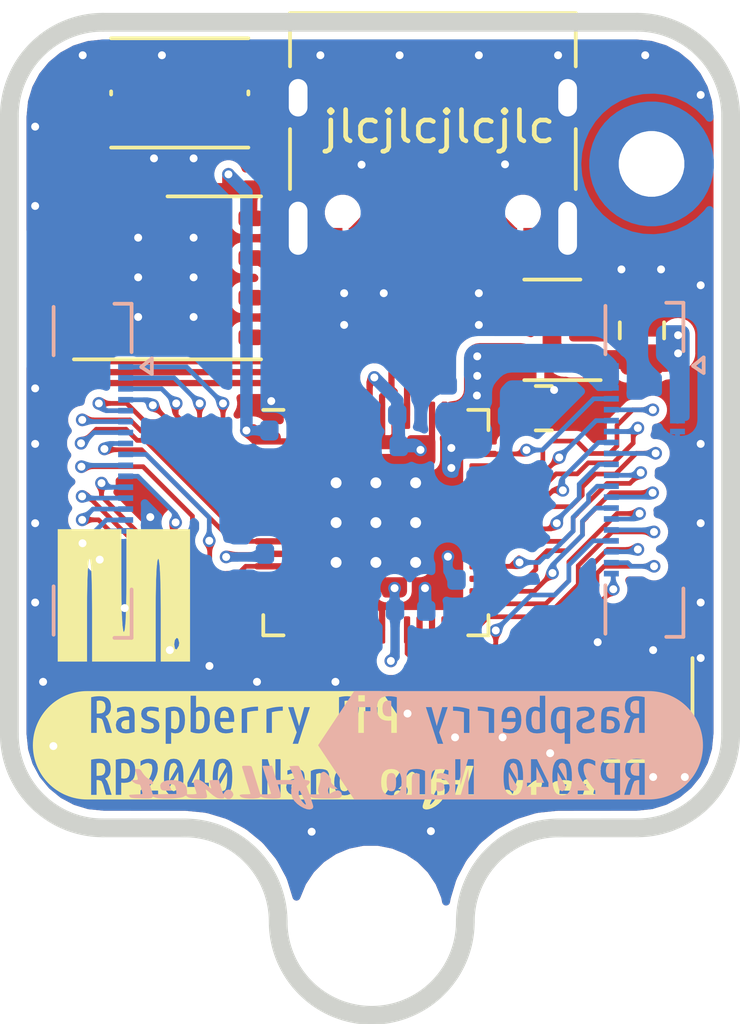
<source format=kicad_pcb>
(kicad_pcb (version 20171130) (host pcbnew "(5.1.9)-1")
  (title_block (title "RP2040 Nano") (date 2021-06-12) (rev 1.00) (company SFLL.NET))
  (layers (0 F.Cu signal) (31 B.Cu signal) (34 B.Paste user hide) (35 F.Paste user hide) (36 B.SilkS user) (37 F.SilkS user) (38 B.Mask user hide) (39 F.Mask user hide) (44 Edge.Cuts user))
  (net 0 "")
  (net 1 GND)
  (net 2 VBUS)
  (net 3 /XIN)
  (net 4 /XOUT)
  (net 5 +3V3)
  (net 6 +1V1)
  (net 7 /~USB_BOOT)
  (net 8 /GPIO15)
  (net 9 /GPIO14)
  (net 10 /GPIO13)
  (net 11 /GPIO12)
  (net 12 /GPIO11)
  (net 13 /GPIO10)
  (net 14 /GPIO9)
  (net 15 /GPIO8)
  (net 16 /GPIO7)
  (net 17 /GPIO6)
  (net 18 /GPIO5)
  (net 19 /GPIO4)
  (net 20 /GPIO3)
  (net 21 /GPIO2)
  (net 22 /GPIO1)
  (net 23 /GPIO0)
  (net 24 /GPIO29_ADC3)
  (net 25 /GPIO28_ADC2)
  (net 26 /GPIO27_ADC1)
  (net 27 /GPIO26_ADC0)
  (net 28 /GPIO25)
  (net 29 /GPIO24)
  (net 30 /GPIO23)
  (net 31 /GPIO22)
  (net 32 /GPIO21)
  (net 33 /GPIO20)
  (net 34 /GPIO19)
  (net 35 /GPIO18)
  (net 36 /GPIO17)
  (net 37 /GPIO16)
  (net 38 /RUN)
  (net 39 /SWD)
  (net 40 /SWCLK)
  (net 41 /QSPI_SS)
  (net 42 "Net-(R3-Pad2)")
  (net 43 "Net-(R4-Pad2)")
  (net 44 /QSPI_SD3)
  (net 45 /QSPI_SCLK)
  (net 46 /QSPI_SD0)
  (net 47 /QSPI_SD2)
  (net 48 /QSPI_SD1)
  (net 49 /USB_D+)
  (net 50 /USB_D-)
  (net 51 "Net-(C3-Pad1)")
  (net 52 "Net-(J1-PadB8)")
  (net 53 "Net-(J1-PadA5)")
  (net 54 "Net-(J1-PadA8)")
  (net 55 "Net-(J1-PadB5)")
  (net 56 "Net-(U1-Pad4)")
  (module 1_SAM_KICAD_PACKAGE:MicroPython (layer F.Cu) (at 90.3478 88.3539)
    (fp_text reference G*** hide)
    (fp_text value LOGO hide)
  )
  (module Mounting_Wuerth:Mounting_Wuerth_WA-SMSI-M1.6_H1.5mm_9774015633 (layer B.Cu) (at 107.2642 74.5363)
    (fp_text reference M2 hide)
    (fp_text value Mounting_Wuerth_WA-SMSI-M1.6_H1.5mm_9774015633)
    (pad "" np_thru_hole circle (at 0 0) (size 2.1 2.1) (drill 2.1) (layers *.Cu *.Mask))
    (pad 1 smd circle (at 0 1.525) (size 0.55 0.55) (layers B.Cu))
    (pad 1 smd circle (at -1.525 0) (size 0.55 0.55) (layers B.Cu))
    (pad 1 smd circle (at 0 -1.525) (size 0.55 0.55) (layers B.Cu))
    (pad 1 smd custom (at 1.525 0) (size 0.55 0.55) (layers B.Cu B.Mask) (options (clearance outline) (anchor circle)) (primitives (gr_circle (center -1.525 0) (end 0 0) (width 0.95))))
  )
  (module label (layer B.Cu) (at 102.743 93.1545 180)
    (fp_text reference svg2mod hide)
    (fp_text value G*** hide)
  )
  (module 1_SAM_KICAD_PACKAGE:WebSilk (layer B.Cu) (at 93.9038 94.4753 180)
    (fp_text reference G*** hide)
    (fp_text value LOGO hide)
  )
  (module 1_SAM_KICAD_PACKAGE:WebSilk (layer F.Cu) (at 102.4382 94.4753)
    (fp_text reference G*** hide)
    (fp_text value LOGO hide)
  )
  (module Button_Switch_SMD:SW_Push_1P1T_NO_Vertical_Wuerth_434133025816 (layer F.Cu) (at 92.1385 72.263)
    (fp_text reference SW1 hide)
    (fp_text value SW_SPST)
    (pad 2 smd rect (at 2.05 1.075) (size 1.05 0.65) (layers F.Cu F.Paste F.Mask) (net 7 /~USB_BOOT))
    (pad 1 smd rect (at 2.075 -1.075) (size 1.05 0.65) (layers F.Cu F.Paste F.Mask) (net 1 GND))
    (pad 2 smd rect (at -2.075 1.075) (size 1.05 0.65) (layers F.Cu F.Paste F.Mask) (net 7 /~USB_BOOT))
    (pad 1 smd rect (at -2.075 -1.075) (size 1.05 0.65) (layers F.Cu F.Paste F.Mask) (net 1 GND))
  )
  (module Capacitor_SMD:C_0402_1005Metric (layer F.Cu) (at 99.551 80.1387 270)
    (fp_text reference R3 hide)
    (fp_text value 27)
    (pad 2 smd roundrect (at 0.485 0 270) (size 0.59 0.64) (layers F.Cu F.Paste F.Mask) (net 42 "Net-(R3-Pad2)"))
    (pad 1 smd roundrect (at -0.485 0 270) (size 0.59 0.64) (layers F.Cu F.Paste F.Mask) (net 49 /USB_D+))
  )
  (module MountingHole:MountingHole_2.7mm_M2.5 (layer F.Cu) (at 98.26252 98.72262 90)
    (fp_text reference H1 hide)
    (fp_text value MountingHole)
    (pad "" np_thru_hole circle (at 0 0 90) (size 2.7 2.7) (drill 2.7) (layers *.Cu *.Mask) (clearance 1))
  )
  (module label (layer F.Cu) (at 93.599 93.1545)
    (fp_text reference svg2mod hide)
    (fp_text value G*** hide)
  )
  (module Connector_Hirose:Hirose_BM24_BM24-40DS-2-0.35V_2x20_P0.35mm_PowerPin2_Vertical (layer B.Cu) (at 89.3445 84.3645 180)
    (fp_text reference J3 hide)
    (fp_text value Conn_02x20_Odd_Even)
    (pad 40 smd rect (at 1.06 -3.325 90) (size 0.18 0.48) (layers B.Cu B.Paste B.Mask) (net 1 GND))
    (pad 39 smd rect (at -1.06 -3.325 90) (size 0.18 0.48) (layers B.Cu B.Paste B.Mask) (net 1 GND))
    (pad 38 smd rect (at 1.06 -2.975 90) (size 0.18 0.48) (layers B.Cu B.Paste B.Mask) (net 1 GND))
    (pad 37 smd rect (at -1.06 -2.975 90) (size 0.18 0.48) (layers B.Cu B.Paste B.Mask) (net 1 GND))
    (pad 36 smd rect (at 1.06 -2.625 90) (size 0.18 0.48) (layers B.Cu B.Paste B.Mask) (net 1 GND))
    (pad 35 smd rect (at -1.06 -2.625 90) (size 0.18 0.48) (layers B.Cu B.Paste B.Mask) (net 1 GND))
    (pad 34 smd rect (at 1.06 -2.275 90) (size 0.18 0.48) (layers B.Cu B.Paste B.Mask) (net 1 GND))
    (pad 33 smd rect (at -1.06 -2.275 90) (size 0.18 0.48) (layers B.Cu B.Paste B.Mask) (net 1 GND))
    (pad 32 smd rect (at 1.06 -1.925 90) (size 0.18 0.48) (layers B.Cu B.Paste B.Mask) (net 1 GND))
    (pad 31 smd rect (at -1.06 -1.925 90) (size 0.18 0.48) (layers B.Cu B.Paste B.Mask) (net 8 /GPIO15))
    (pad 30 smd rect (at 1.06 -1.575 90) (size 0.18 0.48) (layers B.Cu B.Paste B.Mask) (net 1 GND))
    (pad 29 smd rect (at -1.06 -1.575 90) (size 0.18 0.48) (layers B.Cu B.Paste B.Mask) (net 9 /GPIO14))
    (pad 28 smd rect (at 1.06 -1.225 90) (size 0.18 0.48) (layers B.Cu B.Paste B.Mask) (net 1 GND))
    (pad 27 smd rect (at -1.06 -1.225 90) (size 0.18 0.48) (layers B.Cu B.Paste B.Mask) (net 10 /GPIO13))
    (pad 26 smd rect (at 1.06 -0.875 90) (size 0.18 0.48) (layers B.Cu B.Paste B.Mask) (net 1 GND))
    (pad 25 smd rect (at -1.06 -0.875 90) (size 0.18 0.48) (layers B.Cu B.Paste B.Mask) (net 11 /GPIO12))
    (pad 24 smd rect (at 1.06 -0.525 90) (size 0.18 0.48) (layers B.Cu B.Paste B.Mask) (net 1 GND))
    (pad 23 smd rect (at -1.06 -0.525 90) (size 0.18 0.48) (layers B.Cu B.Paste B.Mask) (net 12 /GPIO11))
    (pad 22 smd rect (at 1.06 -0.175 90) (size 0.18 0.48) (layers B.Cu B.Paste B.Mask) (net 1 GND))
    (pad 21 smd rect (at -1.06 -0.175 90) (size 0.18 0.48) (layers B.Cu B.Paste B.Mask) (net 13 /GPIO10))
    (pad 20 smd rect (at 1.06 0.175 90) (size 0.18 0.48) (layers B.Cu B.Paste B.Mask) (net 1 GND))
    (pad 19 smd rect (at -1.06 0.175 90) (size 0.18 0.48) (layers B.Cu B.Paste B.Mask) (net 14 /GPIO9))
    (pad 18 smd rect (at 1.06 0.525 90) (size 0.18 0.48) (layers B.Cu B.Paste B.Mask) (net 1 GND))
    (pad 17 smd rect (at -1.06 0.525 90) (size 0.18 0.48) (layers B.Cu B.Paste B.Mask) (net 15 /GPIO8))
    (pad 16 smd rect (at 1.06 0.875 90) (size 0.18 0.48) (layers B.Cu B.Paste B.Mask) (net 1 GND))
    (pad 15 smd rect (at -1.06 0.875 90) (size 0.18 0.48) (layers B.Cu B.Paste B.Mask) (net 16 /GPIO7))
    (pad 14 smd rect (at 1.06 1.225 90) (size 0.18 0.48) (layers B.Cu B.Paste B.Mask) (net 1 GND))
    (pad 13 smd rect (at -1.06 1.225 90) (size 0.18 0.48) (layers B.Cu B.Paste B.Mask) (net 17 /GPIO6))
    (pad 12 smd rect (at 1.06 1.575 90) (size 0.18 0.48) (layers B.Cu B.Paste B.Mask) (net 1 GND))
    (pad 11 smd rect (at -1.06 1.575 90) (size 0.18 0.48) (layers B.Cu B.Paste B.Mask) (net 18 /GPIO5))
    (pad 10 smd rect (at 1.06 1.925 90) (size 0.18 0.48) (layers B.Cu B.Paste B.Mask) (net 1 GND))
    (pad 9 smd rect (at -1.06 1.925 90) (size 0.18 0.48) (layers B.Cu B.Paste B.Mask) (net 19 /GPIO4))
    (pad 8 smd rect (at 1.06 2.275 90) (size 0.18 0.48) (layers B.Cu B.Paste B.Mask) (net 1 GND))
    (pad 7 smd rect (at -1.06 2.275 90) (size 0.18 0.48) (layers B.Cu B.Paste B.Mask) (net 20 /GPIO3))
    (pad 6 smd rect (at 1.06 2.625 90) (size 0.18 0.48) (layers B.Cu B.Paste B.Mask) (net 1 GND))
    (pad 5 smd rect (at -1.06 2.625 90) (size 0.18 0.48) (layers B.Cu B.Paste B.Mask) (net 21 /GPIO2))
    (pad 4 smd rect (at 1.06 2.975 90) (size 0.18 0.48) (layers B.Cu B.Paste B.Mask) (net 1 GND))
    (pad 3 smd rect (at -1.06 2.975 90) (size 0.18 0.48) (layers B.Cu B.Paste B.Mask) (net 22 /GPIO1))
    (pad 2 smd rect (at 1.06 3.325 90) (size 0.18 0.48) (layers B.Cu B.Paste B.Mask) (net 1 GND))
    (pad 41 smd rect (at 0 5.155 90) (size 0.49 0.76) (layers B.Cu B.Paste B.Mask) (net 1 GND))
    (pad 42 smd rect (at 0 -5.155 90) (size 0.49 0.76) (layers B.Cu B.Paste B.Mask) (net 1 GND))
    (pad 1 smd rect (at -1.06 3.325 90) (size 0.18 0.48) (layers B.Cu B.Paste B.Mask) (net 23 /GPIO0))
  )
  (module Crystal:Crystal_SMD_2520-4Pin_2.5x2.0mm (layer F.Cu) (at 107.176 92.012 90)
    (fp_text reference Y1 hide)
    (fp_text value 12MHz_GND24)
    (pad 4 smd rect (at -0.875 -0.7 90) (size 1.15 1) (layers F.Cu F.Paste F.Mask) (net 1 GND))
    (pad 3 smd rect (at 0.875 -0.7 90) (size 1.15 1) (layers F.Cu F.Paste F.Mask) (net 51 "Net-(C3-Pad1)"))
    (pad 2 smd rect (at 0.875 0.7 90) (size 1.15 1) (layers F.Cu F.Paste F.Mask) (net 1 GND))
    (pad 1 smd rect (at -0.875 0.7 90) (size 1.15 1) (layers F.Cu F.Paste F.Mask) (net 3 /XIN))
  )
  (module Connector_Hirose:Hirose_BM24_BM24-40DS-2-0.35V_2x20_P0.35mm_PowerPin2_Vertical (layer B.Cu) (at 107.035 84.3325 180)
    (fp_text reference J4 hide)
    (fp_text value Conn_02x20_Odd_Even)
    (pad 40 smd rect (at 1.06 -3.325 90) (size 0.18 0.48) (layers B.Cu B.Paste B.Mask) (net 40 /SWCLK))
    (pad 39 smd rect (at -1.06 -3.325 90) (size 0.18 0.48) (layers B.Cu B.Paste B.Mask) (net 1 GND))
    (pad 38 smd rect (at 1.06 -2.975 90) (size 0.18 0.48) (layers B.Cu B.Paste B.Mask) (net 39 /SWD))
    (pad 37 smd rect (at -1.06 -2.975 90) (size 0.18 0.48) (layers B.Cu B.Paste B.Mask) (net 1 GND))
    (pad 36 smd rect (at 1.06 -2.625 90) (size 0.18 0.48) (layers B.Cu B.Paste B.Mask) (net 38 /RUN))
    (pad 35 smd rect (at -1.06 -2.625 90) (size 0.18 0.48) (layers B.Cu B.Paste B.Mask) (net 1 GND))
    (pad 34 smd rect (at 1.06 -2.275 90) (size 0.18 0.48) (layers B.Cu B.Paste B.Mask) (net 37 /GPIO16))
    (pad 33 smd rect (at -1.06 -2.275 90) (size 0.18 0.48) (layers B.Cu B.Paste B.Mask) (net 1 GND))
    (pad 32 smd rect (at 1.06 -1.925 90) (size 0.18 0.48) (layers B.Cu B.Paste B.Mask) (net 36 /GPIO17))
    (pad 31 smd rect (at -1.06 -1.925 90) (size 0.18 0.48) (layers B.Cu B.Paste B.Mask) (net 1 GND))
    (pad 30 smd rect (at 1.06 -1.575 90) (size 0.18 0.48) (layers B.Cu B.Paste B.Mask) (net 35 /GPIO18))
    (pad 29 smd rect (at -1.06 -1.575 90) (size 0.18 0.48) (layers B.Cu B.Paste B.Mask) (net 1 GND))
    (pad 28 smd rect (at 1.06 -1.225 90) (size 0.18 0.48) (layers B.Cu B.Paste B.Mask) (net 34 /GPIO19))
    (pad 27 smd rect (at -1.06 -1.225 90) (size 0.18 0.48) (layers B.Cu B.Paste B.Mask) (net 1 GND))
    (pad 26 smd rect (at 1.06 -0.875 90) (size 0.18 0.48) (layers B.Cu B.Paste B.Mask) (net 33 /GPIO20))
    (pad 25 smd rect (at -1.06 -0.875 90) (size 0.18 0.48) (layers B.Cu B.Paste B.Mask) (net 1 GND))
    (pad 24 smd rect (at 1.06 -0.525 90) (size 0.18 0.48) (layers B.Cu B.Paste B.Mask) (net 32 /GPIO21))
    (pad 23 smd rect (at -1.06 -0.525 90) (size 0.18 0.48) (layers B.Cu B.Paste B.Mask) (net 1 GND))
    (pad 22 smd rect (at 1.06 -0.175 90) (size 0.18 0.48) (layers B.Cu B.Paste B.Mask) (net 31 /GPIO22))
    (pad 21 smd rect (at -1.06 -0.175 90) (size 0.18 0.48) (layers B.Cu B.Paste B.Mask) (net 1 GND))
    (pad 20 smd rect (at 1.06 0.175 90) (size 0.18 0.48) (layers B.Cu B.Paste B.Mask) (net 30 /GPIO23))
    (pad 19 smd rect (at -1.06 0.175 90) (size 0.18 0.48) (layers B.Cu B.Paste B.Mask) (net 1 GND))
    (pad 18 smd rect (at 1.06 0.525 90) (size 0.18 0.48) (layers B.Cu B.Paste B.Mask) (net 29 /GPIO24))
    (pad 17 smd rect (at -1.06 0.525 90) (size 0.18 0.48) (layers B.Cu B.Paste B.Mask) (net 1 GND))
    (pad 16 smd rect (at 1.06 0.875 90) (size 0.18 0.48) (layers B.Cu B.Paste B.Mask) (net 28 /GPIO25))
    (pad 15 smd rect (at -1.06 0.875 90) (size 0.18 0.48) (layers B.Cu B.Paste B.Mask) (net 1 GND))
    (pad 14 smd rect (at 1.06 1.225 90) (size 0.18 0.48) (layers B.Cu B.Paste B.Mask) (net 27 /GPIO26_ADC0))
    (pad 13 smd rect (at -1.06 1.225 90) (size 0.18 0.48) (layers B.Cu B.Paste B.Mask) (net 1 GND))
    (pad 12 smd rect (at 1.06 1.575 90) (size 0.18 0.48) (layers B.Cu B.Paste B.Mask) (net 26 /GPIO27_ADC1))
    (pad 11 smd rect (at -1.06 1.575 90) (size 0.18 0.48) (layers B.Cu B.Paste B.Mask) (net 2 VBUS))
    (pad 10 smd rect (at 1.06 1.925 90) (size 0.18 0.48) (layers B.Cu B.Paste B.Mask) (net 25 /GPIO28_ADC2))
    (pad 9 smd rect (at -1.06 1.925 90) (size 0.18 0.48) (layers B.Cu B.Paste B.Mask) (net 2 VBUS))
    (pad 8 smd rect (at 1.06 2.275 90) (size 0.18 0.48) (layers B.Cu B.Paste B.Mask) (net 24 /GPIO29_ADC3))
    (pad 7 smd rect (at -1.06 2.275 90) (size 0.18 0.48) (layers B.Cu B.Paste B.Mask) (net 2 VBUS))
    (pad 6 smd rect (at 1.06 2.625 90) (size 0.18 0.48) (layers B.Cu B.Paste B.Mask) (net 5 +3V3))
    (pad 5 smd rect (at -1.06 2.625 90) (size 0.18 0.48) (layers B.Cu B.Paste B.Mask) (net 2 VBUS))
    (pad 4 smd rect (at 1.06 2.975 90) (size 0.18 0.48) (layers B.Cu B.Paste B.Mask) (net 5 +3V3))
    (pad 3 smd rect (at -1.06 2.975 90) (size 0.18 0.48) (layers B.Cu B.Paste B.Mask) (net 2 VBUS))
    (pad 2 smd rect (at 1.06 3.325 90) (size 0.18 0.48) (layers B.Cu B.Paste B.Mask) (net 5 +3V3))
    (pad 41 smd rect (at 0 5.155 90) (size 0.49 0.76) (layers B.Cu B.Paste B.Mask) (net 1 GND))
    (pad 42 smd rect (at 0 -5.155 90) (size 0.49 0.76) (layers B.Cu B.Paste B.Mask) (net 1 GND))
    (pad 1 smd rect (at -1.06 3.325 90) (size 0.18 0.48) (layers B.Cu B.Paste B.Mask) (net 2 VBUS))
  )
  (module Package_SON:WSON-8-1EP_6x5mm_P1.27mm_EP3.4x4mm (layer F.Cu) (at 91.7462 78.1857)
    (fp_text reference U2 hide)
    (fp_text value W25Q128JVPIQ)
    (pad 9 smd rect (at 0 0) (size 3.4 4) (layers F.Cu F.Mask) (net 1 GND))
    (pad 8 smd roundrect (at 2.6625 -1.905) (size 0.775 0.5) (layers F.Cu F.Paste F.Mask) (net 5 +3V3))
    (pad 7 smd roundrect (at 2.6625 -0.635) (size 0.775 0.5) (layers F.Cu F.Paste F.Mask) (net 44 /QSPI_SD3))
    (pad 6 smd roundrect (at 2.6625 0.635) (size 0.775 0.5) (layers F.Cu F.Paste F.Mask) (net 45 /QSPI_SCLK))
    (pad 5 smd roundrect (at 2.6625 1.905) (size 0.775 0.5) (layers F.Cu F.Paste F.Mask) (net 46 /QSPI_SD0))
    (pad 4 smd roundrect (at -2.6625 1.905) (size 0.775 0.5) (layers F.Cu F.Paste F.Mask) (net 1 GND))
    (pad 3 smd roundrect (at -2.6625 0.635) (size 0.775 0.5) (layers F.Cu F.Paste F.Mask) (net 47 /QSPI_SD2))
    (pad 2 smd roundrect (at -2.6625 -0.635) (size 0.775 0.5) (layers F.Cu F.Paste F.Mask) (net 48 /QSPI_SD1))
    (pad 1 smd roundrect (at -2.6625 -1.905) (size 0.775 0.5) (layers F.Cu F.Paste F.Mask) (net 41 /QSPI_SS))
  )
  (module Package_TO_SOT_SMD:SOT-23-5 (layer F.Cu) (at 104.0832 79.8505 180)
    (fp_text reference U1 hide)
    (fp_text value ME6217C33M5G)
    (pad 5 smd rect (at 1.1 -0.95 180) (size 1.06 0.65) (layers F.Cu F.Paste F.Mask) (net 5 +3V3))
    (pad 4 smd rect (at 1.1 0.95 180) (size 1.06 0.65) (layers F.Cu F.Paste F.Mask) (net 56 "Net-(U1-Pad4)"))
    (pad 3 smd rect (at -1.1 0.95 180) (size 1.06 0.65) (layers F.Cu F.Paste F.Mask) (net 2 VBUS))
    (pad 2 smd rect (at -1.1 0 180) (size 1.06 0.65) (layers F.Cu F.Paste F.Mask) (net 1 GND))
    (pad 1 smd rect (at -1.1 -0.95 180) (size 1.06 0.65) (layers F.Cu F.Paste F.Mask) (net 2 VBUS))
  )
  (module Connector_USB:USB_C_Receptacle_XKB_U262-16XN-4BVC11 (layer F.Cu) (at 100.254 73.492 180)
    (fp_text reference J1 hide)
    (fp_text value U262-161N-4BVC11)
    (pad A12 smd rect (at 3.35 -3.67 180) (size 0.3 1.15) (layers F.Cu F.Paste F.Mask) (net 1 GND))
    (pad A9 smd rect (at 2.55 -3.67 180) (size 0.3 1.15) (layers F.Cu F.Paste F.Mask) (net 2 VBUS))
    (pad B9 smd rect (at -2.25 -3.67 180) (size 0.3 1.15) (layers F.Cu F.Paste F.Mask) (net 2 VBUS))
    (pad B12 smd rect (at -3.05 -3.67 180) (size 0.3 1.15) (layers F.Cu F.Paste F.Mask) (net 1 GND))
    (pad A1 smd rect (at -3.35 -3.67 180) (size 0.3 1.15) (layers F.Cu F.Paste F.Mask) (net 1 GND))
    (pad A4 smd rect (at -2.55 -3.67 180) (size 0.3 1.15) (layers F.Cu F.Paste F.Mask) (net 2 VBUS))
    (pad B8 smd rect (at -1.75 -3.67 180) (size 0.3 1.15) (layers F.Cu F.Paste F.Mask) (net 52 "Net-(J1-PadB8)"))
    (pad A5 smd rect (at -1.25 -3.67 180) (size 0.3 1.15) (layers F.Cu F.Paste F.Mask) (net 53 "Net-(J1-PadA5)"))
    (pad B7 smd rect (at -0.75 -3.67 180) (size 0.3 1.15) (layers F.Cu F.Paste F.Mask) (net 50 /USB_D-))
    (pad A6 smd rect (at -0.25 -3.67 180) (size 0.3 1.15) (layers F.Cu F.Paste F.Mask) (net 49 /USB_D+))
    (pad A7 smd rect (at 0.25 -3.67 180) (size 0.3 1.15) (layers F.Cu F.Paste F.Mask) (net 50 /USB_D-))
    (pad B6 smd rect (at 0.75 -3.67 180) (size 0.3 1.15) (layers F.Cu F.Paste F.Mask) (net 49 /USB_D+))
    (pad A8 smd rect (at 1.25 -3.67 180) (size 0.3 1.15) (layers F.Cu F.Paste F.Mask) (net 54 "Net-(J1-PadA8)"))
    (pad B5 smd rect (at 1.75 -3.67 180) (size 0.3 1.15) (layers F.Cu F.Paste F.Mask) (net 55 "Net-(J1-PadB5)"))
    (pad B4 smd rect (at 2.25 -3.67 180) (size 0.3 1.15) (layers F.Cu F.Paste F.Mask) (net 2 VBUS))
    (pad B1 smd rect (at 3.05 -3.67 180) (size 0.3 1.15) (layers F.Cu F.Paste F.Mask) (net 1 GND))
    (pad "" np_thru_hole circle (at -2.89 -2.605 180) (size 0.65 0.65) (drill 0.65) (layers *.Cu *.Mask))
    (pad "" np_thru_hole circle (at 2.89 -2.605 180) (size 0.65 0.65) (drill 0.65) (layers *.Cu *.Mask))
    (pad S1 thru_hole oval (at 4.32 1.075 180) (size 1 1.6) (drill oval 0.6 1.2) (layers *.Cu *.Mask) (net 1 GND))
    (pad S1 thru_hole oval (at -4.32 1.075 180) (size 1 1.6) (drill oval 0.6 1.2) (layers *.Cu *.Mask) (net 1 GND))
    (pad S1 thru_hole oval (at 4.32 -3.105 180) (size 1 2.1) (drill oval 0.6 1.7) (layers *.Cu *.Mask) (net 1 GND))
    (pad S1 thru_hole oval (at -4.32 -3.105 180) (size 1 2.1) (drill oval 0.6 1.7) (layers *.Cu *.Mask) (net 1 GND))
  )
  (module Capacitor_SMD:C_0805_2012Metric (layer F.Cu) (at 103.81 82.3597)
    (fp_text reference C4 hide)
    (fp_text value 10u)
    (pad 2 smd roundrect (at 0.9375 0) (size 0.975 1.4) (layers F.Cu F.Paste F.Mask) (net 1 GND))
    (pad 1 smd roundrect (at -0.9375 0) (size 0.975 1.4) (layers F.Cu F.Paste F.Mask) (net 5 +3V3))
  )
  (module RP2040_minimal:RP2040-QFN-56 (layer F.Cu) (at 98.426 86.0237)
    (fp_text reference U3 hide)
    (fp_text value RP2040)
    (pad 56 smd roundrect (at -2.6 -3.4375) (size 0.2 0.875) (layers F.Cu F.Paste F.Mask) (net 41 /QSPI_SS))
    (pad 55 smd roundrect (at -2.2 -3.4375) (size 0.2 0.875) (layers F.Cu F.Paste F.Mask) (net 48 /QSPI_SD1))
    (pad 54 smd roundrect (at -1.8 -3.4375) (size 0.2 0.875) (layers F.Cu F.Paste F.Mask) (net 47 /QSPI_SD2))
    (pad 53 smd roundrect (at -1.4 -3.4375) (size 0.2 0.875) (layers F.Cu F.Paste F.Mask) (net 46 /QSPI_SD0))
    (pad 52 smd roundrect (at -1 -3.4375) (size 0.2 0.875) (layers F.Cu F.Paste F.Mask) (net 45 /QSPI_SCLK))
    (pad 51 smd roundrect (at -0.6 -3.4375) (size 0.2 0.875) (layers F.Cu F.Paste F.Mask) (net 44 /QSPI_SD3))
    (pad 50 smd roundrect (at -0.2 -3.4375) (size 0.2 0.875) (layers F.Cu F.Paste F.Mask) (net 6 +1V1))
    (pad 49 smd roundrect (at 0.2 -3.4375) (size 0.2 0.875) (layers F.Cu F.Paste F.Mask) (net 5 +3V3))
    (pad 48 smd roundrect (at 0.6 -3.4375) (size 0.2 0.875) (layers F.Cu F.Paste F.Mask) (net 5 +3V3))
    (pad 47 smd roundrect (at 1 -3.4375) (size 0.2 0.875) (layers F.Cu F.Paste F.Mask) (net 42 "Net-(R3-Pad2)"))
    (pad 46 smd roundrect (at 1.4 -3.4375) (size 0.2 0.875) (layers F.Cu F.Paste F.Mask) (net 43 "Net-(R4-Pad2)"))
    (pad 45 smd roundrect (at 1.8 -3.4375) (size 0.2 0.875) (layers F.Cu F.Paste F.Mask) (net 6 +1V1))
    (pad 44 smd roundrect (at 2.2 -3.4375) (size 0.2 0.875) (layers F.Cu F.Paste F.Mask) (net 5 +3V3))
    (pad 43 smd roundrect (at 2.6 -3.4375) (size 0.2 0.875) (layers F.Cu F.Paste F.Mask) (net 5 +3V3))
    (pad 42 smd roundrect (at 3.4375 -2.6) (size 0.875 0.2) (layers F.Cu F.Paste F.Mask) (net 5 +3V3))
    (pad 41 smd roundrect (at 3.4375 -2.2) (size 0.875 0.2) (layers F.Cu F.Paste F.Mask) (net 24 /GPIO29_ADC3))
    (pad 40 smd roundrect (at 3.4375 -1.8) (size 0.875 0.2) (layers F.Cu F.Paste F.Mask) (net 25 /GPIO28_ADC2))
    (pad 39 smd roundrect (at 3.4375 -1.4) (size 0.875 0.2) (layers F.Cu F.Paste F.Mask) (net 26 /GPIO27_ADC1))
    (pad 38 smd roundrect (at 3.4375 -1) (size 0.875 0.2) (layers F.Cu F.Paste F.Mask) (net 27 /GPIO26_ADC0))
    (pad 37 smd roundrect (at 3.4375 -0.6) (size 0.875 0.2) (layers F.Cu F.Paste F.Mask) (net 28 /GPIO25))
    (pad 36 smd roundrect (at 3.4375 -0.2) (size 0.875 0.2) (layers F.Cu F.Paste F.Mask) (net 29 /GPIO24))
    (pad 35 smd roundrect (at 3.4375 0.2) (size 0.875 0.2) (layers F.Cu F.Paste F.Mask) (net 30 /GPIO23))
    (pad 34 smd roundrect (at 3.4375 0.6) (size 0.875 0.2) (layers F.Cu F.Paste F.Mask) (net 31 /GPIO22))
    (pad 33 smd roundrect (at 3.4375 1) (size 0.875 0.2) (layers F.Cu F.Paste F.Mask) (net 5 +3V3))
    (pad 32 smd roundrect (at 3.4375 1.4) (size 0.875 0.2) (layers F.Cu F.Paste F.Mask) (net 32 /GPIO21))
    (pad 31 smd roundrect (at 3.4375 1.8) (size 0.875 0.2) (layers F.Cu F.Paste F.Mask) (net 33 /GPIO20))
    (pad 30 smd roundrect (at 3.4375 2.2) (size 0.875 0.2) (layers F.Cu F.Paste F.Mask) (net 34 /GPIO19))
    (pad 29 smd roundrect (at 3.4375 2.6) (size 0.875 0.2) (layers F.Cu F.Paste F.Mask) (net 35 /GPIO18))
    (pad 28 smd roundrect (at 2.6 3.4375) (size 0.2 0.875) (layers F.Cu F.Paste F.Mask) (net 36 /GPIO17))
    (pad 27 smd roundrect (at 2.2 3.4375) (size 0.2 0.875) (layers F.Cu F.Paste F.Mask) (net 37 /GPIO16))
    (pad 26 smd roundrect (at 1.8 3.4375) (size 0.2 0.875) (layers F.Cu F.Paste F.Mask) (net 38 /RUN))
    (pad 25 smd roundrect (at 1.4 3.4375) (size 0.2 0.875) (layers F.Cu F.Paste F.Mask) (net 39 /SWD))
    (pad 24 smd roundrect (at 1 3.4375) (size 0.2 0.875) (layers F.Cu F.Paste F.Mask) (net 40 /SWCLK))
    (pad 23 smd roundrect (at 0.6 3.4375) (size 0.2 0.875) (layers F.Cu F.Paste F.Mask) (net 6 +1V1))
    (pad 22 smd roundrect (at 0.2 3.4375) (size 0.2 0.875) (layers F.Cu F.Paste F.Mask) (net 5 +3V3))
    (pad 21 smd roundrect (at -0.2 3.4375) (size 0.2 0.875) (layers F.Cu F.Paste F.Mask) (net 4 /XOUT))
    (pad 20 smd roundrect (at -0.6 3.4375) (size 0.2 0.875) (layers F.Cu F.Paste F.Mask) (net 3 /XIN))
    (pad 19 smd roundrect (at -1 3.4375) (size 0.2 0.875) (layers F.Cu F.Paste F.Mask) (net 1 GND))
    (pad 18 smd roundrect (at -1.4 3.4375) (size 0.2 0.875) (layers F.Cu F.Paste F.Mask) (net 8 /GPIO15))
    (pad 17 smd roundrect (at -1.8 3.4375) (size 0.2 0.875) (layers F.Cu F.Paste F.Mask) (net 9 /GPIO14))
    (pad 16 smd roundrect (at -2.2 3.4375) (size 0.2 0.875) (layers F.Cu F.Paste F.Mask) (net 10 /GPIO13))
    (pad 15 smd roundrect (at -2.6 3.4375) (size 0.2 0.875) (layers F.Cu F.Paste F.Mask) (net 11 /GPIO12))
    (pad 14 smd roundrect (at -3.4375 2.6) (size 0.875 0.2) (layers F.Cu F.Paste F.Mask) (net 12 /GPIO11))
    (pad 13 smd roundrect (at -3.4375 2.2) (size 0.875 0.2) (layers F.Cu F.Paste F.Mask) (net 13 /GPIO10))
    (pad 12 smd roundrect (at -3.4375 1.8) (size 0.875 0.2) (layers F.Cu F.Paste F.Mask) (net 14 /GPIO9))
    (pad 11 smd roundrect (at -3.4375 1.4) (size 0.875 0.2) (layers F.Cu F.Paste F.Mask) (net 15 /GPIO8))
    (pad 10 smd roundrect (at -3.4375 1) (size 0.875 0.2) (layers F.Cu F.Paste F.Mask) (net 5 +3V3))
    (pad 9 smd roundrect (at -3.4375 0.6) (size 0.875 0.2) (layers F.Cu F.Paste F.Mask) (net 16 /GPIO7))
    (pad 8 smd roundrect (at -3.4375 0.2) (size 0.875 0.2) (layers F.Cu F.Paste F.Mask) (net 17 /GPIO6))
    (pad 7 smd roundrect (at -3.4375 -0.2) (size 0.875 0.2) (layers F.Cu F.Paste F.Mask) (net 18 /GPIO5))
    (pad 6 smd roundrect (at -3.4375 -0.6) (size 0.875 0.2) (layers F.Cu F.Paste F.Mask) (net 19 /GPIO4))
    (pad 5 smd roundrect (at -3.4375 -1) (size 0.875 0.2) (layers F.Cu F.Paste F.Mask) (net 20 /GPIO3))
    (pad 4 smd roundrect (at -3.4375 -1.4) (size 0.875 0.2) (layers F.Cu F.Paste F.Mask) (net 21 /GPIO2))
    (pad 3 smd roundrect (at -3.4375 -1.8) (size 0.875 0.2) (layers F.Cu F.Paste F.Mask) (net 22 /GPIO1))
    (pad 2 smd roundrect (at -3.4375 -2.2) (size 0.875 0.2) (layers F.Cu F.Paste F.Mask) (net 23 /GPIO0))
    (pad 1 smd roundrect (at -3.4375 -2.6) (size 0.875 0.2) (layers F.Cu F.Paste F.Mask) (net 5 +3V3))
    (pad 57 thru_hole circle (at 1.275 1.275) (size 0.6 0.6) (drill 0.35) (layers *.Cu) (net 1 GND))
    (pad 57 thru_hole circle (at 0 1.275) (size 0.6 0.6) (drill 0.35) (layers *.Cu) (net 1 GND))
    (pad 57 thru_hole circle (at -1.275 1.275) (size 0.6 0.6) (drill 0.35) (layers *.Cu) (net 1 GND))
    (pad 57 thru_hole circle (at 1.275 0) (size 0.6 0.6) (drill 0.35) (layers *.Cu) (net 1 GND))
    (pad 57 thru_hole circle (at 0 0) (size 0.6 0.6) (drill 0.35) (layers *.Cu) (net 1 GND))
    (pad 57 thru_hole circle (at -1.275 0) (size 0.6 0.6) (drill 0.35) (layers *.Cu) (net 1 GND))
    (pad 57 thru_hole circle (at 1.275 -1.275) (size 0.6 0.6) (drill 0.35) (layers *.Cu) (net 1 GND))
    (pad 57 thru_hole circle (at 0 -1.275) (size 0.6 0.6) (drill 0.35) (layers *.Cu) (net 1 GND))
    (pad 57 thru_hole circle (at -1.275 -1.275) (size 0.6 0.6) (drill 0.35) (layers *.Cu) (net 1 GND))
    (pad 57 smd roundrect (at 0 0) (size 3.200001 3.200001) (layers F.Cu F.Mask) (roundrect_rratio 0.06199998062500606) (net 1 GND))
  )
  (module Capacitor_SMD:C_0402_1005Metric (layer F.Cu) (at 104.048 91.0947 270)
    (fp_text reference R5 hide)
    (fp_text value 1k)
    (pad 2 smd roundrect (at 0.485 0 270) (size 0.59 0.64) (layers F.Cu F.Paste F.Mask) (net 51 "Net-(C3-Pad1)"))
    (pad 1 smd roundrect (at -0.485 0 270) (size 0.59 0.64) (layers F.Cu F.Paste F.Mask) (net 4 /XOUT))
  )
  (module Capacitor_SMD:C_0402_1005Metric (layer F.Cu) (at 100.551 80.1387 270)
    (fp_text reference R4 hide)
    (fp_text value 27)
    (pad 2 smd roundrect (at 0.485 0 270) (size 0.59 0.64) (layers F.Cu F.Paste F.Mask) (net 43 "Net-(R4-Pad2)"))
    (pad 1 smd roundrect (at -0.485 0 270) (size 0.59 0.64) (layers F.Cu F.Paste F.Mask) (net 50 /USB_D-))
  )
  (module Capacitor_SMD:C_0402_1005Metric (layer F.Cu) (at 89.565 75.35 180)
    (fp_text reference R2 hide)
    (fp_text value DNF)
    (pad 2 smd roundrect (at 0.485 0 180) (size 0.59 0.64) (layers F.Cu F.Paste F.Mask) (net 41 /QSPI_SS))
    (pad 1 smd roundrect (at -0.485 0 180) (size 0.59 0.64) (layers F.Cu F.Paste F.Mask) (net 5 +3V3))
  )
  (module Capacitor_SMD:C_0402_1005Metric (layer F.Cu) (at 89.565 74.35)
    (fp_text reference R1 hide)
    (fp_text value 1k)
    (pad 2 smd roundrect (at 0.485 0) (size 0.59 0.64) (layers F.Cu F.Paste F.Mask) (net 7 /~USB_BOOT))
    (pad 1 smd roundrect (at -0.485 0) (size 0.59 0.64) (layers F.Cu F.Paste F.Mask) (net 41 /QSPI_SS))
  )
  (module Capacitor_SMD:C_0402_1005Metric (layer B.Cu) (at 102.146 82.6037)
    (fp_text reference C16 hide)
    (fp_text value 100n)
    (pad 2 smd roundrect (at 0.485 0) (size 0.59 0.64) (layers B.Cu B.Paste B.Mask) (net 1 GND))
    (pad 1 smd roundrect (at -0.485 0) (size 0.59 0.64) (layers B.Cu B.Paste B.Mask) (net 5 +3V3))
  )
  (module Capacitor_SMD:C_0402_1005Metric (layer B.Cu) (at 101.646 84.1237 270)
    (fp_text reference C15 hide)
    (fp_text value 100n)
    (pad 2 smd roundrect (at 0.485 0 270) (size 0.59 0.64) (layers B.Cu B.Paste B.Mask) (net 1 GND))
    (pad 1 smd roundrect (at -0.485 0 270) (size 0.59 0.64) (layers B.Cu B.Paste B.Mask) (net 5 +3V3))
  )
  (module Capacitor_SMD:C_0402_1005Metric (layer B.Cu) (at 100.526 88.8487)
    (fp_text reference C14 hide)
    (fp_text value 100n)
    (pad 2 smd roundrect (at 0.485 0) (size 0.59 0.64) (layers B.Cu B.Paste B.Mask) (net 1 GND))
    (pad 1 smd roundrect (at -0.485 0) (size 0.59 0.64) (layers B.Cu B.Paste B.Mask) (net 5 +3V3))
  )
  (module Capacitor_SMD:C_0402_1005Metric (layer B.Cu) (at 95.356 87.0237)
    (fp_text reference C13 hide)
    (fp_text value 100n)
    (pad 2 smd roundrect (at 0.485 0) (size 0.59 0.64) (layers B.Cu B.Paste B.Mask) (net 1 GND))
    (pad 1 smd roundrect (at -0.485 0) (size 0.59 0.64) (layers B.Cu B.Paste B.Mask) (net 5 +3V3))
  )
  (module Capacitor_SMD:C_0402_1005Metric (layer B.Cu) (at 101.496 87.8537)
    (fp_text reference C12 hide)
    (fp_text value 100n)
    (pad 2 smd roundrect (at 0.485 0) (size 0.59 0.64) (layers B.Cu B.Paste B.Mask) (net 1 GND))
    (pad 1 smd roundrect (at -0.485 0) (size 0.59 0.64) (layers B.Cu B.Paste B.Mask) (net 5 +3V3))
  )
  (module Capacitor_SMD:C_0402_1005Metric (layer B.Cu) (at 95.496 83.0737)
    (fp_text reference C11 hide)
    (fp_text value 100n)
    (pad 2 smd roundrect (at 0.485 0) (size 0.59 0.64) (layers B.Cu B.Paste B.Mask) (net 1 GND))
    (pad 1 smd roundrect (at -0.485 0) (size 0.59 0.64) (layers B.Cu B.Paste B.Mask) (net 5 +3V3))
  )
  (module Capacitor_SMD:C_0402_1005Metric (layer B.Cu) (at 100.706 82.1137 90)
    (fp_text reference C10 hide)
    (fp_text value 1u)
    (pad 1 smd roundrect (at -0.485 0 90) (size 0.59 0.64) (layers B.Cu B.Paste B.Mask) (net 5 +3V3))
    (pad 2 smd roundrect (at 0.485 0 90) (size 0.59 0.64) (layers B.Cu B.Paste B.Mask) (net 1 GND))
  )
  (module Capacitor_SMD:C_0402_1005Metric (layer F.Cu) (at 98.5383 80.142 90)
    (fp_text reference C9 hide)
    (fp_text value 100n)
    (pad 2 smd roundrect (at 0.485 0 90) (size 0.59 0.64) (layers F.Cu F.Paste F.Mask) (net 1 GND))
    (pad 1 smd roundrect (at -0.485 0 90) (size 0.59 0.64) (layers F.Cu F.Paste F.Mask) (net 5 +3V3))
  )
  (module Capacitor_SMD:C_0402_1005Metric (layer B.Cu) (at 98.676 83.5737 180)
    (fp_text reference C8 hide)
    (fp_text value 1u)
    (pad 2 smd roundrect (at 0.485 0 180) (size 0.59 0.64) (layers B.Cu B.Paste B.Mask) (net 1 GND))
    (pad 1 smd roundrect (at -0.485 0 180) (size 0.59 0.64) (layers B.Cu B.Paste B.Mask) (net 6 +1V1))
  )
  (module Capacitor_SMD:C_0402_1005Metric (layer B.Cu) (at 98.556 88.8237 180)
    (fp_text reference C7 hide)
    (fp_text value 100n)
    (pad 2 smd roundrect (at 0.485 0 180) (size 0.59 0.64) (layers B.Cu B.Paste B.Mask) (net 1 GND))
    (pad 1 smd roundrect (at -0.485 0 180) (size 0.59 0.64) (layers B.Cu B.Paste B.Mask) (net 6 +1V1))
  )
  (module Capacitor_SMD:C_0402_1005Metric (layer B.Cu) (at 98.626 82.5737 180)
    (fp_text reference C6 hide)
    (fp_text value 100n)
    (pad 1 smd roundrect (at -0.485 0 180) (size 0.59 0.64) (layers B.Cu B.Paste B.Mask) (net 6 +1V1))
    (pad 2 smd roundrect (at 0.485 0 180) (size 0.59 0.64) (layers B.Cu B.Paste B.Mask) (net 1 GND))
  )
  (module Capacitor_SMD:C_0402_1005Metric (layer F.Cu) (at 94.425 74.875 90)
    (fp_text reference C5 hide)
    (fp_text value 100n)
    (pad 2 smd roundrect (at 0.485 0 90) (size 0.59 0.64) (layers F.Cu F.Paste F.Mask) (net 1 GND))
    (pad 1 smd roundrect (at -0.485 0 90) (size 0.59 0.64) (layers F.Cu F.Paste F.Mask) (net 5 +3V3))
  )
  (module Capacitor_SMD:C_0402_1005Metric (layer F.Cu) (at 105.1148 91.0947 90)
    (fp_text reference C3 hide)
    (fp_text value 10p)
    (pad 2 smd roundrect (at 0.485 0 90) (size 0.59 0.64) (layers F.Cu F.Paste F.Mask) (net 1 GND))
    (pad 1 smd roundrect (at -0.485 0 90) (size 0.59 0.64) (layers F.Cu F.Paste F.Mask) (net 51 "Net-(C3-Pad1)"))
  )
  (module Capacitor_SMD:C_0402_1005Metric (layer F.Cu) (at 105.119 93.0513 270)
    (fp_text reference C2 hide)
    (fp_text value 10p)
    (pad 2 smd roundrect (at 0.485 0 270) (size 0.59 0.64) (layers F.Cu F.Paste F.Mask) (net 1 GND))
    (pad 1 smd roundrect (at -0.485 0 270) (size 0.59 0.64) (layers F.Cu F.Paste F.Mask) (net 3 /XIN))
  )
  (module Capacitor_SMD:C_0805_2012Metric (layer F.Cu) (at 106.956 79.8677 90)
    (fp_text reference C1 hide)
    (fp_text value 10u)
    (pad 2 smd roundrect (at 0.9375 0 90) (size 0.975 1.4) (layers F.Cu F.Paste F.Mask) (net 1 GND))
    (pad 1 smd roundrect (at -0.9375 0 90) (size 0.975 1.4) (layers F.Cu F.Paste F.Mask) (net 2 VBUS))
  )
  (gr_text jlcjlcjlcjlc (at 100.457 73.3425) (layer F.SilkS) (effects (font (size 1 1))))
  (gr_arc (start 104.29352 98.80162) (end 104.29352 95.80162) (angle -90) (layer Edge.Cuts) (width 0.6))
  (gr_arc (start 98.29352 98.80162) (end 98.29352 101.80162) (angle -90) (layer Edge.Cuts) (width 0.6))
  (gr_arc (start 98.29352 98.80162) (end 95.29352 98.80162) (angle -90) (layer Edge.Cuts) (width 0.6))
  (gr_arc (start 92.29352 98.80162) (end 95.29352 98.80162) (angle -90) (layer Edge.Cuts) (width 0.6))
  (gr_line (start 104.29352 95.80162) (end 106.8 95.8) (layer Edge.Cuts) (width 0.6))
  (gr_line (start 86.676 92.8) (end 86.676 73) (layer Edge.Cuts) (width 0.6))
  (gr_arc (start 106.8 92.8) (end 106.8 95.8) (angle -90) (layer Edge.Cuts) (width 0.6))
  (gr_arc (start 89.676 92.8) (end 86.676 92.8) (angle -90) (layer Edge.Cuts) (width 0.6))
  (gr_arc (start 89.676 73) (end 89.676 70) (angle -90) (layer Edge.Cuts) (width 0.6))
  (gr_arc (start 106.8 73) (end 109.8 73) (angle -90) (layer Edge.Cuts) (width 0.6))
  (gr_line (start 109.8 73) (end 109.8 92.8) (layer Edge.Cuts) (width 0.6))
  (gr_line (start 89.676 70) (end 106.8 70) (layer Edge.Cuts) (width 0.6))
  (gr_line (start 92.29352 95.80162) (end 89.676 95.8) (layer Edge.Cuts) (width 0.6))
  (via (at 92.583 79.4385) (size 0.4064) (drill 0.254) (layers F.Cu B.Cu) (net 1))
  (via (at 90.805 79.4385) (size 0.4064) (drill 0.254) (layers F.Cu B.Cu) (net 1))
  (via (at 92.583 78.1685) (size 0.4064) (drill 0.254) (layers F.Cu B.Cu) (net 1))
  (via (at 90.805 78.1685) (size 0.4064) (drill 0.254) (layers F.Cu B.Cu) (net 1))
  (via (at 92.583 76.8985) (size 0.4064) (drill 0.254) (layers F.Cu B.Cu) (net 1))
  (via (at 90.805 76.8985) (size 0.4064) (drill 0.254) (layers F.Cu B.Cu) (net 1))
  (segment (start 97.426 89.4612) (end 97.426 91.1055) (width 0.2) (layer F.Cu) (net 1))
  (segment (start 90.4045 86.9895) (end 90.4045 86.6395) (width 0.2) (layer B.Cu) (net 1))
  (segment (start 108.095 83.1075) (end 108.095 83.4575) (width 0.15) (layer B.Cu) (net 1))
  (via (at 108.839 83.5025) (size 0.4064) (drill 0.254) (layers F.Cu B.Cu) (net 1))
  (via (at 108.839 86.0425) (size 0.4064) (drill 0.254) (layers F.Cu B.Cu) (net 1))
  (via (at 108.839 88.5825) (size 0.4064) (drill 0.254) (layers F.Cu B.Cu) (net 1))
  (via (at 107.315 94.1705) (size 0.4064) (drill 0.254) (layers F.Cu B.Cu) (net 1))
  (via (at 108.331 94.1705) (size 0.4064) (drill 0.254) (layers F.Cu B.Cu) (net 1))
  (via (at 108.839 90.3605) (size 0.4064) (drill 0.254) (layers F.Cu B.Cu) (net 1))
  (via (at 105.537 89.8525) (size 0.4064) (drill 0.254) (layers F.Cu B.Cu) (net 1))
  (via (at 107.315 90.1065) (size 0.4064) (drill 0.254) (layers F.Cu B.Cu) (net 1))
  (via (at 104.013 93.4085) (size 0.4064) (drill 0.254) (layers F.Cu B.Cu) (net 1))
  (via (at 102.489 92.9005) (size 0.4064) (drill 0.254) (layers F.Cu B.Cu) (net 1))
  (via (at 100.965 92.9005) (size 0.4064) (drill 0.254) (layers F.Cu B.Cu) (net 1))
  (via (at 99.441 92.1385) (size 0.4064) (drill 0.254) (layers F.Cu B.Cu) (net 1))
  (via (at 94.615 91.1225) (size 0.4064) (drill 0.254) (layers F.Cu B.Cu) (net 1))
  (via (at 91.821 90.1065) (size 0.4064) (drill 0.254) (layers F.Cu B.Cu) (net 1))
  (via (at 93.091 90.6145) (size 0.4064) (drill 0.254) (layers F.Cu B.Cu) (net 1))
  (via (at 108.839 78.4225) (size 0.4064) (drill 0.254) (layers F.Cu B.Cu) (net 1))
  (via (at 106.299 77.9145) (size 0.4064) (drill 0.254) (layers F.Cu B.Cu) (net 1))
  (via (at 107.569 77.9145) (size 0.4064) (drill 0.254) (layers F.Cu B.Cu) (net 1))
  (via (at 90.3732 88.7603) (size 0.4064) (drill 0.254) (layers F.Cu B.Cu) (net 1))
  (via (at 87.757 91.1225) (size 0.4064) (drill 0.254) (layers F.Cu B.Cu) (net 1))
  (via (at 87.503 88.5825) (size 0.4064) (drill 0.254) (layers F.Cu B.Cu) (net 1))
  (via (at 87.503 86.0425) (size 0.4064) (drill 0.254) (layers F.Cu B.Cu) (net 1))
  (via (at 87.503 83.5025) (size 0.4064) (drill 0.254) (layers F.Cu B.Cu) (net 1))
  (via (at 87.503 81.7245) (size 0.4064) (drill 0.254) (layers F.Cu B.Cu) (net 1))
  (via (at 87.503 75.8825) (size 0.4064) (drill 0.254) (layers F.Cu B.Cu) (net 1))
  (via (at 87.503 73.3425) (size 0.4064) (drill 0.254) (layers F.Cu B.Cu) (net 1))
  (via (at 89.027 71.0565) (size 0.4064) (drill 0.254) (layers F.Cu B.Cu) (net 1))
  (via (at 91.313 74.3585) (size 0.4064) (drill 0.254) (layers F.Cu B.Cu) (net 1))
  (via (at 92.583 74.3585) (size 0.4064) (drill 0.254) (layers F.Cu B.Cu) (net 1))
  (via (at 98.679 78.6765) (size 0.4064) (drill 0.254) (layers F.Cu B.Cu) (net 1))
  (via (at 97.409 78.6765) (size 0.4064) (drill 0.254) (layers F.Cu B.Cu) (net 1))
  (via (at 97.409 79.6925) (size 0.4064) (drill 0.254) (layers F.Cu B.Cu) (net 1))
  (via (at 101.727 78.6765) (size 0.4064) (drill 0.254) (layers F.Cu B.Cu) (net 1))
  (via (at 101.727 79.6925) (size 0.4064) (drill 0.254) (layers F.Cu B.Cu) (net 1))
  (via (at 104.14 81.7753) (size 0.4064) (drill 0.254) (layers F.Cu B.Cu) (net 1))
  (via (at 88.0872 93.1799) (size 0.4064) (drill 0.254) (layers F.Cu B.Cu) (net 1))
  (via (at 97.9678 74.5617) (size 0.4064) (drill 0.254) (layers F.Cu B.Cu) (net 1))
  (via (at 102.567119 74.5495) (size 0.4064) (drill 0.254) (layers F.Cu B.Cu) (net 1))
  (via (at 107.061 71.0565) (size 0.4064) (drill 0.254) (layers F.Cu B.Cu) (net 1))
  (via (at 96.3676 95.9231) (size 0.4064) (drill 0.254) (layers F.Cu B.Cu) (net 1))
  (via (at 100.190119 95.9051) (size 0.4064) (drill 0.254) (layers F.Cu B.Cu) (net 1))
  (via (at 91.19362 85.84692) (size 0.4064) (drill 0.254) (layers F.Cu B.Cu) (net 1))
  (segment (start 97.426 91.1055) (end 97.426 91.1055) (width 0.2) (layer F.Cu) (net 1))
  (via (at 97.1296 91.1225) (size 0.4064) (drill 0.254) (layers F.Cu B.Cu) (net 1))
  (segment (start 108.095 83.1075) (end 108.095 87.6575) (width 0.15) (layer B.Cu) (net 1))
  (segment (start 88.2845 81.0395) (end 88.2845 87.6895) (width 0.15) (layer B.Cu) (net 1))
  (segment (start 90.4045 86.6395) (end 90.4045 87.6895) (width 0.15) (layer B.Cu) (net 1))
  (segment (start 95.841 87.0237) (end 95.841 88.2845) (width 0.15) (layer B.Cu) (net 1))
  (via (at 95.0722 82.1309) (size 0.4064) (drill 0.254) (layers F.Cu B.Cu) (net 1))
  (segment (start 96.499 77.162) (end 95.934 76.597) (width 0.4) (layer F.Cu) (net 1))
  (segment (start 96.904 77.162) (end 96.499 77.162) (width 0.4) (layer F.Cu) (net 1))
  (segment (start 104.009 77.162) (end 104.574 76.597) (width 0.4) (layer F.Cu) (net 1))
  (segment (start 103.604 77.162) (end 104.009 77.162) (width 0.4) (layer F.Cu) (net 1))
  (via (at 99.187 71.0565) (size 0.4064) (drill 0.254) (layers F.Cu B.Cu) (net 1))
  (via (at 96.647 71.0565) (size 0.4064) (drill 0.254) (layers F.Cu B.Cu) (net 1))
  (via (at 101.727 71.0565) (size 0.4064) (drill 0.254) (layers F.Cu B.Cu) (net 1))
  (via (at 104.267 71.0565) (size 0.4064) (drill 0.254) (layers F.Cu B.Cu) (net 1))
  (via (at 108.839 72.3265) (size 0.4064) (drill 0.254) (layers F.Cu B.Cu) (net 1))
  (via (at 91.567 71.0565) (size 0.4064) (drill 0.254) (layers F.Cu B.Cu) (net 1))
  (segment (start 97.704 76.682002) (end 98.004 76.382002) (width 0.3) (layer F.Cu) (net 2))
  (segment (start 97.704 77.162) (end 97.704 76.682002) (width 0.3) (layer F.Cu) (net 2))
  (segment (start 102.804 76.677) (end 102.504 76.377) (width 0.3) (layer F.Cu) (net 2))
  (segment (start 102.804 77.162) (end 102.804 76.677) (width 0.3) (layer F.Cu) (net 2))
  (segment (start 102.504 76.377) (end 102.504 77.162) (width 0.3) (layer F.Cu) (net 2))
  (segment (start 101.778 75.651) (end 102.504 76.377) (width 0.3) (layer F.Cu) (net 2))
  (segment (start 98.73 75.651) (end 101.778 75.651) (width 0.3) (layer F.Cu) (net 2))
  (segment (start 98.004 77.162) (end 98.004 76.377) (width 0.3) (layer F.Cu) (net 2))
  (segment (start 98.004 76.377) (end 98.73 75.651) (width 0.3) (layer F.Cu) (net 2))
  (segment (start 102.804 77.162) (end 102.804 78.01614) (width 0.3) (layer F.Cu) (net 2))
  (segment (start 102.804 78.01614) (end 102.99446 78.2066) (width 0.3) (layer F.Cu) (net 2))
  (segment (start 104.4893 78.2066) (end 105.1832 78.9005) (width 0.3) (layer F.Cu) (net 2))
  (segment (start 102.504 77.162) (end 102.504 78.0692) (width 0.3) (layer F.Cu) (net 2))
  (segment (start 102.6414 78.2066) (end 102.99446 78.2066) (width 0.3) (layer F.Cu) (net 2))
  (segment (start 102.504 78.0692) (end 102.6414 78.2066) (width 0.3) (layer F.Cu) (net 2))
  (segment (start 102.893138 78.01614) (end 102.918498 78.0415) (width 0.3) (layer F.Cu) (net 2))
  (segment (start 102.804 78.01614) (end 102.893138 78.01614) (width 0.3) (layer F.Cu) (net 2))
  (segment (start 102.918498 78.0415) (end 104.68102 78.0415) (width 0.3) (layer F.Cu) (net 2))
  (segment (start 105.1832 78.54368) (end 105.1832 78.9005) (width 0.3) (layer F.Cu) (net 2))
  (segment (start 104.68102 78.0415) (end 105.1832 78.54368) (width 0.3) (layer F.Cu) (net 2))
  (segment (start 104.468198 80.8005) (end 105.1832 80.8005) (width 0.6) (layer F.Cu) (net 2))
  (segment (start 104.07142 80.403722) (end 104.468198 80.8005) (width 0.6) (layer F.Cu) (net 2))
  (segment (start 104.07142 79.297278) (end 104.07142 80.403722) (width 0.6) (layer F.Cu) (net 2))
  (segment (start 104.468198 78.9005) (end 104.07142 79.297278) (width 0.6) (layer F.Cu) (net 2))
  (segment (start 105.1832 78.9005) (end 104.468198 78.9005) (width 0.6) (layer F.Cu) (net 2))
  (segment (start 106.9513 80.8005) (end 106.956 80.8052) (width 0.6) (layer F.Cu) (net 2))
  (segment (start 105.1832 80.8005) (end 106.9513 80.8005) (width 0.6) (layer F.Cu) (net 2))
  (segment (start 106.956 80.8052) (end 107.9123 80.8052) (width 0.6) (layer F.Cu) (net 2))
  (via (at 108.115 80.0225) (size 0.4064) (drill 0.254) (layers F.Cu B.Cu) (net 2))
  (segment (start 108.115 80.6025) (end 108.115 80.6025) (width 0.6) (layer F.Cu) (net 2))
  (segment (start 107.9123 80.8052) (end 108.115 80.6025) (width 0.6) (layer F.Cu) (net 2))
  (segment (start 108.115 80.6025) (end 108.115 80.0225) (width 0.6) (layer F.Cu) (net 2))
  (via (at 108.115 80.6025) (size 0.4064) (drill 0.254) (layers F.Cu B.Cu) (net 2))
  (segment (start 108.095 82.7575) (end 108.095 82.4075) (width 0.2) (layer B.Cu) (net 2))
  (segment (start 104.4893 78.879398) (end 104.468198 78.9005) (width 0.6) (layer F.Cu) (net 2))
  (segment (start 104.4893 78.2066) (end 104.4893 78.879398) (width 0.6) (layer F.Cu) (net 2))
  (segment (start 104.4893 78.467) (end 104.2289 78.2066) (width 0.6) (layer F.Cu) (net 2))
  (segment (start 104.4893 78.879398) (end 104.4893 78.467) (width 0.6) (layer F.Cu) (net 2))
  (segment (start 104.2289 78.2066) (end 104.4893 78.2066) (width 0.3) (layer F.Cu) (net 2))
  (segment (start 102.99446 78.2066) (end 104.2289 78.2066) (width 0.3) (layer F.Cu) (net 2))
  (segment (start 108.095 81.0075) (end 108.095 82.7575) (width 0.15) (layer B.Cu) (net 2))
  (segment (start 105.119 92.5663) (end 105.6733 92.012) (width 0.15) (layer F.Cu) (net 3))
  (segment (start 107.001 92.012) (end 107.876 92.887) (width 0.15) (layer F.Cu) (net 3))
  (segment (start 105.6733 92.012) (end 107.001 92.012) (width 0.15) (layer F.Cu) (net 3))
  (segment (start 103.1455 92.393) (end 104.9457 92.393) (width 0.15) (layer F.Cu) (net 3))
  (segment (start 102.825055 92.072555) (end 103.1455 92.393) (width 0.15) (layer F.Cu) (net 3))
  (segment (start 100.439395 92.072555) (end 102.825055 92.072555) (width 0.15) (layer F.Cu) (net 3))
  (segment (start 104.9457 92.393) (end 105.119 92.5663) (width 0.15) (layer F.Cu) (net 3))
  (segment (start 99.645549 91.278711) (end 100.439395 92.072555) (width 0.15) (layer F.Cu) (net 3))
  (segment (start 98.529731 91.278711) (end 99.645549 91.278711) (width 0.15) (layer F.Cu) (net 3))
  (segment (start 97.826 90.57498) (end 98.529731 91.278711) (width 0.15) (layer F.Cu) (net 3))
  (segment (start 97.826 89.4612) (end 97.826 90.57498) (width 0.15) (layer F.Cu) (net 3))
  (segment (start 103.9878 90.6097) (end 104.048 90.6097) (width 0.15) (layer F.Cu) (net 4))
  (segment (start 102.824954 91.772546) (end 103.9878 90.6097) (width 0.15) (layer F.Cu) (net 4))
  (segment (start 100.563662 91.772546) (end 102.824954 91.772546) (width 0.15) (layer F.Cu) (net 4))
  (segment (start 99.769815 90.978701) (end 100.563662 91.772546) (width 0.15) (layer F.Cu) (net 4))
  (segment (start 98.653999 90.978701) (end 99.769815 90.978701) (width 0.15) (layer F.Cu) (net 4))
  (segment (start 98.226 90.550702) (end 98.653999 90.978701) (width 0.15) (layer F.Cu) (net 4))
  (segment (start 98.226 89.4612) (end 98.226 90.550702) (width 0.15) (layer F.Cu) (net 4))
  (via (at 93.626 87.1237) (size 0.4064) (drill 0.254) (layers F.Cu B.Cu) (net 5))
  (segment (start 94.9885 83.4237) (end 95.826 83.4237) (width 0.2) (layer F.Cu) (net 5))
  (segment (start 98.626 82.5862) (end 98.626 83.4237) (width 0.2) (layer F.Cu) (net 5))
  (segment (start 98.626 83.4237) (end 98.626 83.0237) (width 0.2) (layer F.Cu) (net 5))
  (segment (start 99.026 82.5862) (end 99.026 83.2237) (width 0.2) (layer F.Cu) (net 5))
  (segment (start 99.026 83.2237) (end 98.826 83.4237) (width 0.2) (layer F.Cu) (net 5))
  (segment (start 101.026 82.5862) (end 101.026 83.4237) (width 0.2) (layer F.Cu) (net 5))
  (segment (start 101.8635 83.4237) (end 101.026 83.4237) (width 0.2) (layer F.Cu) (net 5))
  (segment (start 101.8635 87.0237) (end 101.026 87.0237) (width 0.2) (layer F.Cu) (net 5))
  (segment (start 98.626 89.4612) (end 98.626 88.8237) (width 0.2) (layer F.Cu) (net 5))
  (segment (start 98.626 88.8237) (end 98.426 88.6237) (width 0.2) (layer F.Cu) (net 5))
  (segment (start 100.626 82.5862) (end 100.626 83.2237) (width 0.2) (layer F.Cu) (net 5))
  (segment (start 100.626 83.2237) (end 100.826 83.4237) (width 0.2) (layer F.Cu) (net 5))
  (segment (start 94.9885 87.0237) (end 95.826 87.0237) (width 0.2) (layer F.Cu) (net 5))
  (segment (start 98.626 89.4612) (end 98.614998 89.472202) (width 0.2) (layer F.Cu) (net 5))
  (segment (start 99.026 81.9737) (end 99.026 82.5862) (width 0.2) (layer F.Cu) (net 5))
  (via (at 100.001 88.1237) (size 0.4064) (drill 0.254) (layers F.Cu B.Cu) (net 5))
  (segment (start 100.001 88.8087) (end 100.041 88.8487) (width 0.4) (layer B.Cu) (net 5))
  (segment (start 100.001 88.1237) (end 100.001 88.8087) (width 0.4) (layer B.Cu) (net 5))
  (via (at 100.846 83.6337) (size 0.4064) (drill 0.254) (layers F.Cu B.Cu) (net 5))
  (segment (start 101.641 83.6337) (end 101.646 83.6387) (width 0.4) (layer B.Cu) (net 5))
  (segment (start 100.846 83.6337) (end 101.641 83.6337) (width 0.4) (layer B.Cu) (net 5))
  (via (at 101.666 81.9537) (size 0.4064) (drill 0.254) (layers F.Cu B.Cu) (net 5))
  (segment (start 101.661 81.9587) (end 101.666 81.9537) (width 0.4) (layer B.Cu) (net 5))
  (segment (start 101.661 82.6037) (end 101.661 81.9587) (width 0.4) (layer B.Cu) (net 5))
  (segment (start 101.646 82.6187) (end 101.661 82.6037) (width 0.4) (layer B.Cu) (net 5))
  (segment (start 101.646 83.6387) (end 101.646 82.6187) (width 0.4) (layer B.Cu) (net 5))
  (via (at 100.846 84.2737) (size 0.4064) (drill 0.254) (layers F.Cu B.Cu) (net 5))
  (segment (start 93.626 87.1237) (end 94.871 87.1237) (width 0.3) (layer B.Cu) (net 5))
  (via (at 100.736 87.1137) (size 0.4064) (drill 0.254) (layers F.Cu B.Cu) (net 5))
  (segment (start 100.736 87.5787) (end 101.011 87.8537) (width 0.3) (layer B.Cu) (net 5))
  (segment (start 100.736 87.1137) (end 100.736 87.5787) (width 0.3) (layer B.Cu) (net 5))
  (via (at 101.676 81.3237) (size 0.4064) (drill 0.254) (layers F.Cu B.Cu) (net 5))
  (via (at 101.676 80.6987) (size 0.4064) (drill 0.254) (layers F.Cu B.Cu) (net 5))
  (segment (start 99.026 81.825696) (end 98.900002 81.699698) (width 0.2) (layer F.Cu) (net 5))
  (segment (start 99.026 82.5862) (end 99.026 81.825696) (width 0.2) (layer F.Cu) (net 5))
  (segment (start 98.826 81.7737) (end 98.900002 81.699698) (width 0.2) (layer F.Cu) (net 5))
  (segment (start 98.626 81.9737) (end 98.826 81.7737) (width 0.2) (layer F.Cu) (net 5))
  (segment (start 98.626 82.5862) (end 98.626 81.9737) (width 0.2) (layer F.Cu) (net 5))
  (segment (start 98.900002 81.699698) (end 98.926011 81.673689) (width 0.2) (layer F.Cu) (net 5))
  (segment (start 98.926011 81.673689) (end 98.926011 81.014711) (width 0.2) (layer F.Cu) (net 5))
  (segment (start 98.926011 81.014711) (end 98.5383 80.627) (width 0.2) (layer F.Cu) (net 5))
  (segment (start 95.011 83.0737) (end 94.27601 83.0737) (width 0.3) (layer B.Cu) (net 5))
  (via (at 94.27601 83.0737) (size 0.4064) (drill 0.254) (layers F.Cu B.Cu) (net 5))
  (segment (start 94.27601 83.16351) (end 94.27601 83.0737) (width 0.2) (layer F.Cu) (net 5))
  (segment (start 94.5362 83.4237) (end 94.27601 83.16351) (width 0.2) (layer F.Cu) (net 5))
  (segment (start 94.9885 83.4237) (end 94.5362 83.4237) (width 0.2) (layer F.Cu) (net 5))
  (segment (start 93.6438 87.1237) (end 93.725 87.0425) (width 0.15) (layer F.Cu) (net 5))
  (segment (start 93.626 87.1237) (end 93.6438 87.1237) (width 0.15) (layer F.Cu) (net 5))
  (segment (start 94.9697 87.0425) (end 94.9885 87.0237) (width 0.15) (layer F.Cu) (net 5))
  (segment (start 93.725 87.0425) (end 94.9697 87.0425) (width 0.15) (layer F.Cu) (net 5))
  (segment (start 94.415 75.35) (end 94.425 75.36) (width 0.4) (layer F.Cu) (net 5))
  (segment (start 94.425 76.2644) (end 94.4087 76.2807) (width 0.4) (layer F.Cu) (net 5))
  (segment (start 94.425 75.36) (end 94.425 76.2644) (width 0.4) (layer F.Cu) (net 5))
  (via (at 93.7 74.87) (size 0.4064) (drill 0.254) (layers F.Cu B.Cu) (net 5))
  (segment (start 93.7 75.35) (end 93.7 74.87) (width 0.4) (layer F.Cu) (net 5))
  (segment (start 90.05 75.35) (end 93.7 75.35) (width 0.4) (layer F.Cu) (net 5))
  (segment (start 93.7 75.35) (end 94.415 75.35) (width 0.4) (layer F.Cu) (net 5))
  (segment (start 94.27601 75.44601) (end 94.27601 83.0737) (width 0.4) (layer B.Cu) (net 5))
  (segment (start 93.7 74.87) (end 94.27601 75.44601) (width 0.4) (layer B.Cu) (net 5))
  (segment (start 105.975 81.7075) (end 105.5675 81.7075) (width 0.2) (layer B.Cu) (net 5))
  (segment (start 105.5675 81.7075) (end 105.47 81.61) (width 0.2) (layer B.Cu) (net 5))
  (segment (start 105.9725 81.01) (end 105.975 81.0075) (width 0.2) (layer B.Cu) (net 5))
  (segment (start 105.47 81.01) (end 105.9725 81.01) (width 0.2) (layer B.Cu) (net 5))
  (segment (start 105.4775 81.3575) (end 105.47 81.35) (width 0.2) (layer B.Cu) (net 5))
  (segment (start 105.975 81.3575) (end 105.4775 81.3575) (width 0.2) (layer B.Cu) (net 5))
  (segment (start 105.47 81.35) (end 105.47 81.01) (width 0.2) (layer B.Cu) (net 5))
  (segment (start 105.47 81.61) (end 105.47 81.35) (width 0.2) (layer B.Cu) (net 5))
  (segment (start 105.975 81.0075) (end 105.975 81.7075) (width 0.15) (layer B.Cu) (net 5))
  (segment (start 94.27601 83.0737) (end 94.491 83.0737) (width 0.4) (layer F.Cu) (net 5))
  (segment (start 94.491 83.0737) (end 94.7166 83.2993) (width 0.4) (layer F.Cu) (net 5))
  (segment (start 94.7166 83.2993) (end 94.8641 83.2993) (width 0.4) (layer F.Cu) (net 5))
  (segment (start 94.8641 83.2993) (end 95.179 83.2993) (width 0.4) (layer F.Cu) (net 5))
  (segment (start 100.826 87.0237) (end 100.736 87.1137) (width 0.2) (layer F.Cu) (net 5))
  (segment (start 101.8635 87.0237) (end 100.826 87.0237) (width 0.2) (layer F.Cu) (net 5))
  (segment (start 100.226 82.5862) (end 100.226 83.4237) (width 0.2) (layer F.Cu) (net 6))
  (via (at 99.02597 88.1237) (size 0.4064) (drill 0.254) (layers F.Cu B.Cu) (net 6))
  (segment (start 99.02597 88.80867) (end 99.041 88.8237) (width 0.3) (layer B.Cu) (net 6))
  (segment (start 99.02597 88.1237) (end 99.02597 88.80867) (width 0.3) (layer B.Cu) (net 6))
  (segment (start 99.161 82.6237) (end 99.111 82.5737) (width 0.4) (layer B.Cu) (net 6))
  (segment (start 99.161 83.5737) (end 99.161 82.6237) (width 0.4) (layer B.Cu) (net 6))
  (segment (start 99.026 90.3337) (end 98.906 90.4537) (width 0.2) (layer F.Cu) (net 6))
  (segment (start 99.026 89.4612) (end 99.026 90.3337) (width 0.2) (layer F.Cu) (net 6))
  (via (at 98.906 90.4537) (size 0.4064) (drill 0.254) (layers F.Cu B.Cu) (net 6))
  (segment (start 99.041 90.3187) (end 98.906 90.4537) (width 0.3) (layer B.Cu) (net 6))
  (segment (start 99.041 88.8237) (end 99.041 90.3187) (width 0.3) (layer B.Cu) (net 6))
  (segment (start 99.736 83.5737) (end 99.856 83.6937) (width 0.4) (layer B.Cu) (net 6))
  (segment (start 99.161 83.5737) (end 99.736 83.5737) (width 0.4) (layer B.Cu) (net 6))
  (via (at 99.856 83.6937) (size 0.4064) (drill 0.254) (layers F.Cu B.Cu) (net 6))
  (segment (start 99.111 82.5737) (end 99.111 82.109992) (width 0.4) (layer B.Cu) (net 6))
  (segment (start 99.111 82.109992) (end 98.37601 81.375002) (width 0.4) (layer B.Cu) (net 6))
  (via (at 98.37601 81.375002) (size 0.4064) (drill 0.254) (layers F.Cu B.Cu) (net 6))
  (segment (start 98.226 81.525012) (end 98.37601 81.375002) (width 0.2) (layer F.Cu) (net 6))
  (segment (start 98.226 82.5862) (end 98.226 81.525012) (width 0.2) (layer F.Cu) (net 6))
  (segment (start 90.0635 73.338) (end 94.1885 73.338) (width 0.15) (layer F.Cu) (net 7))
  (segment (start 90.0635 74.3365) (end 90.05 74.35) (width 0.15) (layer F.Cu) (net 7))
  (segment (start 90.0635 73.338) (end 90.0635 74.3365) (width 0.15) (layer F.Cu) (net 7))
  (segment (start 97.026 89.4612) (end 97.026 90.016834) (width 0.15) (layer F.Cu) (net 8))
  (segment (start 97.026 90.016834) (end 96.302814 90.740018) (width 0.15) (layer F.Cu) (net 8))
  (segment (start 96.302814 90.740018) (end 95.331463 90.740019) (width 0.15) (layer F.Cu) (net 8))
  (segment (start 95.331463 90.740019) (end 94.451474 89.86003) (width 0.15) (layer F.Cu) (net 8))
  (segment (start 94.451474 89.86003) (end 92.611473 89.860029) (width 0.15) (layer F.Cu) (net 8))
  (via (at 89.572998 87.20985) (size 0.4064) (drill 0.254) (layers F.Cu B.Cu) (net 8))
  (segment (start 89.961294 87.20985) (end 89.572998 87.20985) (width 0.15) (layer F.Cu) (net 8))
  (segment (start 92.611473 89.860029) (end 89.961294 87.20985) (width 0.15) (layer F.Cu) (net 8))
  (segment (start 89.572998 87.20985) (end 89.572998 86.573924) (width 0.15) (layer B.Cu) (net 8))
  (segment (start 89.857422 86.2895) (end 90.4045 86.2895) (width 0.15) (layer B.Cu) (net 8))
  (segment (start 89.572998 86.573924) (end 89.857422 86.2895) (width 0.15) (layer B.Cu) (net 8))
  (segment (start 89.037794 86.68485) (end 89.021855 86.68485) (width 0.15) (layer B.Cu) (net 9))
  (via (at 89.021855 86.68485) (size 0.4064) (drill 0.254) (layers F.Cu B.Cu) (net 9))
  (segment (start 89.783144 85.9395) (end 89.037794 86.68485) (width 0.15) (layer B.Cu) (net 9))
  (segment (start 90.4045 85.9395) (end 89.783144 85.9395) (width 0.15) (layer B.Cu) (net 9))
  (segment (start 96.626 89.992556) (end 96.626 89.4612) (width 0.15) (layer F.Cu) (net 9))
  (segment (start 96.178547 90.440009) (end 96.626 89.992556) (width 0.15) (layer F.Cu) (net 9))
  (segment (start 95.455732 90.44001) (end 96.178547 90.440009) (width 0.15) (layer F.Cu) (net 9))
  (segment (start 94.575742 89.56002) (end 95.455732 90.44001) (width 0.15) (layer F.Cu) (net 9))
  (segment (start 92.735742 89.56002) (end 94.575742 89.56002) (width 0.15) (layer F.Cu) (net 9))
  (segment (start 89.021855 86.68485) (end 89.860572 86.68485) (width 0.15) (layer F.Cu) (net 9))
  (segment (start 89.860572 86.68485) (end 92.735742 89.56002) (width 0.15) (layer F.Cu) (net 9))
  (via (at 89.010711 85.934931) (size 0.4064) (drill 0.254) (layers F.Cu B.Cu) (net 10))
  (segment (start 89.356142 85.5895) (end 90.4045 85.5895) (width 0.15) (layer B.Cu) (net 10))
  (segment (start 89.010711 85.934931) (end 89.356142 85.5895) (width 0.15) (layer B.Cu) (net 10))
  (segment (start 92.86001 89.26001) (end 89.534931 85.934931) (width 0.15) (layer F.Cu) (net 10))
  (segment (start 89.534931 85.934931) (end 89.010711 85.934931) (width 0.15) (layer F.Cu) (net 10))
  (segment (start 94.70001 89.26001) (end 92.86001 89.26001) (width 0.15) (layer F.Cu) (net 10))
  (segment (start 95.58 90.14) (end 94.70001 89.26001) (width 0.15) (layer F.Cu) (net 10))
  (segment (start 96.054278 90.14) (end 95.58 90.14) (width 0.15) (layer F.Cu) (net 10))
  (segment (start 96.226 89.968278) (end 96.054278 90.14) (width 0.15) (layer F.Cu) (net 10))
  (segment (start 96.226 89.4612) (end 96.226 89.968278) (width 0.15) (layer F.Cu) (net 10))
  (via (at 89.00844 85.184933) (size 0.4064) (drill 0.254) (layers F.Cu B.Cu) (net 11))
  (segment (start 92.984278 88.96) (end 89.209211 85.184933) (width 0.15) (layer F.Cu) (net 11))
  (segment (start 89.209211 85.184933) (end 89.00844 85.184933) (width 0.15) (layer F.Cu) (net 11))
  (segment (start 94.91 88.96) (end 92.984278 88.96) (width 0.15) (layer F.Cu) (net 11))
  (segment (start 95.826 89.4612) (end 95.4112 89.4612) (width 0.15) (layer F.Cu) (net 11))
  (segment (start 95.4112 89.4612) (end 94.91 88.96) (width 0.15) (layer F.Cu) (net 11))
  (segment (start 89.063007 85.2395) (end 89.00844 85.184933) (width 0.15) (layer B.Cu) (net 11))
  (segment (start 90.4045 85.2395) (end 89.063007 85.2395) (width 0.15) (layer B.Cu) (net 11))
  (segment (start 90.4045 84.8895) (end 89.7566 84.8895) (width 0.15) (layer B.Cu) (net 12))
  (via (at 89.63 84.7579) (size 0.4064) (drill 0.254) (layers F.Cu B.Cu) (net 12))
  (segment (start 89.7616 84.8895) (end 89.63 84.7579) (width 0.15) (layer B.Cu) (net 12))
  (segment (start 90.4045 84.8895) (end 89.7616 84.8895) (width 0.15) (layer B.Cu) (net 12))
  (segment (start 93.076164 88.6237) (end 89.63 85.177536) (width 0.15) (layer F.Cu) (net 12))
  (segment (start 89.63 85.177536) (end 89.63 84.7579) (width 0.15) (layer F.Cu) (net 12))
  (segment (start 94.9885 88.6237) (end 93.076164 88.6237) (width 0.15) (layer F.Cu) (net 12))
  (segment (start 90.4045 84.5395) (end 90.7945 84.5395) (width 0.15) (layer B.Cu) (net 13))
  (segment (start 94.963479 88.248721) (end 94.9885 88.2237) (width 0.15) (layer F.Cu) (net 13))
  (segment (start 93.125463 88.248721) (end 94.963479 88.248721) (width 0.15) (layer F.Cu) (net 13))
  (via (at 92.005969 86.018432) (size 0.4064) (drill 0.254) (layers F.Cu B.Cu) (net 13))
  (segment (start 91.912411 87.035669) (end 91.912411 86.11199) (width 0.15) (layer F.Cu) (net 13))
  (segment (start 91.912411 86.11199) (end 92.005969 86.018432) (width 0.15) (layer F.Cu) (net 13))
  (segment (start 91.912411 87.035669) (end 93.125463 88.248721) (width 0.15) (layer F.Cu) (net 13))
  (segment (start 92.005969 85.750969) (end 90.8591 84.6041) (width 0.15) (layer B.Cu) (net 13))
  (segment (start 92.005969 86.018432) (end 92.005969 85.750969) (width 0.15) (layer B.Cu) (net 13))
  (segment (start 90.7945 84.5395) (end 90.8591 84.6041) (width 0.15) (layer B.Cu) (net 13))
  (via (at 88.98626 84.2329) (size 0.4064) (drill 0.254) (layers F.Cu B.Cu) (net 14))
  (segment (start 89.02966 84.1895) (end 88.98626 84.2329) (width 0.15) (layer B.Cu) (net 14))
  (segment (start 90.4045 84.1895) (end 89.02966 84.1895) (width 0.15) (layer B.Cu) (net 14))
  (segment (start 94.9885 87.8237) (end 94.2763 87.8237) (width 0.15) (layer F.Cu) (net 14))
  (segment (start 94.151289 87.948711) (end 93.848711 87.948711) (width 0.15) (layer F.Cu) (net 14))
  (segment (start 94.2763 87.8237) (end 94.151289 87.948711) (width 0.15) (layer F.Cu) (net 14))
  (segment (start 93.848711 87.948711) (end 94.008789 87.948711) (width 0.15) (layer F.Cu) (net 14))
  (segment (start 93.249731 87.948711) (end 93.848711 87.948711) (width 0.15) (layer F.Cu) (net 14))
  (segment (start 92.545001 87.243981) (end 93.249731 87.948711) (width 0.15) (layer F.Cu) (net 14))
  (segment (start 92.545001 85.815001) (end 92.545001 87.243981) (width 0.15) (layer F.Cu) (net 14))
  (segment (start 90.9629 84.2329) (end 92.545001 85.815001) (width 0.15) (layer F.Cu) (net 14))
  (segment (start 88.98626 84.2329) (end 90.9629 84.2329) (width 0.15) (layer F.Cu) (net 14))
  (segment (start 93.373999 87.648701) (end 93.100999 87.375701) (width 0.15) (layer F.Cu) (net 15))
  (via (at 93.084564 86.604473) (size 0.4064) (drill 0.254) (layers F.Cu B.Cu) (net 15))
  (segment (start 93.100999 86.620908) (end 93.084564 86.604473) (width 0.15) (layer F.Cu) (net 15))
  (segment (start 93.100999 87.375701) (end 93.100999 86.620908) (width 0.15) (layer F.Cu) (net 15))
  (segment (start 94.9885 87.4237) (end 94.252022 87.4237) (width 0.15) (layer F.Cu) (net 15))
  (segment (start 94.027021 87.648701) (end 93.651299 87.648701) (width 0.15) (layer F.Cu) (net 15))
  (segment (start 94.252022 87.4237) (end 94.027021 87.648701) (width 0.15) (layer F.Cu) (net 15))
  (segment (start 93.651299 87.648701) (end 93.373999 87.648701) (width 0.15) (layer F.Cu) (net 15))
  (segment (start 93.878001 87.648701) (end 93.651299 87.648701) (width 0.15) (layer F.Cu) (net 15))
  (segment (start 93.084564 85.860285) (end 91.063779 83.8395) (width 0.15) (layer B.Cu) (net 15))
  (segment (start 93.084564 86.604473) (end 93.084564 85.860285) (width 0.15) (layer B.Cu) (net 15))
  (segment (start 91.063779 83.8395) (end 90.4045 83.8395) (width 0.15) (layer B.Cu) (net 15))
  (via (at 89.7226 83.6645) (size 0.4064) (drill 0.254) (layers F.Cu B.Cu) (net 16))
  (segment (start 89.8976 83.4895) (end 89.7226 83.6645) (width 0.15) (layer B.Cu) (net 16))
  (segment (start 90.4045 83.4895) (end 89.8976 83.4895) (width 0.15) (layer B.Cu) (net 16))
  (segment (start 93.846254 86.6237) (end 93.645027 86.422473) (width 0.15) (layer F.Cu) (net 16))
  (segment (start 94.4438 86.6237) (end 93.846254 86.6237) (width 0.15) (layer F.Cu) (net 16))
  (segment (start 93.645027 86.422473) (end 93.846264 86.62371) (width 0.15) (layer F.Cu) (net 16))
  (segment (start 94.4438 86.6237) (end 94.9885 86.6237) (width 0.15) (layer F.Cu) (net 16))
  (segment (start 92.845012 85.622458) (end 93.645027 86.422473) (width 0.15) (layer F.Cu) (net 16))
  (segment (start 90.912083 83.689529) (end 92.845012 85.622458) (width 0.15) (layer F.Cu) (net 16))
  (segment (start 89.747629 83.689529) (end 90.912083 83.689529) (width 0.15) (layer F.Cu) (net 16))
  (segment (start 89.7226 83.6645) (end 89.747629 83.689529) (width 0.15) (layer F.Cu) (net 16))
  (via (at 88.974502 83.48299) (size 0.4064) (drill 0.254) (layers F.Cu B.Cu) (net 17))
  (segment (start 89.040802 83.48299) (end 88.974502 83.48299) (width 0.15) (layer B.Cu) (net 17))
  (segment (start 89.384292 83.1395) (end 89.040802 83.48299) (width 0.15) (layer B.Cu) (net 17))
  (segment (start 90.4045 83.1395) (end 89.384292 83.1395) (width 0.15) (layer B.Cu) (net 17))
  (segment (start 88.974502 83.48299) (end 89.01451 83.48299) (width 0.15) (layer F.Cu) (net 17))
  (segment (start 89.01451 83.48299) (end 89.463522 83.033978) (width 0.15) (layer F.Cu) (net 17))
  (segment (start 90.774452 83.389519) (end 90.982019 83.389519) (width 0.15) (layer F.Cu) (net 17))
  (segment (start 89.463522 83.033978) (end 90.418911 83.033978) (width 0.15) (layer F.Cu) (net 17))
  (segment (start 90.982019 83.389519) (end 90.774453 83.389519) (width 0.15) (layer F.Cu) (net 17))
  (segment (start 90.418911 83.033978) (end 90.774452 83.389519) (width 0.15) (layer F.Cu) (net 17))
  (segment (start 94.9885 86.2237) (end 94.3438 86.2237) (width 0.15) (layer F.Cu) (net 17))
  (segment (start 94.3438 86.2237) (end 93.970532 86.2237) (width 0.15) (layer F.Cu) (net 17))
  (segment (start 91.036351 83.389519) (end 90.982019 83.389519) (width 0.15) (layer F.Cu) (net 17))
  (segment (start 93.145022 85.49819) (end 91.036351 83.389519) (width 0.15) (layer F.Cu) (net 17))
  (segment (start 93.870532 86.2237) (end 93.145022 85.49819) (width 0.15) (layer F.Cu) (net 17))
  (segment (start 94.3438 86.2237) (end 93.870532 86.2237) (width 0.15) (layer F.Cu) (net 17))
  (via (at 89.012822 82.733968) (size 0.4064) (drill 0.254) (layers F.Cu B.Cu) (net 18))
  (segment (start 89.068354 82.7895) (end 90.4045 82.7895) (width 0.15) (layer B.Cu) (net 18))
  (segment (start 89.012822 82.733968) (end 89.068354 82.7895) (width 0.15) (layer B.Cu) (net 18))
  (segment (start 93.89481 85.8237) (end 93.669305 85.598195) (width 0.15) (layer F.Cu) (net 18))
  (segment (start 94.3438 85.8237) (end 93.89481 85.8237) (width 0.15) (layer F.Cu) (net 18))
  (segment (start 93.894819 85.823709) (end 93.669305 85.598195) (width 0.15) (layer F.Cu) (net 18))
  (segment (start 94.9885 85.8237) (end 94.3438 85.8237) (width 0.15) (layer F.Cu) (net 18))
  (segment (start 90.543179 82.733968) (end 89.012822 82.733968) (width 0.15) (layer F.Cu) (net 18))
  (segment (start 90.898721 83.08951) (end 90.543179 82.733968) (width 0.15) (layer F.Cu) (net 18))
  (segment (start 91.16062 83.08951) (end 90.898721 83.08951) (width 0.15) (layer F.Cu) (net 18))
  (segment (start 93.669305 85.598195) (end 91.16062 83.08951) (width 0.15) (layer F.Cu) (net 18))
  (via (at 89.545 82.20549) (size 0.4064) (drill 0.254) (layers F.Cu B.Cu) (net 19))
  (segment (start 89.77901 82.4395) (end 89.545 82.20549) (width 0.15) (layer B.Cu) (net 19))
  (segment (start 90.4045 82.4395) (end 89.77901 82.4395) (width 0.15) (layer B.Cu) (net 19))
  (segment (start 94.019088 85.4237) (end 94.3438 85.4237) (width 0.15) (layer F.Cu) (net 19))
  (segment (start 94.3438 85.4237) (end 94.9885 85.4237) (width 0.15) (layer F.Cu) (net 19))
  (segment (start 91.383616 82.789498) (end 94.017818 85.4237) (width 0.15) (layer F.Cu) (net 19))
  (segment (start 90.438979 82.20549) (end 91.022987 82.789498) (width 0.15) (layer F.Cu) (net 19))
  (segment (start 89.545 82.20549) (end 90.438979 82.20549) (width 0.15) (layer F.Cu) (net 19))
  (segment (start 91.022987 82.789498) (end 91.383616 82.789498) (width 0.15) (layer F.Cu) (net 19))
  (segment (start 94.017818 85.4237) (end 94.3438 85.4237) (width 0.15) (layer F.Cu) (net 19))
  (segment (start 94.043366 85.0237) (end 94.3438 85.0237) (width 0.15) (layer F.Cu) (net 20))
  (segment (start 94.3438 85.0237) (end 94.9885 85.0237) (width 0.15) (layer F.Cu) (net 20))
  (segment (start 91.282882 82.264485) (end 91.274991 82.264485) (width 0.15) (layer F.Cu) (net 20))
  (segment (start 91.100006 82.0895) (end 91.274991 82.264485) (width 0.15) (layer B.Cu) (net 20))
  (segment (start 94.042097 85.0237) (end 91.282882 82.264485) (width 0.15) (layer F.Cu) (net 20))
  (via (at 91.274991 82.264485) (size 0.4064) (drill 0.254) (layers F.Cu B.Cu) (net 20))
  (segment (start 90.4045 82.0895) (end 91.100006 82.0895) (width 0.15) (layer B.Cu) (net 20))
  (segment (start 94.3438 85.0237) (end 94.042097 85.0237) (width 0.15) (layer F.Cu) (net 20))
  (via (at 92.024994 82.20549) (size 0.4064) (drill 0.254) (layers F.Cu B.Cu) (net 21))
  (segment (start 94.067644 84.6237) (end 94.3438 84.6237) (width 0.15) (layer F.Cu) (net 21))
  (segment (start 94.3438 84.6237) (end 94.9885 84.6237) (width 0.15) (layer F.Cu) (net 21))
  (segment (start 94.3438 84.6237) (end 94.066375 84.6237) (width 0.15) (layer F.Cu) (net 21))
  (segment (start 92.024994 82.20549) (end 91.558987 81.739483) (width 0.15) (layer B.Cu) (net 21))
  (segment (start 94.066375 84.6237) (end 92.024994 82.582319) (width 0.15) (layer F.Cu) (net 21))
  (segment (start 91.558987 81.739483) (end 90.404517 81.739483) (width 0.15) (layer B.Cu) (net 21))
  (segment (start 92.024994 82.582319) (end 92.024994 82.20549) (width 0.15) (layer F.Cu) (net 21))
  (segment (start 90.404517 81.739483) (end 90.4045 81.7395) (width 0.15) (layer B.Cu) (net 21))
  (via (at 92.774997 82.20549) (size 0.4064) (drill 0.254) (layers F.Cu B.Cu) (net 22))
  (segment (start 94.091922 84.2237) (end 94.3438 84.2237) (width 0.15) (layer F.Cu) (net 22))
  (segment (start 94.3438 84.2237) (end 94.9885 84.2237) (width 0.15) (layer F.Cu) (net 22))
  (segment (start 91.959007 81.3895) (end 90.4045 81.3895) (width 0.15) (layer B.Cu) (net 22))
  (segment (start 92.774997 82.20549) (end 91.959007 81.3895) (width 0.15) (layer B.Cu) (net 22))
  (segment (start 92.774997 82.908044) (end 92.774997 82.20549) (width 0.15) (layer F.Cu) (net 22))
  (segment (start 94.090653 84.2237) (end 92.774997 82.908044) (width 0.15) (layer F.Cu) (net 22))
  (segment (start 94.3438 84.2237) (end 94.090653 84.2237) (width 0.15) (layer F.Cu) (net 22))
  (via (at 93.525 82.20549) (size 0.4064) (drill 0.254) (layers F.Cu B.Cu) (net 23))
  (segment (start 94.1162 83.8237) (end 94.3062 83.8237) (width 0.15) (layer F.Cu) (net 23))
  (segment (start 94.3062 83.8237) (end 94.9885 83.8237) (width 0.15) (layer F.Cu) (net 23))
  (segment (start 92.35901 81.0395) (end 90.4045 81.0395) (width 0.15) (layer B.Cu) (net 23))
  (segment (start 93.525 82.20549) (end 92.35901 81.0395) (width 0.15) (layer B.Cu) (net 23))
  (segment (start 93.525 83.233766) (end 93.525 82.20549) (width 0.15) (layer F.Cu) (net 23))
  (segment (start 94.3062 83.8237) (end 94.114932 83.8237) (width 0.15) (layer F.Cu) (net 23))
  (segment (start 94.114932 83.8237) (end 93.525 83.233766) (width 0.15) (layer F.Cu) (net 23))
  (via (at 103.254732 83.6987) (size 0.4064) (drill 0.254) (layers F.Cu B.Cu) (net 24))
  (segment (start 103.129732 83.8237) (end 103.254732 83.6987) (width 0.15) (layer F.Cu) (net 24))
  (segment (start 101.8635 83.8237) (end 103.129732 83.8237) (width 0.15) (layer F.Cu) (net 24))
  (segment (start 105.407732 82.0575) (end 103.766531 83.6987) (width 0.15) (layer B.Cu) (net 24))
  (segment (start 103.766531 83.6987) (end 103.254732 83.6987) (width 0.15) (layer B.Cu) (net 24))
  (segment (start 105.975 82.0575) (end 105.407732 82.0575) (width 0.15) (layer B.Cu) (net 24))
  (via (at 107.305 82.4125) (size 0.4064) (drill 0.254) (layers F.Cu B.Cu) (net 25))
  (segment (start 105.98 82.4125) (end 105.975 82.4075) (width 0.15) (layer B.Cu) (net 25))
  (segment (start 107.305 82.4125) (end 105.98 82.4125) (width 0.15) (layer B.Cu) (net 25))
  (segment (start 103.594255 84.2237) (end 101.8635 84.2237) (width 0.15) (layer F.Cu) (net 25))
  (segment (start 103.779732 83.687768) (end 103.779732 84.038223) (width 0.15) (layer F.Cu) (net 25))
  (segment (start 104.055 83.4125) (end 103.779732 83.687768) (width 0.15) (layer F.Cu) (net 25))
  (segment (start 104.8628 83.4125) (end 104.055 83.4125) (width 0.15) (layer F.Cu) (net 25))
  (segment (start 105.26014 83.80984) (end 104.8628 83.4125) (width 0.15) (layer F.Cu) (net 25))
  (segment (start 103.779732 84.038223) (end 103.594255 84.2237) (width 0.15) (layer F.Cu) (net 25))
  (segment (start 105.917804 83.80984) (end 105.26014 83.80984) (width 0.15) (layer F.Cu) (net 25))
  (segment (start 106.155 83.572644) (end 105.917804 83.80984) (width 0.15) (layer F.Cu) (net 25))
  (segment (start 106.155 82.9125) (end 106.155 83.572644) (width 0.15) (layer F.Cu) (net 25))
  (segment (start 106.655 82.4125) (end 106.155 82.9125) (width 0.15) (layer F.Cu) (net 25))
  (segment (start 107.305 82.4125) (end 106.655 82.4125) (width 0.15) (layer F.Cu) (net 25))
  (via (at 104.304733 83.9375) (size 0.4064) (drill 0.254) (layers F.Cu B.Cu) (net 26))
  (segment (start 103.618533 84.6237) (end 101.8635 84.6237) (width 0.15) (layer F.Cu) (net 26))
  (segment (start 104.304733 83.9375) (end 103.618533 84.6237) (width 0.15) (layer F.Cu) (net 26))
  (segment (start 105.337366 82.904867) (end 104.304733 83.9375) (width 0.15) (layer B.Cu) (net 26))
  (segment (start 105.484733 82.7575) (end 105.337366 82.904867) (width 0.15) (layer B.Cu) (net 26))
  (segment (start 105.975 82.7575) (end 105.484733 82.7575) (width 0.15) (layer B.Cu) (net 26))
  (segment (start 106.773336 83.1075) (end 105.975 83.1075) (width 0.15) (layer B.Cu) (net 27))
  (via (at 106.825 82.9925) (size 0.4064) (drill 0.254) (layers F.Cu B.Cu) (net 27))
  (segment (start 106.71 83.1075) (end 106.825 82.9925) (width 0.15) (layer B.Cu) (net 27))
  (segment (start 105.975 83.1075) (end 106.71 83.1075) (width 0.15) (layer B.Cu) (net 27))
  (segment (start 106.674871 83.477051) (end 106.674871 83.142629) (width 0.15) (layer F.Cu) (net 27))
  (segment (start 106.674871 83.142629) (end 106.825 82.9925) (width 0.15) (layer F.Cu) (net 27))
  (segment (start 106.042072 84.10985) (end 106.674871 83.477051) (width 0.15) (layer F.Cu) (net 27))
  (segment (start 104.881799 84.462501) (end 105.23445 84.10985) (width 0.15) (layer F.Cu) (net 27))
  (segment (start 104.20401 84.462501) (end 104.881799 84.462501) (width 0.15) (layer F.Cu) (net 27))
  (segment (start 103.642811 85.0237) (end 104.20401 84.462501) (width 0.15) (layer F.Cu) (net 27))
  (segment (start 105.23445 84.10985) (end 106.042072 84.10985) (width 0.15) (layer F.Cu) (net 27))
  (segment (start 101.8635 85.0237) (end 103.642811 85.0237) (width 0.15) (layer F.Cu) (net 27))
  (via (at 104.419892 84.989082) (size 0.4064) (drill 0.254) (layers F.Cu B.Cu) (net 28))
  (segment (start 103.6738 85.4237) (end 101.8635 85.4237) (width 0.15) (layer F.Cu) (net 28))
  (segment (start 104.108418 84.989082) (end 103.6738 85.4237) (width 0.15) (layer F.Cu) (net 28))
  (segment (start 104.419892 84.989082) (end 104.108418 84.989082) (width 0.15) (layer F.Cu) (net 28))
  (segment (start 104.419892 84.599343) (end 104.419892 84.989082) (width 0.15) (layer B.Cu) (net 28))
  (segment (start 105.561735 83.4575) (end 104.419892 84.599343) (width 0.15) (layer B.Cu) (net 28))
  (segment (start 105.975 83.4575) (end 105.561735 83.4575) (width 0.15) (layer B.Cu) (net 28))
  (segment (start 101.8635 85.8237) (end 101.8738 85.8237) (width 0.15) (layer F.Cu) (net 29))
  (via (at 107.395 83.8025) (size 0.4064) (drill 0.254) (layers F.Cu B.Cu) (net 29))
  (segment (start 107.39 83.8075) (end 107.395 83.8025) (width 0.15) (layer B.Cu) (net 29))
  (segment (start 106.45 83.8075) (end 107.39 83.8075) (width 0.15) (layer B.Cu) (net 29))
  (segment (start 106.45 83.8075) (end 105.975 83.8075) (width 0.15) (layer B.Cu) (net 29))
  (segment (start 105.46096 84.46754) (end 106.10866 84.46754) (width 0.15) (layer F.Cu) (net 29))
  (segment (start 106.10866 84.46754) (end 106.7737 83.8025) (width 0.15) (layer F.Cu) (net 29))
  (segment (start 105.0417 84.8868) (end 105.46096 84.46754) (width 0.15) (layer F.Cu) (net 29))
  (segment (start 106.7737 83.8025) (end 107.395 83.8025) (width 0.15) (layer F.Cu) (net 29))
  (segment (start 105.0417 85.144276) (end 105.0417 84.8868) (width 0.15) (layer F.Cu) (net 29))
  (segment (start 104.671893 85.514083) (end 105.0417 85.144276) (width 0.15) (layer F.Cu) (net 29))
  (segment (start 104.007695 85.514083) (end 104.671893 85.514083) (width 0.15) (layer F.Cu) (net 29))
  (segment (start 103.698078 85.8237) (end 104.007695 85.514083) (width 0.15) (layer F.Cu) (net 29))
  (segment (start 101.8635 85.8237) (end 103.698078 85.8237) (width 0.15) (layer F.Cu) (net 29))
  (via (at 104.225 86.0425) (size 0.4064) (drill 0.254) (layers F.Cu B.Cu) (net 30))
  (segment (start 104.0438 86.2237) (end 101.8635 86.2237) (width 0.15) (layer F.Cu) (net 30))
  (segment (start 104.225 86.0425) (end 104.0438 86.2237) (width 0.15) (layer F.Cu) (net 30))
  (segment (start 104.225 85.9525) (end 104.225 86.0425) (width 0.15) (layer B.Cu) (net 30))
  (segment (start 104.944893 85.232607) (end 104.225 85.9525) (width 0.15) (layer B.Cu) (net 30))
  (segment (start 104.944893 84.792607) (end 104.944893 85.232607) (width 0.15) (layer B.Cu) (net 30))
  (segment (start 105.58 84.1575) (end 104.944893 84.792607) (width 0.15) (layer B.Cu) (net 30))
  (segment (start 105.975 84.1575) (end 105.58 84.1575) (width 0.15) (layer B.Cu) (net 30))
  (via (at 106.915627 84.422349) (size 0.4064) (drill 0.254) (layers F.Cu B.Cu) (net 31))
  (segment (start 106.830476 84.5075) (end 105.975 84.5075) (width 0.15) (layer B.Cu) (net 31))
  (segment (start 106.915627 84.422349) (end 106.830476 84.5075) (width 0.15) (layer B.Cu) (net 31))
  (segment (start 106.570426 84.76755) (end 106.915627 84.422349) (width 0.15) (layer F.Cu) (net 31))
  (segment (start 105.842704 84.76755) (end 106.570426 84.76755) (width 0.15) (layer F.Cu) (net 31))
  (segment (start 104.875 85.735254) (end 105.842704 84.76755) (width 0.15) (layer F.Cu) (net 31))
  (segment (start 104.875 85.7425) (end 104.875 85.735254) (width 0.15) (layer F.Cu) (net 31))
  (segment (start 104.750001 85.867499) (end 104.875 85.7425) (width 0.15) (layer F.Cu) (net 31))
  (segment (start 104.420802 86.6237) (end 104.750001 86.294501) (width 0.15) (layer F.Cu) (net 31))
  (segment (start 104.750001 86.294501) (end 104.750001 85.867499) (width 0.15) (layer F.Cu) (net 31))
  (segment (start 101.8635 86.6237) (end 104.420802 86.6237) (width 0.15) (layer F.Cu) (net 31))
  (segment (start 105.52 84.8575) (end 105.244903 85.132597) (width 0.15) (layer B.Cu) (net 32))
  (segment (start 105.975 84.8575) (end 105.52 84.8575) (width 0.15) (layer B.Cu) (net 32))
  (segment (start 105.244903 85.132597) (end 105.244902 85.356876) (width 0.15) (layer B.Cu) (net 32))
  (segment (start 105.244902 85.356876) (end 104.750001 85.851777) (width 0.15) (layer B.Cu) (net 32))
  (segment (start 104.750001 85.851777) (end 104.750001 86.294501) (width 0.15) (layer B.Cu) (net 32))
  (segment (start 103.015 87.1487) (end 102.74 87.4237) (width 0.15) (layer F.Cu) (net 32))
  (via (at 103.03 87.2987) (size 0.4064) (drill 0.254) (layers F.Cu B.Cu) (net 32))
  (segment (start 102.4162 87.4237) (end 102.905 87.4237) (width 0.15) (layer F.Cu) (net 32))
  (segment (start 102.905 87.4237) (end 103.03 87.2987) (width 0.15) (layer F.Cu) (net 32))
  (segment (start 102.74 87.4237) (end 102.4162 87.4237) (width 0.15) (layer F.Cu) (net 32))
  (segment (start 102.4162 87.4237) (end 101.8635 87.4237) (width 0.15) (layer F.Cu) (net 32))
  (segment (start 103.03 87.2987) (end 103.649788 87.2987) (width 0.15) (layer B.Cu) (net 32))
  (segment (start 103.932402 87.1121) (end 104.333501 86.711001) (width 0.15) (layer B.Cu) (net 32))
  (segment (start 103.836388 87.1121) (end 103.932402 87.1121) (width 0.15) (layer B.Cu) (net 32))
  (segment (start 103.649788 87.2987) (end 103.836388 87.1121) (width 0.15) (layer B.Cu) (net 32))
  (segment (start 104.333501 86.711001) (end 104.283501 86.761001) (width 0.15) (layer B.Cu) (net 32))
  (segment (start 104.750001 86.294501) (end 104.333501 86.711001) (width 0.15) (layer B.Cu) (net 32))
  (via (at 107.297998 85.067559) (size 0.4064) (drill 0.254) (layers F.Cu B.Cu) (net 33))
  (segment (start 107.158057 85.2075) (end 105.975 85.2075) (width 0.15) (layer B.Cu) (net 33))
  (segment (start 107.297998 85.067559) (end 107.158057 85.2075) (width 0.15) (layer B.Cu) (net 33))
  (segment (start 105.966973 85.067559) (end 107.297998 85.067559) (width 0.15) (layer F.Cu) (net 33))
  (segment (start 105.17501 85.866768) (end 105.17501 85.859522) (width 0.15) (layer F.Cu) (net 33))
  (segment (start 105.050011 85.991767) (end 105.17501 85.866768) (width 0.15) (layer F.Cu) (net 33))
  (segment (start 105.050011 86.418769) (end 105.050011 85.991767) (width 0.15) (layer F.Cu) (net 33))
  (segment (start 104.545071 86.923709) (end 105.050011 86.418769) (width 0.15) (layer F.Cu) (net 33))
  (segment (start 103.919191 86.923709) (end 104.545071 86.923709) (width 0.15) (layer F.Cu) (net 33))
  (segment (start 103.555 87.2879) (end 103.919191 86.923709) (width 0.15) (layer F.Cu) (net 33))
  (segment (start 103.555 87.5225) (end 103.555 87.2879) (width 0.15) (layer F.Cu) (net 33))
  (segment (start 103.2538 87.8237) (end 103.555 87.5225) (width 0.15) (layer F.Cu) (net 33))
  (segment (start 105.17501 85.859522) (end 105.966973 85.067559) (width 0.15) (layer F.Cu) (net 33))
  (segment (start 101.8635 87.8237) (end 103.2538 87.8237) (width 0.15) (layer F.Cu) (net 33))
  (segment (start 105.975 85.5575) (end 105.468556 85.5575) (width 0.15) (layer B.Cu) (net 34))
  (segment (start 105.050011 85.976045) (end 105.050011 86.418769) (width 0.15) (layer B.Cu) (net 34))
  (segment (start 105.468556 85.5575) (end 105.050011 85.976045) (width 0.15) (layer B.Cu) (net 34))
  (via (at 104.088389 87.637101) (size 0.4064) (drill 0.254) (layers F.Cu B.Cu) (net 34))
  (segment (start 104.088389 87.380391) (end 104.088389 87.637101) (width 0.15) (layer B.Cu) (net 34))
  (segment (start 105.050011 86.418769) (end 104.088389 87.380391) (width 0.15) (layer B.Cu) (net 34))
  (segment (start 103.50179 88.2237) (end 101.8635 88.2237) (width 0.15) (layer F.Cu) (net 34))
  (segment (start 104.088389 87.637101) (end 103.50179 88.2237) (width 0.15) (layer F.Cu) (net 34))
  (via (at 106.879736 85.7325) (size 0.4064) (drill 0.254) (layers F.Cu B.Cu) (net 35))
  (segment (start 106.704736 85.9075) (end 105.975 85.9075) (width 0.15) (layer B.Cu) (net 35))
  (segment (start 106.879736 85.7325) (end 106.704736 85.9075) (width 0.15) (layer B.Cu) (net 35))
  (segment (start 104.613389 87.885768) (end 104.613389 87.279666) (width 0.15) (layer F.Cu) (net 35))
  (segment (start 101.8635 88.6237) (end 103.875457 88.6237) (width 0.15) (layer F.Cu) (net 35))
  (segment (start 104.613389 87.279666) (end 106.160555 85.7325) (width 0.15) (layer F.Cu) (net 35))
  (segment (start 106.160555 85.7325) (end 106.879736 85.7325) (width 0.15) (layer F.Cu) (net 35))
  (segment (start 103.875457 88.6237) (end 104.613389 87.885768) (width 0.15) (layer F.Cu) (net 35))
  (segment (start 101.026 89.4612) (end 101.026 90.1135) (width 0.15) (layer F.Cu) (net 36))
  (via (at 107.34282 86.322463) (size 0.4064) (drill 0.254) (layers F.Cu B.Cu) (net 36))
  (segment (start 107.277857 86.2575) (end 105.975 86.2575) (width 0.15) (layer B.Cu) (net 36))
  (segment (start 107.34282 86.322463) (end 107.277857 86.2575) (width 0.15) (layer B.Cu) (net 36))
  (segment (start 101.165 90.2525) (end 101.175 90.2625) (width 0.15) (layer F.Cu) (net 36))
  (segment (start 101.026 90.1135) (end 101.165 90.2525) (width 0.15) (layer F.Cu) (net 36))
  (segment (start 104.9134 88.010035) (end 104.9134 87.403934) (width 0.15) (layer F.Cu) (net 36))
  (segment (start 101.165 90.2525) (end 101.165 89.9065) (width 0.15) (layer F.Cu) (net 36))
  (segment (start 104.9134 87.403934) (end 105.994873 86.322463) (width 0.15) (layer F.Cu) (net 36))
  (segment (start 103.883735 89.0397) (end 104.9134 88.010035) (width 0.15) (layer F.Cu) (net 36))
  (segment (start 102.0318 89.0397) (end 103.883735 89.0397) (width 0.15) (layer F.Cu) (net 36))
  (segment (start 101.165 89.9065) (end 102.0318 89.0397) (width 0.15) (layer F.Cu) (net 36))
  (segment (start 105.994873 86.322463) (end 107.34282 86.322463) (width 0.15) (layer F.Cu) (net 36))
  (segment (start 100.626 89.4612) (end 100.626 90.137778) (width 0.15) (layer F.Cu) (net 37))
  (segment (start 100.912861 90.424639) (end 101.060732 90.57251) (width 0.15) (layer F.Cu) (net 37))
  (segment (start 100.626 90.137778) (end 100.912861 90.424639) (width 0.15) (layer F.Cu) (net 37))
  (segment (start 101.060732 90.57251) (end 101.619269 90.572509) (width 0.15) (layer F.Cu) (net 37))
  (via (at 102.27 89.4775) (size 0.4064) (drill 0.254) (layers F.Cu B.Cu) (net 37))
  (segment (start 102.27 89.921778) (end 102.27 89.4775) (width 0.15) (layer F.Cu) (net 37))
  (segment (start 101.619269 90.572509) (end 102.27 89.921778) (width 0.15) (layer F.Cu) (net 37))
  (segment (start 102.27 89.4775) (end 103.405 88.3425) (width 0.15) (layer B.Cu) (net 37))
  (segment (start 103.405 88.3425) (end 104.159992 88.3425) (width 0.15) (layer B.Cu) (net 37))
  (segment (start 104.61339 87.889102) (end 104.61339 87.38411) (width 0.15) (layer B.Cu) (net 37))
  (segment (start 104.159992 88.3425) (end 104.61339 87.889102) (width 0.15) (layer B.Cu) (net 37))
  (segment (start 105.39 86.6075) (end 105.975 86.6075) (width 0.15) (layer B.Cu) (net 37))
  (segment (start 104.61339 87.38411) (end 105.39 86.6075) (width 0.15) (layer B.Cu) (net 37))
  (via (at 106.825 86.8825) (size 0.4064) (drill 0.254) (layers F.Cu B.Cu) (net 38))
  (segment (start 106.75 86.9575) (end 105.975 86.9575) (width 0.15) (layer B.Cu) (net 38))
  (segment (start 106.825 86.8825) (end 106.75 86.9575) (width 0.15) (layer B.Cu) (net 38))
  (segment (start 100.936463 90.872518) (end 101.743537 90.872518) (width 0.15) (layer F.Cu) (net 38))
  (segment (start 105.213411 88.134302) (end 105.213411 87.528202) (width 0.15) (layer F.Cu) (net 38))
  (segment (start 105.213411 87.528202) (end 105.859114 86.8825) (width 0.15) (layer F.Cu) (net 38))
  (segment (start 105.859114 86.8825) (end 106.825 86.8825) (width 0.15) (layer F.Cu) (net 38))
  (segment (start 104.008002 89.339711) (end 105.213411 88.134302) (width 0.15) (layer F.Cu) (net 38))
  (segment (start 103.276343 89.339711) (end 104.008002 89.339711) (width 0.15) (layer F.Cu) (net 38))
  (segment (start 100.226 90.162054) (end 100.936463 90.872518) (width 0.15) (layer F.Cu) (net 38))
  (segment (start 100.226 89.4612) (end 100.226 90.162054) (width 0.15) (layer F.Cu) (net 38))
  (segment (start 101.743537 90.872518) (end 103.276343 89.339711) (width 0.15) (layer F.Cu) (net 38))
  (via (at 107.345233 87.422742) (size 0.4064) (drill 0.254) (layers F.Cu B.Cu) (net 39))
  (segment (start 106.5 87.3075) (end 105.975 87.3075) (width 0.15) (layer B.Cu) (net 39))
  (segment (start 106.615242 87.422742) (end 106.5 87.3075) (width 0.15) (layer B.Cu) (net 39))
  (segment (start 107.345233 87.422742) (end 106.615242 87.422742) (width 0.15) (layer B.Cu) (net 39))
  (segment (start 105.513422 87.65247) (end 105.74315 87.422742) (width 0.15) (layer F.Cu) (net 39))
  (segment (start 105.513422 88.258569) (end 105.513422 87.65247) (width 0.15) (layer F.Cu) (net 39))
  (segment (start 104.132269 89.639722) (end 105.513422 88.258569) (width 0.15) (layer F.Cu) (net 39))
  (segment (start 105.74315 87.422742) (end 107.345233 87.422742) (width 0.15) (layer F.Cu) (net 39))
  (segment (start 103.400611 89.639722) (end 104.132269 89.639722) (width 0.15) (layer F.Cu) (net 39))
  (segment (start 101.867807 91.172527) (end 103.400611 89.639722) (width 0.15) (layer F.Cu) (net 39))
  (segment (start 100.812196 91.172528) (end 101.867807 91.172527) (width 0.15) (layer F.Cu) (net 39))
  (segment (start 99.826 90.186332) (end 100.812196 91.172528) (width 0.15) (layer F.Cu) (net 39))
  (segment (start 99.826 89.4612) (end 99.826 90.186332) (width 0.15) (layer F.Cu) (net 39))
  (via (at 106.03842 88.157849) (size 0.4064) (drill 0.254) (layers F.Cu B.Cu) (net 40))
  (segment (start 106.03842 87.72092) (end 105.975 87.6575) (width 0.15) (layer B.Cu) (net 40))
  (segment (start 106.03842 88.157849) (end 106.03842 87.72092) (width 0.15) (layer B.Cu) (net 40))
  (segment (start 104.256536 89.939733) (end 106.03842 88.157849) (width 0.15) (layer F.Cu) (net 40))
  (segment (start 103.524879 89.939733) (end 104.256536 89.939733) (width 0.15) (layer F.Cu) (net 40))
  (segment (start 101.992076 91.472536) (end 103.524879 89.939733) (width 0.15) (layer F.Cu) (net 40))
  (segment (start 100.687929 91.472539) (end 101.992076 91.472536) (width 0.15) (layer F.Cu) (net 40))
  (segment (start 99.426 89.4612) (end 99.426 90.21061) (width 0.15) (layer F.Cu) (net 40))
  (segment (start 99.426 90.21061) (end 100.687929 91.472539) (width 0.15) (layer F.Cu) (net 40))
  (segment (start 95.826 82.6237) (end 95.826 82.6512) (width 0.15) (layer F.Cu) (net 41))
  (segment (start 89.08 74.35) (end 89.08 75.35) (width 0.2) (layer F.Cu) (net 41))
  (segment (start 89.08 76.277) (end 89.0837 76.2807) (width 0.2) (layer F.Cu) (net 41))
  (segment (start 89.08 75.35) (end 89.08 76.277) (width 0.2) (layer F.Cu) (net 41))
  (segment (start 95.826 82.0465) (end 95.826 82.5862) (width 0.2) (layer F.Cu) (net 41))
  (segment (start 95.33499 81.55549) (end 95.826 82.0465) (width 0.2) (layer F.Cu) (net 41))
  (segment (start 88.50549 81.55549) (end 95.33499 81.55549) (width 0.2) (layer F.Cu) (net 41))
  (segment (start 87.55 80.6) (end 88.50549 81.55549) (width 0.2) (layer F.Cu) (net 41))
  (segment (start 87.55 77.1309) (end 87.55 80.6) (width 0.2) (layer F.Cu) (net 41))
  (segment (start 88.4002 76.2807) (end 87.55 77.1309) (width 0.2) (layer F.Cu) (net 41))
  (segment (start 89.0837 76.2807) (end 88.4002 76.2807) (width 0.2) (layer F.Cu) (net 41))
  (segment (start 99.426 80.7487) (end 99.551 80.6237) (width 0.2) (layer F.Cu) (net 42))
  (segment (start 99.426 82.5862) (end 99.426 80.7487) (width 0.2) (layer F.Cu) (net 42))
  (segment (start 99.826 81.3487) (end 100.551 80.6237) (width 0.2) (layer F.Cu) (net 43))
  (segment (start 99.826 81.8737) (end 99.826 81.3487) (width 0.2) (layer F.Cu) (net 43))
  (segment (start 99.826 82.5862) (end 99.826 81.8737) (width 0.2) (layer F.Cu) (net 43))
  (segment (start 95.125 78.625) (end 95.125 78.1085) (width 0.2) (layer F.Cu) (net 44))
  (segment (start 94.5672 77.5507) (end 94.4087 77.5507) (width 0.2) (layer F.Cu) (net 44))
  (segment (start 95.125 78.1085) (end 94.5672 77.5507) (width 0.2) (layer F.Cu) (net 44))
  (segment (start 97.826 81.326) (end 95.125 78.625) (width 0.2) (layer F.Cu) (net 44))
  (segment (start 97.826 82.5862) (end 97.826 81.326) (width 0.2) (layer F.Cu) (net 44))
  (segment (start 97.426 81.476) (end 97.426 82.5862) (width 0.2) (layer F.Cu) (net 45))
  (segment (start 94.7707 78.8207) (end 97.426 81.476) (width 0.2) (layer F.Cu) (net 45))
  (segment (start 94.4087 78.8207) (end 94.7707 78.8207) (width 0.2) (layer F.Cu) (net 45))
  (segment (start 97.026 81.601) (end 97.026 82.5862) (width 0.2) (layer F.Cu) (net 46))
  (segment (start 95.5157 80.0907) (end 97.026 81.601) (width 0.2) (layer F.Cu) (net 46))
  (segment (start 94.4087 80.0907) (end 95.5157 80.0907) (width 0.2) (layer F.Cu) (net 46))
  (segment (start 96.626 81.76102) (end 96.626 82.5862) (width 0.2) (layer F.Cu) (net 47))
  (segment (start 88.795458 80.855478) (end 95.720458 80.855478) (width 0.2) (layer F.Cu) (net 47))
  (segment (start 95.720458 80.855478) (end 96.626 81.76102) (width 0.2) (layer F.Cu) (net 47))
  (segment (start 88.250024 80.310044) (end 88.795458 80.855478) (width 0.2) (layer F.Cu) (net 47))
  (segment (start 88.250024 79.097876) (end 88.250024 80.310044) (width 0.2) (layer F.Cu) (net 47))
  (segment (start 88.5272 78.8207) (end 88.250024 79.097876) (width 0.2) (layer F.Cu) (net 47))
  (segment (start 89.0837 78.8207) (end 88.5272 78.8207) (width 0.2) (layer F.Cu) (net 47))
  (segment (start 96.226 81.85601) (end 96.226 82.5862) (width 0.2) (layer F.Cu) (net 48))
  (segment (start 88.650478 81.205488) (end 95.575478 81.205488) (width 0.2) (layer F.Cu) (net 48))
  (segment (start 87.900013 80.455023) (end 88.650478 81.205488) (width 0.2) (layer F.Cu) (net 48))
  (segment (start 87.900013 78.177887) (end 87.900013 80.455023) (width 0.2) (layer F.Cu) (net 48))
  (segment (start 95.575478 81.205488) (end 96.226 81.85601) (width 0.2) (layer F.Cu) (net 48))
  (segment (start 88.5272 77.5507) (end 87.900013 78.177887) (width 0.2) (layer F.Cu) (net 48))
  (segment (start 89.0837 77.5507) (end 88.5272 77.5507) (width 0.2) (layer F.Cu) (net 48))
  (segment (start 99.504 76.287) (end 99.689989 76.101011) (width 0.3) (layer F.Cu) (net 49))
  (segment (start 99.504 77.162) (end 99.504 76.287) (width 0.3) (layer F.Cu) (net 49))
  (segment (start 99.689989 76.101011) (end 100.318011 76.101011) (width 0.3) (layer F.Cu) (net 49))
  (segment (start 100.318011 76.101011) (end 100.504 76.287) (width 0.3) (layer F.Cu) (net 49))
  (segment (start 100.504 76.287) (end 100.504 77.162) (width 0.3) (layer F.Cu) (net 49))
  (segment (start 99.504 79.5007) (end 99.376 79.6287) (width 0.3) (layer F.Cu) (net 49))
  (segment (start 99.504 79.6067) (end 99.551 79.6537) (width 0.3) (layer F.Cu) (net 49))
  (segment (start 99.504 77.162) (end 99.504 79.6067) (width 0.3) (layer F.Cu) (net 49))
  (segment (start 100.004 78.037) (end 100.285 78.318) (width 0.3) (layer F.Cu) (net 50))
  (segment (start 100.004 77.162) (end 100.004 78.037) (width 0.3) (layer F.Cu) (net 50))
  (segment (start 101.004 77.9557) (end 101.004 77.162) (width 0.3) (layer F.Cu) (net 50))
  (segment (start 100.6417 78.318) (end 101.004 77.9557) (width 0.3) (layer F.Cu) (net 50))
  (segment (start 100.285 78.318) (end 100.6417 78.318) (width 0.3) (layer F.Cu) (net 50))
  (segment (start 100.6417 79.563) (end 100.551 79.6537) (width 0.3) (layer F.Cu) (net 50))
  (segment (start 100.6417 78.318) (end 100.6417 79.563) (width 0.3) (layer F.Cu) (net 50))
  (segment (start 104.048 91.5797) (end 105.1148 91.5797) (width 0.15) (layer F.Cu) (net 51))
  (segment (start 106.0333 91.5797) (end 106.476 91.137) (width 0.15) (layer F.Cu) (net 51))
  (segment (start 105.1148 91.5797) (end 106.0333 91.5797) (width 0.15) (layer F.Cu) (net 51))
  (zone (net 5) (net_name +3V3) (layer F.Cu) (priority 1) (connect_pads yes (clearance 0.15)) (min_thickness 0.15) (fill yes (arc_segments 32) (thermal_gap 0.508) (thermal_bridge_width 0.508) (smoothing fillet) (radius 0.2))
    (polygon (pts (xy 101.226 88.8237) (xy 95.626 88.8237) (xy 95.626 83.2237) (xy 98.426 83.2237) (xy 99.226 83.2237) (xy 101.226 83.2237)))
  )
  (zone (net 6) (net_name +1V1) (layer F.Cu) (priority 2) (connect_pads yes (clearance 0.15)) (min_thickness 0.15) (fill yes (arc_segments 32) (thermal_gap 0.508) (thermal_bridge_width 0.508) (smoothing fillet) (radius 0.2))
    (polygon (pts (xy 100.336 84.2237) (xy 96.826 84.2237) (xy 96.826 87.6237) (xy 99.426 87.6237) (xy 99.426 88.4237) (xy 98.626 88.4237) (xy 98.626 88.2237) (xy 96.226 88.2237) (xy 96.226 83.8237) (xy 99.026 83.8237) (xy 99.426 83.4237) (xy 99.426 83.2237) (xy 100.336 83.2237)))
  )
  (zone (net 5) (net_name +3V3) (layer B.Cu) (priority 1) (connect_pads yes (clearance 0.25)) (min_thickness 0.254) (fill yes (arc_segments 32) (thermal_gap 0.508) (thermal_bridge_width 0.508) (smoothing fillet) (radius 0.5))
    (polygon (pts (xy 105.53 80.3) (xy 106.22 80.92) (xy 106.22 81.81) (xy 105.54 81.8) (xy 104.91 81.22) (xy 102.55758 81.2165) (xy 102.151 81.65846) (xy 102.151 83.9737) (xy 101.246 83.9737) (xy 101.146 84.0837) (xy 101.146 84.5937) (xy 100.546 84.5937) (xy 100.546 83.2337) (xy 100.326 83.0037) (xy 100.31975 82.0962) (xy 101.24475 82.1012) (xy 101.251 80.2987) (xy 102.151 80.2987)))
  )
  (zone (net 5) (net_name +3V3) (layer F.Cu) (priority 1) (connect_pads yes (clearance 0.25)) (min_thickness 0.254) (fill yes (arc_segments 32) (thermal_gap 0.508) (thermal_bridge_width 0.508) (smoothing fillet) (radius 0.5))
    (polygon (pts (xy 103.575 83.1125) (xy 102.515 83.1125) (xy 102.305 83.345) (xy 102.305 83.5225) (xy 100.525 83.5225) (xy 100.525 82.1325) (xy 101.251 82.1325) (xy 101.251 80.2737) (xy 103.576 80.2737)))
  )
  (zone (net 1) (net_name GND) (layer B.Cu) (connect_pads yes (clearance 0.25)) (min_thickness 0.254) (fill yes (arc_segments 32) (thermal_gap 0.508) (thermal_bridge_width 0.508))
    (polygon (pts (xy 109.825 101.7125) (xy 86.665 101.7425) (xy 86.665 69.9425) (xy 109.845 69.9025)))
  )
  (zone (net 1) (net_name GND) (layer F.Cu) (connect_pads yes (clearance 0.25)) (min_thickness 0.254) (fill yes (arc_segments 32) (thermal_gap 0.508) (thermal_bridge_width 0.508))
    (polygon (pts (xy 109.825 101.7125) (xy 86.665 101.7425) (xy 86.665 69.9425) (xy 109.845 69.9025)))
  )
  (zone (net 2) (net_name VBUS) (layer B.Cu) (priority 1) (connect_pads yes (clearance 0.25)) (min_thickness 0.254) (fill yes (arc_segments 32) (thermal_gap 0.508) (thermal_bridge_width 0.508) (smoothing fillet) (radius 0.25))
    (polygon (pts (xy 108.485 82.9945) (xy 107.855 82.9945) (xy 107.845 81.2025) (xy 107.405 80.7725) (xy 107.405 79.7025) (xy 108.485 79.7025)))
  )
  (zone (net 2) (net_name VBUS) (layer F.Cu) (priority 16962) (connect_pads yes (clearance 0.15)) (min_thickness 0.0254) (fill yes (arc_segments 32) (thermal_gap 0.508) (thermal_bridge_width 0.508) (smoothing fillet) (radius 0.2))
    (polygon (pts (xy 104.621051 78.550483) (xy 104.67125 78.60278) (xy 104.711897 78.649683) (xy 104.744515 78.692663) (xy 104.770631 78.733188) (xy 104.79177 78.77273) (xy 104.809458 78.81276) (xy 104.825219 78.854747) (xy 104.840579 78.900162) (xy 104.857064 78.950475) (xy 104.8762 79.007157) (xy 105.298104 79.015404) (xy 105.289857 78.5935) (xy 105.233175 78.574364) (xy 105.182862 78.557879) (xy 105.137447 78.542519) (xy 105.09546 78.526758) (xy 105.05543 78.50907) (xy 105.015888 78.487931) (xy 104.975363 78.461815) (xy 104.932383 78.429197) (xy 104.88548 78.38855) (xy 104.833183 78.338351)))
  )
  (zone (net 2) (net_name VBUS) (layer F.Cu) (priority 16962) (connect_pads yes (clearance 0.15)) (min_thickness 0.0254) (fill yes (arc_segments 32) (thermal_gap 0.508) (thermal_bridge_width 0.508) (smoothing fillet) (radius 0.2))
    (polygon (pts (xy 104.866289 78.438901) (xy 104.896076 78.472251) (xy 104.917856 78.504449) (xy 104.932352 78.535813) (xy 104.940288 78.566664) (xy 104.942389 78.597319) (xy 104.939378 78.628098) (xy 104.93198 78.65932) (xy 104.920918 78.691304) (xy 104.906916 78.72437) (xy 104.8907 78.758836) (xy 105.1832 79.063) (xy 105.4757 78.758836) (xy 105.442278 78.69115) (xy 105.411668 78.632605) (xy 105.382289 78.580977) (xy 105.352562 78.534048) (xy 105.320906 78.489596) (xy 105.285743 78.4454) (xy 105.245493 78.399241) (xy 105.198575 78.348896) (xy 105.143411 78.292145) (xy 105.078421 78.226769)))
  )
  (zone (net 2) (net_name VBUS) (layer F.Cu) (priority 16962) (connect_pads yes (clearance 0.15)) (min_thickness 0.0254) (fill yes (arc_segments 32) (thermal_gap 0.508) (thermal_bridge_width 0.508) (smoothing fillet) (radius 0.2))
    (polygon (pts (xy 105.9838 81.1005) (xy 106.091457 81.101044) (xy 106.18548 81.103064) (xy 106.268307 81.10714) (xy 106.342374 81.113849) (xy 106.410117 81.123772) (xy 106.473973 81.137488) (xy 106.536379 81.155576) (xy 106.599771 81.178616) (xy 106.666585 81.207187) (xy 106.73926 81.241868) (xy 107.199738 80.807563) (xy 106.747768 80.364411) (xy 106.673768 80.398023) (xy 106.605873 80.425658) (xy 106.541595 80.44789) (xy 106.478444 80.465294) (xy 106.41393 80.478445) (xy 106.345564 80.487917) (xy 106.270858 80.494283) (xy 106.187321 80.49812) (xy 106.092465 80.5) (xy 105.9838 80.5005)))
  )
  (zone (net 2) (net_name VBUS) (layer F.Cu) (priority 16962) (connect_pads yes (clearance 0.15)) (min_thickness 0.0254) (fill yes (arc_segments 32) (thermal_gap 0.508) (thermal_bridge_width 0.508) (smoothing fillet) (radius 0.2))
    (polygon (pts (xy 107.715159 80.578078) (xy 107.65476 80.625067) (xy 107.59746 80.644729) (xy 107.542575 80.641632) (xy 107.489419 80.620345) (xy 107.437309 80.585436) (xy 107.38556 80.541473) (xy 107.333489 80.493024) (xy 107.28041 80.444659) (xy 107.225641 80.400944) (xy 107.168496 80.36645) (xy 106.71225 80.8052) (xy 107.168496 81.24395) (xy 107.267093 81.207524) (xy 107.363453 81.190817) (xy 107.45829 81.187457) (xy 107.552317 81.191071) (xy 107.646247 81.195287) (xy 107.740794 81.193731) (xy 107.836672 81.180031) (xy 107.934593 81.147814) (xy 108.035272 81.090708) (xy 108.139422 81.002341)))
  )
  (zone (net 3) (net_name /XIN) (layer F.Cu) (priority 16962) (connect_pads yes (clearance 0.15)) (min_thickness 0.0254) (fill yes (arc_segments 32) (thermal_gap 0.508) (thermal_bridge_width 0.508) (smoothing fillet) (radius 0.2))
    (polygon (pts (xy 105.479623 92.099611) (xy 105.429785 92.145468) (xy 105.384322 92.179565) (xy 105.341933 92.204055) (xy 105.30132 92.221097) (xy 105.261184 92.232844) (xy 105.220226 92.241455) (xy 105.177146 92.249083) (xy 105.130646 92.257886) (xy 105.079426 92.270019) (xy 105.022189 92.287639) (xy 105.014702 92.670598) (xy 105.397661 92.663111) (xy 105.41528 92.605873) (xy 105.427413 92.554653) (xy 105.436216 92.508153) (xy 105.443844 92.465073) (xy 105.452455 92.424115) (xy 105.464202 92.383979) (xy 105.481244 92.343366) (xy 105.505734 92.300977) (xy 105.539831 92.255514) (xy 105.585689 92.205677)))
  )
  (zone (net 3) (net_name /XIN) (layer F.Cu) (priority 16962) (connect_pads yes (clearance 0.15)) (min_thickness 0.0254) (fill yes (arc_segments 32) (thermal_gap 0.508) (thermal_bridge_width 0.508) (smoothing fillet) (radius 0.2))
    (polygon (pts (xy 107.122932 92.239998) (xy 107.201178 92.32679) (xy 107.256728 92.40654) (xy 107.293914 92.481413) (xy 107.317063 92.553579) (xy 107.330508 92.625204) (xy 107.338576 92.698456) (xy 107.345599 92.775502) (xy 107.355905 92.858511) (xy 107.373826 92.94965) (xy 107.403692 93.051087) (xy 108.052776 93.063776) (xy 108.040087 92.414692) (xy 107.93865 92.384826) (xy 107.847511 92.366905) (xy 107.764502 92.356599) (xy 107.687456 92.349576) (xy 107.614204 92.341508) (xy 107.542579 92.328063) (xy 107.470413 92.304914) (xy 107.39554 92.267728) (xy 107.31579 92.212178) (xy 107.228998 92.133932)))
  )
  (zone (net 3) (net_name /XIN) (layer F.Cu) (priority 16962) (connect_pads yes (clearance 0.15)) (min_thickness 0.0254) (fill yes (arc_segments 32) (thermal_gap 0.508) (thermal_bridge_width 0.508) (smoothing fillet) (radius 0.2))
    (polygon (pts (xy 104.5807 92.468) (xy 104.631218 92.470941) (xy 104.67315 92.479523) (xy 104.707835 92.493386) (xy 104.736612 92.512168) (xy 104.76082 92.535508) (xy 104.781801 92.563046) (xy 104.800893 92.59442) (xy 104.819435 92.629268) (xy 104.838769 92.667231) (xy 104.860233 92.707948) (xy 105.239139 92.651873) (xy 105.168297 92.275449) (xy 105.098687 92.266282) (xy 105.038896 92.263506) (xy 104.986145 92.265842) (xy 104.937658 92.272013) (xy 104.890655 92.28074) (xy 104.84236 92.290746) (xy 104.789995 92.300753) (xy 104.730781 92.309482) (xy 104.661942 92.315657) (xy 104.5807 92.318)))
  )
  (zone (net 3) (net_name /XIN) (layer F.Cu) (priority 16962) (connect_pads yes (clearance 0.15)) (min_thickness 0.0254) (fill yes (arc_segments 32) (thermal_gap 0.508) (thermal_bridge_width 0.508) (smoothing fillet) (radius 0.2))
    (polygon (pts (xy 97.901 89.6512) (xy 97.9009 89.630291) (xy 97.900712 89.611529) (xy 97.900602 89.594632) (xy 97.900737 89.579317) (xy 97.901282 89.565299) (xy 97.902405 89.552298) (xy 97.904272 89.540029) (xy 97.907049 89.528209) (xy 97.910903 89.516557) (xy 97.916 89.504788) (xy 97.826 89.4112) (xy 97.736 89.504788) (xy 97.741096 89.516557) (xy 97.74495 89.528209) (xy 97.747727 89.540029) (xy 97.749594 89.552298) (xy 97.750717 89.565299) (xy 97.751262 89.579317) (xy 97.751397 89.594632) (xy 97.751287 89.611529) (xy 97.751099 89.630291) (xy 97.751 89.6512)))
  )
  (zone (net 4) (net_name /XOUT) (layer F.Cu) (priority 16962) (connect_pads yes (clearance 0.15)) (min_thickness 0.0254) (fill yes (arc_segments 32) (thermal_gap 0.508) (thermal_bridge_width 0.508) (smoothing fillet) (radius 0.2))
    (polygon (pts (xy 103.655461 91.048105) (xy 103.703162 91.004411) (xy 103.746914 90.97223) (xy 103.787958 90.949646) (xy 103.827536 90.934745) (xy 103.866887 90.925611) (xy 103.907253 90.920328) (xy 103.949874 90.91698) (xy 103.995992 90.913653) (xy 104.046847 90.90843) (xy 104.10368 90.899397) (xy 104.166228 90.521506) (xy 103.786181 90.473775) (xy 103.759123 90.530873) (xy 103.739168 90.58209) (xy 103.723935 90.628775) (xy 103.711041 90.672278) (xy 103.698103 90.713948) (xy 103.68274 90.755135) (xy 103.66257 90.797188) (xy 103.635211 90.841456) (xy 103.598279 90.88929) (xy 103.549395 90.942039)))
  )
  (zone (net 4) (net_name /XOUT) (layer F.Cu) (priority 16962) (connect_pads yes (clearance 0.15)) (min_thickness 0.0254) (fill yes (arc_segments 32) (thermal_gap 0.508) (thermal_bridge_width 0.508) (smoothing fillet) (radius 0.2))
    (polygon (pts (xy 98.301 89.6512) (xy 98.3009 89.630291) (xy 98.300712 89.611529) (xy 98.300602 89.594632) (xy 98.300737 89.579317) (xy 98.301282 89.565299) (xy 98.302405 89.552298) (xy 98.304272 89.540029) (xy 98.307049 89.528209) (xy 98.310903 89.516557) (xy 98.316 89.504788) (xy 98.226 89.4112) (xy 98.136 89.504788) (xy 98.141096 89.516557) (xy 98.14495 89.528209) (xy 98.147727 89.540029) (xy 98.149594 89.552298) (xy 98.150717 89.565299) (xy 98.151262 89.579317) (xy 98.151397 89.594632) (xy 98.151287 89.611529) (xy 98.151099 89.630291) (xy 98.151 89.6512)))
  )
  (zone (net 5) (net_name +3V3) (layer B.Cu) (priority 16962) (connect_pads yes (clearance 0.15)) (min_thickness 0.0254) (fill yes (arc_segments 32) (thermal_gap 0.508) (thermal_bridge_width 0.508) (smoothing fillet) (radius 0.2))
    (polygon (pts (xy 99.801 88.2537) (xy 99.801344 88.32458) (xy 99.802047 88.386937) (xy 99.802611 88.44225) (xy 99.802537 88.491995) (xy 99.801328 88.537651) (xy 99.798486 88.580696) (xy 99.793513 88.622608) (xy 99.785912 88.664866) (xy 99.775185 88.708947) (xy 99.760835 88.75633) (xy 100.060494 88.994906) (xy 100.287176 88.686151) (xy 100.264409 88.649169) (xy 100.246049 88.613629) (xy 100.231623 88.578469) (xy 100.220657 88.542624) (xy 100.212677 88.505034) (xy 100.20721 88.464634) (xy 100.203783 88.420364) (xy 100.201921 88.37116) (xy 100.201151 88.315959) (xy 100.201 88.2537)))
  )
  (zone (net 5) (net_name +3V3) (layer B.Cu) (priority 16962) (connect_pads yes (clearance 0.15)) (min_thickness 0.0254) (fill yes (arc_segments 32) (thermal_gap 0.508) (thermal_bridge_width 0.508) (smoothing fillet) (radius 0.2))
    (polygon (pts (xy 94.0292 86.9737) (xy 93.98433 86.973929) (xy 93.944187 86.974371) (xy 93.908115 86.974651) (xy 93.875459 86.974398) (xy 93.845564 86.973239) (xy 93.817775 86.970801) (xy 93.791436 86.966713) (xy 93.765893 86.960602) (xy 93.74049 86.952095) (xy 93.714572 86.94082) (xy 93.5244 87.1237) (xy 93.714572 87.30658) (xy 93.74049 87.295304) (xy 93.765893 87.286797) (xy 93.791436 87.280686) (xy 93.817775 87.276598) (xy 93.845564 87.27416) (xy 93.875459 87.273001) (xy 93.908115 87.272748) (xy 93.944187 87.273028) (xy 93.98433 87.27347) (xy 94.0292 87.2737)))
  )
  (zone (net 5) (net_name +3V3) (layer B.Cu) (priority 16962) (connect_pads yes (clearance 0.15)) (min_thickness 0.0254) (fill yes (arc_segments 32) (thermal_gap 0.508) (thermal_bridge_width 0.508) (smoothing fillet) (radius 0.2))
    (polygon (pts (xy 94.296 87.2737) (xy 94.371592 87.27428) (xy 94.436404 87.275955) (xy 94.492707 87.278627) (xy 94.54277 87.282197) (xy 94.588862 87.286567) (xy 94.633253 87.29164) (xy 94.678213 87.297315) (xy 94.726011 87.303496) (xy 94.778917 87.310084) (xy 94.839202 87.316981) (xy 95.009906 86.974091) (xy 94.660607 86.816917) (xy 94.628831 86.848701) (xy 94.59919 86.876512) (xy 94.570494 86.900498) (xy 94.541551 86.920806) (xy 94.511169 86.937584) (xy 94.478158 86.95098) (xy 94.441327 86.961141) (xy 94.399484 86.968217) (xy 94.351439 86.972353) (xy 94.296 86.9737)))
  )
  (zone (net 5) (net_name +3V3) (layer B.Cu) (priority 16962) (connect_pads yes (clearance 0.15)) (min_thickness 0.0254) (fill yes (arc_segments 32) (thermal_gap 0.508) (thermal_bridge_width 0.508) (smoothing fillet) (radius 0.2))
    (polygon (pts (xy 100.586 87.372609) (xy 100.587993 87.455166) (xy 100.593739 87.525639) (xy 100.602882 87.586496) (xy 100.61507 87.640204) (xy 100.62995 87.689232) (xy 100.647167 87.736045) (xy 100.666368 87.783112) (xy 100.687199 87.8329) (xy 100.709307 87.887877) (xy 100.732339 87.950511) (xy 101.115298 87.957998) (xy 101.107811 87.575039) (xy 101.074146 87.563887) (xy 101.041359 87.553328) (xy 101.010077 87.542382) (xy 100.980927 87.53007) (xy 100.954539 87.51541) (xy 100.93154 87.497424) (xy 100.912558 87.475131) (xy 100.898222 87.44755) (xy 100.88916 87.413703) (xy 100.886 87.372609)))
  )
  (zone (net 5) (net_name +3V3) (layer B.Cu) (priority 16962) (connect_pads yes (clearance 0.15)) (min_thickness 0.0254) (fill yes (arc_segments 32) (thermal_gap 0.508) (thermal_bridge_width 0.508) (smoothing fillet) (radius 0.2))
    (polygon (pts (xy 100.886 87.5169) (xy 100.88577 87.47203) (xy 100.885328 87.431887) (xy 100.885048 87.395815) (xy 100.885301 87.363159) (xy 100.88646 87.333264) (xy 100.888898 87.305475) (xy 100.892986 87.279136) (xy 100.899097 87.253593) (xy 100.907604 87.22819) (xy 100.91888 87.202272) (xy 100.736 87.0121) (xy 100.55312 87.202272) (xy 100.564395 87.22819) (xy 100.572902 87.253593) (xy 100.579013 87.279136) (xy 100.583101 87.305475) (xy 100.585539 87.333264) (xy 100.586698 87.363159) (xy 100.586951 87.395815) (xy 100.586671 87.431887) (xy 100.586229 87.47203) (xy 100.586 87.5169)))
  )
  (zone (net 5) (net_name +3V3) (layer F.Cu) (priority 16962) (connect_pads yes (clearance 0.15)) (min_thickness 0.0254) (fill yes (arc_segments 32) (thermal_gap 0.508) (thermal_bridge_width 0.508) (smoothing fillet) (radius 0.2))
    (polygon (pts (xy 99.026011 81.061404) (xy 99.022304 80.983347) (xy 99.011901 80.918519) (xy 98.995881 80.864034) (xy 98.975321 80.817013) (xy 98.951298 80.774572) (xy 98.924891 80.733828) (xy 98.897175 80.6919) (xy 98.86923 80.645906) (xy 98.842133 80.592963) (xy 98.816961 80.530189) (xy 98.434002 80.522702) (xy 98.441489 80.905661) (xy 98.492666 80.91846) (xy 98.545338 80.92413) (xy 98.597884 80.925575) (xy 98.648682 80.9257) (xy 98.696112 80.927411) (xy 98.738553 80.93361) (xy 98.774385 80.947205) (xy 98.801985 80.971099) (xy 98.819734 81.008197) (xy 98.826011 81.061404)))
  )
  (zone (net 5) (net_name +3V3) (layer B.Cu) (priority 16962) (connect_pads yes (clearance 0.15)) (min_thickness 0.0254) (fill yes (arc_segments 32) (thermal_gap 0.508) (thermal_bridge_width 0.508) (smoothing fillet) (radius 0.2))
    (polygon (pts (xy 94.67921 82.9237) (xy 94.63434 82.923929) (xy 94.594197 82.924371) (xy 94.558125 82.924651) (xy 94.525469 82.924398) (xy 94.495574 82.923239) (xy 94.467785 82.920801) (xy 94.441446 82.916713) (xy 94.415903 82.910602) (xy 94.3905 82.902095) (xy 94.364582 82.89082) (xy 94.17441 83.0737) (xy 94.364582 83.25658) (xy 94.3905 83.245304) (xy 94.415903 83.236797) (xy 94.441446 83.230686) (xy 94.467785 83.226598) (xy 94.495574 83.22416) (xy 94.525469 83.223001) (xy 94.558125 83.222748) (xy 94.594197 83.223028) (xy 94.63434 83.22347) (xy 94.67921 83.2237)))
  )
  (zone (net 5) (net_name +3V3) (layer B.Cu) (priority 16962) (connect_pads yes (clearance 0.15)) (min_thickness 0.0254) (fill yes (arc_segments 32) (thermal_gap 0.508) (thermal_bridge_width 0.508) (smoothing fillet) (radius 0.2))
    (polygon (pts (xy 94.426 83.2237) (xy 94.491425 83.224727) (xy 94.547659 83.227865) (xy 94.596501 83.2332) (xy 94.639748 83.240816) (xy 94.679197 83.2508) (xy 94.716647 83.263235) (xy 94.753896 83.278207) (xy 94.792741 83.295802) (xy 94.834981 83.316104) (xy 94.882413 83.3392) (xy 95.1585 83.0737) (xy 94.882413 82.8082) (xy 94.834981 82.831295) (xy 94.792741 82.851597) (xy 94.753896 82.869192) (xy 94.716647 82.884164) (xy 94.679197 82.896599) (xy 94.639748 82.906583) (xy 94.596501 82.914199) (xy 94.547659 82.919534) (xy 94.491425 82.922672) (xy 94.426 82.9237)))
  )
  (zone (net 5) (net_name +3V3) (layer F.Cu) (priority 16962) (connect_pads yes (clearance 0.15)) (min_thickness 0.0254) (fill yes (arc_segments 32) (thermal_gap 0.508) (thermal_bridge_width 0.508) (smoothing fillet) (radius 0.2))
    (polygon (pts (xy 94.582327 83.328406) (xy 94.555602 83.300301) (xy 94.534034 83.274519) (xy 94.517058 83.250377) (xy 94.504105 83.227197) (xy 94.49461 83.204297) (xy 94.488007 83.180998) (xy 94.483728 83.156618) (xy 94.481208 83.130477) (xy 94.479881 83.101896) (xy 94.479179 83.070193) (xy 94.230152 82.983039) (xy 94.152797 83.235281) (xy 94.186143 83.260282) (xy 94.215702 83.281799) (xy 94.242517 83.301009) (xy 94.267629 83.31909) (xy 94.29208 83.337219) (xy 94.316913 83.356576) (xy 94.34317 83.378336) (xy 94.371892 83.40368) (xy 94.404124 83.433784) (xy 94.440906 83.469827)))
  )
  (zone (net 5) (net_name +3V3) (layer F.Cu) (priority 16962) (connect_pads yes (clearance 0.15)) (min_thickness 0.0254) (fill yes (arc_segments 32) (thermal_gap 0.508) (thermal_bridge_width 0.508) (smoothing fillet) (radius 0.2))
    (polygon (pts (xy 94.0182 86.9675) (xy 93.964972 86.966388) (xy 93.919851 86.963338) (xy 93.88104 86.95878) (xy 93.846743 86.953143) (xy 93.815164 86.946857) (xy 93.784508 86.94035) (xy 93.752978 86.934052) (xy 93.718779 86.928393) (xy 93.680114 86.923802) (xy 93.635189 86.920708) (xy 93.532651 87.163805) (xy 93.77957 87.256765) (xy 93.80102 87.231516) (xy 93.820357 87.208544) (xy 93.838576 87.187938) (xy 93.856667 87.169789) (xy 93.875627 87.154185) (xy 93.896446 87.141218) (xy 93.92012 87.130976) (xy 93.947641 87.123549) (xy 93.980003 87.119027) (xy 94.0182 87.1175)))
  )
  (zone (net 5) (net_name +3V3) (layer F.Cu) (priority 16962) (connect_pads yes (clearance 0.15)) (min_thickness 0.0254) (fill yes (arc_segments 32) (thermal_gap 0.508) (thermal_bridge_width 0.508) (smoothing fillet) (radius 0.2))
    (polygon (pts (xy 94.7897 87.1175) (xy 94.814184 87.117213) (xy 94.836047 87.116493) (xy 94.855671 87.115548) (xy 94.873438 87.114589) (xy 94.889732 87.113825) (xy 94.904935 87.113466) (xy 94.919431 87.11372) (xy 94.933602 87.114797) (xy 94.947831 87.116908) (xy 94.962503 87.120261) (xy 95.037618 87.014354) (xy 94.928856 86.943435) (xy 94.918602 86.950249) (xy 94.908104 86.955641) (xy 94.897147 86.959776) (xy 94.885518 86.962822) (xy 94.873004 86.964943) (xy 94.859393 86.966306) (xy 94.84447 86.967077) (xy 94.828022 86.967423) (xy 94.809836 86.967508) (xy 94.7897 86.9675)))
  )
  (zone (net 5) (net_name +3V3) (layer F.Cu) (priority 16962) (connect_pads yes (clearance 0.15)) (min_thickness 0.0254) (fill yes (arc_segments 32) (thermal_gap 0.508) (thermal_bridge_width 0.508) (smoothing fillet) (radius 0.2))
    (polygon (pts (xy 94.225 75.7744) (xy 94.225328 75.829619) (xy 94.226015 75.880096) (xy 94.226618 75.9262) (xy 94.22669 75.968303) (xy 94.225787 76.006776) (xy 94.223464 76.041989) (xy 94.219276 76.074314) (xy 94.212777 76.104121) (xy 94.203524 76.131781) (xy 94.191071 76.157667) (xy 94.400767 76.405447) (xy 94.640162 76.186228) (xy 94.630276 76.157081) (xy 94.623635 76.12655) (xy 94.619717 76.094151) (xy 94.618006 76.0594) (xy 94.617981 76.021813) (xy 94.619124 75.980907) (xy 94.620916 75.936196) (xy 94.622839 75.887197) (xy 94.624373 75.833426) (xy 94.625 75.7744)))
  )
  (zone (net 5) (net_name +3V3) (layer F.Cu) (priority 16962) (connect_pads yes (clearance 0.15)) (min_thickness 0.0254) (fill yes (arc_segments 32) (thermal_gap 0.508) (thermal_bridge_width 0.508) (smoothing fillet) (radius 0.2))
    (polygon (pts (xy 94.625 75.945) (xy 94.624963 75.88006) (xy 94.62516 75.822737) (xy 94.626052 75.771782) (xy 94.628101 75.725948) (xy 94.631767 75.683986) (xy 94.637512 75.644649) (xy 94.645796 75.606688) (xy 94.657082 75.568856) (xy 94.671829 75.529905) (xy 94.6905 75.488587) (xy 94.425 75.2125) (xy 94.1595 75.488587) (xy 94.17817 75.529905) (xy 94.192917 75.568856) (xy 94.204203 75.606688) (xy 94.212487 75.644649) (xy 94.218232 75.683986) (xy 94.221898 75.725948) (xy 94.223947 75.771782) (xy 94.224839 75.822737) (xy 94.225036 75.88006) (xy 94.225 75.945)))
  )
  (zone (net 5) (net_name +3V3) (layer F.Cu) (priority 16962) (connect_pads yes (clearance 0.15)) (min_thickness 0.0254) (fill yes (arc_segments 32) (thermal_gap 0.508) (thermal_bridge_width 0.508) (smoothing fillet) (radius 0.2))
    (polygon (pts (xy 90.635 75.15) (xy 90.57006 75.150036) (xy 90.512737 75.149839) (xy 90.461782 75.148947) (xy 90.415948 75.146898) (xy 90.373986 75.143232) (xy 90.334649 75.137487) (xy 90.296688 75.129203) (xy 90.258856 75.117917) (xy 90.219905 75.10317) (xy 90.178587 75.0845) (xy 89.9025 75.35) (xy 90.178587 75.6155) (xy 90.219905 75.596829) (xy 90.258856 75.582082) (xy 90.296688 75.570796) (xy 90.334649 75.562512) (xy 90.373986 75.556767) (xy 90.415948 75.553101) (xy 90.461782 75.551052) (xy 90.512737 75.55016) (xy 90.57006 75.549963) (xy 90.635 75.55)))
  )
  (zone (net 5) (net_name +3V3) (layer F.Cu) (priority 16962) (connect_pads yes (clearance 0.15)) (min_thickness 0.0254) (fill yes (arc_segments 32) (thermal_gap 0.508) (thermal_bridge_width 0.508) (smoothing fillet) (radius 0.2))
    (polygon (pts (xy 93.83 75.55) (xy 93.895268 75.549982) (xy 93.95295 75.550254) (xy 94.004264 75.5513) (xy 94.050431 75.553605) (xy 94.09267 75.557656) (xy 94.132201 75.563936) (xy 94.170244 75.572933) (xy 94.208018 75.58513) (xy 94.246743 75.601013) (xy 94.287639 75.621068) (xy 94.572418 75.364913) (xy 94.305329 75.090364) (xy 94.261806 75.108313) (xy 94.220925 75.122292) (xy 94.18136 75.13279) (xy 94.141787 75.140297) (xy 94.100881 75.145305) (xy 94.057318 75.148302) (xy 94.009773 75.14978) (xy 93.956921 75.150229) (xy 93.897438 75.150139) (xy 93.83 75.15)))
  )
  (zone (net 6) (net_name +1V1) (layer B.Cu) (priority 16962) (connect_pads yes (clearance 0.15)) (min_thickness 0.0254) (fill yes (arc_segments 32) (thermal_gap 0.508) (thermal_bridge_width 0.508) (smoothing fillet) (radius 0.2))
    (polygon (pts (xy 99.17597 88.5269) (xy 99.17574 88.48203) (xy 99.175298 88.441887) (xy 99.175018 88.405815) (xy 99.175271 88.373159) (xy 99.17643 88.343264) (xy 99.178868 88.315475) (xy 99.182956 88.289136) (xy 99.189067 88.263593) (xy 99.197574 88.23819) (xy 99.20885 88.212272) (xy 99.02597 88.0221) (xy 98.84309 88.212272) (xy 98.854365 88.23819) (xy 98.862872 88.263593) (xy 98.868983 88.289136) (xy 98.873071 88.315475) (xy 98.875509 88.343264) (xy 98.876668 88.373159) (xy 98.876921 88.405815) (xy 98.876641 88.441887) (xy 98.876199 88.48203) (xy 98.87597 88.5269)))
  )
  (zone (net 6) (net_name +1V1) (layer B.Cu) (priority 16962) (connect_pads yes (clearance 0.15)) (min_thickness 0.0254) (fill yes (arc_segments 32) (thermal_gap 0.508) (thermal_bridge_width 0.508) (smoothing fillet) (radius 0.2))
    (polygon (pts (xy 98.87597 88.23367) (xy 98.875023 88.301314) (xy 98.872128 88.359428) (xy 98.867207 88.409907) (xy 98.860179 88.454649) (xy 98.850965 88.495548) (xy 98.839484 88.534503) (xy 98.825657 88.573407) (xy 98.809404 88.614159) (xy 98.790646 88.658653) (xy 98.769302 88.708788) (xy 99.048504 88.971008) (xy 99.299613 88.681771) (xy 99.274506 88.63606) (xy 99.25255 88.595157) (xy 99.233625 88.557334) (xy 99.217611 88.520863) (xy 99.204389 88.484016) (xy 99.193839 88.445065) (xy 99.185842 88.402283) (xy 99.180277 88.353942) (xy 99.177027 88.298313) (xy 99.17597 88.23367)))
  )
  (zone (net 6) (net_name +1V1) (layer B.Cu) (priority 16962) (connect_pads yes (clearance 0.15)) (min_thickness 0.0254) (fill yes (arc_segments 32) (thermal_gap 0.508) (thermal_bridge_width 0.508) (smoothing fillet) (radius 0.2))
    (polygon (pts (xy 98.961 82.9887) (xy 98.961036 83.053639) (xy 98.960839 83.110962) (xy 98.959947 83.161917) (xy 98.957898 83.207751) (xy 98.954232 83.249713) (xy 98.948487 83.28905) (xy 98.940203 83.327011) (xy 98.928917 83.364843) (xy 98.91417 83.403794) (xy 98.8955 83.445113) (xy 99.161 83.7212) (xy 99.4265 83.445113) (xy 99.407829 83.403794) (xy 99.393082 83.364843) (xy 99.381796 83.327011) (xy 99.373512 83.28905) (xy 99.367767 83.249713) (xy 99.364101 83.207751) (xy 99.362052 83.161917) (xy 99.36116 83.110962) (xy 99.360963 83.053639) (xy 99.361 82.9887)))
  )
  (zone (net 6) (net_name +1V1) (layer B.Cu) (priority 16962) (connect_pads yes (clearance 0.15)) (min_thickness 0.0254) (fill yes (arc_segments 32) (thermal_gap 0.508) (thermal_bridge_width 0.508) (smoothing fillet) (radius 0.2))
    (polygon (pts (xy 99.361 83.1687) (xy 99.360578 83.096635) (xy 99.359648 83.033284) (xy 99.35871 82.97712) (xy 99.358265 82.926615) (xy 99.358816 82.880242) (xy 99.360862 82.836473) (xy 99.364905 82.793781) (xy 99.371446 82.750638) (xy 99.380986 82.705517) (xy 99.394027 82.65689) (xy 99.086752 82.428207) (xy 98.870253 82.744185) (xy 98.89381 82.779888) (xy 98.912901 82.814395) (xy 98.927994 82.848716) (xy 98.939558 82.883863) (xy 98.948058 82.920846) (xy 98.953965 82.960677) (xy 98.957744 83.004366) (xy 98.959865 83.052926) (xy 98.960794 83.107367) (xy 98.961 83.1687)))
  )
  (zone (net 6) (net_name +1V1) (layer F.Cu) (priority 16962) (connect_pads yes (clearance 0.15)) (min_thickness 0.0254) (fill yes (arc_segments 32) (thermal_gap 0.508) (thermal_bridge_width 0.508) (smoothing fillet) (radius 0.2))
    (polygon (pts (xy 98.926 90.0805) (xy 98.924853 90.112524) (xy 98.921399 90.140413) (xy 98.915611 90.164678) (xy 98.907465 90.185827) (xy 98.896935 90.204372) (xy 98.883998 90.220821) (xy 98.868628 90.235687) (xy 98.8508 90.249477) (xy 98.830489 90.262703) (xy 98.807672 90.275876) (xy 98.847409 90.536703) (xy 99.106485 90.486802) (xy 99.113497 90.441755) (xy 99.118732 90.402187) (xy 99.122434 90.36641) (xy 99.124849 90.332739) (xy 99.12622 90.299486) (xy 99.126793 90.264967) (xy 99.126813 90.227495) (xy 99.126524 90.185384) (xy 99.126172 90.136947) (xy 99.126 90.0805)))
  )
  (zone (net 6) (net_name +1V1) (layer B.Cu) (priority 16962) (connect_pads yes (clearance 0.15)) (min_thickness 0.0254) (fill yes (arc_segments 32) (thermal_gap 0.508) (thermal_bridge_width 0.508) (smoothing fillet) (radius 0.2))
    (polygon (pts (xy 98.891 90.0955) (xy 98.890592 90.121945) (xy 98.889264 90.146342) (xy 98.886855 90.168681) (xy 98.883204 90.188955) (xy 98.878152 90.207156) (xy 98.871538 90.223277) (xy 98.863203 90.237309) (xy 98.852986 90.249245) (xy 98.840727 90.259077) (xy 98.826267 90.266797) (xy 98.839272 90.530314) (xy 99.102079 90.50702) (xy 99.112864 90.470673) (xy 99.124436 90.436221) (xy 99.136341 90.402552) (xy 99.148127 90.368556) (xy 99.159341 90.333121) (xy 99.169531 90.295137) (xy 99.178245 90.253494) (xy 99.185029 90.207081) (xy 99.189431 90.154786) (xy 99.191 90.0955)))
  )
  (zone (net 6) (net_name +1V1) (layer B.Cu) (priority 16962) (connect_pads yes (clearance 0.15)) (min_thickness 0.0254) (fill yes (arc_segments 32) (thermal_gap 0.508) (thermal_bridge_width 0.508) (smoothing fillet) (radius 0.2))
    (polygon (pts (xy 99.191 89.4087) (xy 99.192027 89.343274) (xy 99.195165 89.28704) (xy 99.2005 89.238198) (xy 99.208116 89.194951) (xy 99.2181 89.155502) (xy 99.230535 89.118052) (xy 99.245507 89.080803) (xy 99.263102 89.041958) (xy 99.283404 88.999718) (xy 99.3065 88.952287) (xy 99.041 88.6762) (xy 98.7755 88.952287) (xy 98.798595 88.999718) (xy 98.818897 89.041958) (xy 98.836492 89.080803) (xy 98.851464 89.118052) (xy 98.863899 89.155502) (xy 98.873883 89.194951) (xy 98.881499 89.238198) (xy 98.886834 89.28704) (xy 98.889972 89.343274) (xy 98.891 89.4087)))
  )
  (zone (net 6) (net_name +1V1) (layer B.Cu) (priority 16962) (connect_pads yes (clearance 0.15)) (min_thickness 0.0254) (fill yes (arc_segments 32) (thermal_gap 0.508) (thermal_bridge_width 0.508) (smoothing fillet) (radius 0.2))
    (polygon (pts (xy 99.891563 83.446421) (xy 99.826818 83.391993) (xy 99.7635 83.357102) (xy 99.701453 83.337805) (xy 99.640521 83.330161) (xy 99.580548 83.330226) (xy 99.521376 83.334057) (xy 99.462851 83.337713) (xy 99.404815 83.33725) (xy 99.347112 83.328727) (xy 99.289587 83.3082) (xy 99.0135 83.5737) (xy 99.289587 83.8392) (xy 99.320749 83.820574) (xy 99.351535 83.796833) (xy 99.382149 83.77053) (xy 99.412794 83.744221) (xy 99.443674 83.720459) (xy 99.474992 83.701799) (xy 99.506953 83.690795) (xy 99.539758 83.690001) (xy 99.573613 83.701972) (xy 99.608721 83.729263)))
  )
  (zone (net 6) (net_name +1V1) (layer B.Cu) (priority 16962) (connect_pads yes (clearance 0.15)) (min_thickness 0.0254) (fill yes (arc_segments 32) (thermal_gap 0.508) (thermal_bridge_width 0.508) (smoothing fillet) (radius 0.2))
    (polygon (pts (xy 98.876742 82.158575) (xy 98.9018 82.188946) (xy 98.916783 82.218922) (xy 98.92312 82.248506) (xy 98.922242 82.277704) (xy 98.915578 82.306523) (xy 98.904557 82.334967) (xy 98.890609 82.363042) (xy 98.875164 82.390755) (xy 98.859651 82.41811) (xy 98.8455 82.445113) (xy 99.111 82.7212) (xy 99.3765 82.445113) (xy 99.353994 82.389049) (xy 99.339462 82.333985) (xy 99.329983 82.279473) (xy 99.322633 82.225065) (xy 99.314489 82.170314) (xy 99.30263 82.114772) (xy 99.284132 82.05799) (xy 99.256074 81.999522) (xy 99.215531 81.938919) (xy 99.159583 81.875734)))
  )
  (zone (net 6) (net_name +1V1) (layer F.Cu) (priority 16962) (connect_pads yes (clearance 0.15)) (min_thickness 0.0254) (fill yes (arc_segments 32) (thermal_gap 0.508) (thermal_bridge_width 0.508) (smoothing fillet) (radius 0.2))
    (polygon (pts (xy 98.326 81.726065) (xy 98.327246 81.698337) (xy 98.330951 81.674127) (xy 98.33706 81.6531) (xy 98.34552 81.634923) (xy 98.35628 81.619259) (xy 98.369284 81.605776) (xy 98.384481 81.594137) (xy 98.401817 81.584009) (xy 98.421239 81.575058) (xy 98.442695 81.566948) (xy 98.447852 81.30316) (xy 98.184064 81.308317) (xy 98.168932 81.353195) (xy 98.156682 81.39295) (xy 98.147011 81.429244) (xy 98.139615 81.463741) (xy 98.134189 81.498102) (xy 98.130431 81.53399) (xy 98.128037 81.573068) (xy 98.126703 81.616998) (xy 98.126125 81.667443) (xy 98.126 81.726065)))
  )
  (zone (net 7) (net_name /~USB_BOOT) (layer F.Cu) (priority 16962) (connect_pads yes (clearance 0.15)) (min_thickness 0.0254) (fill yes (arc_segments 32) (thermal_gap 0.508) (thermal_bridge_width 0.508) (smoothing fillet) (radius 0.2))
    (polygon (pts (xy 93.5435 73.413) (xy 93.618418 73.416282) (xy 93.680516 73.425639) (xy 93.732552 73.44033) (xy 93.777287 73.459617) (xy 93.817477 73.482762) (xy 93.855883 73.509025) (xy 93.895263 73.53767) (xy 93.938376 73.567956) (xy 93.98798 73.599145) (xy 94.046836 73.6305) (xy 94.351 73.338) (xy 94.046836 73.0455) (xy 93.98798 73.076854) (xy 93.938376 73.108043) (xy 93.895263 73.138329) (xy 93.855883 73.166974) (xy 93.817477 73.193237) (xy 93.777287 73.216382) (xy 93.732552 73.235669) (xy 93.680516 73.25036) (xy 93.618418 73.259717) (xy 93.5435 73.263)))
  )
  (zone (net 7) (net_name /~USB_BOOT) (layer F.Cu) (priority 16962) (connect_pads yes (clearance 0.15)) (min_thickness 0.0254) (fill yes (arc_segments 32) (thermal_gap 0.508) (thermal_bridge_width 0.508) (smoothing fillet) (radius 0.2))
    (polygon (pts (xy 90.7085 73.263) (xy 90.633581 73.259717) (xy 90.571483 73.25036) (xy 90.519447 73.235669) (xy 90.474712 73.216382) (xy 90.434522 73.193237) (xy 90.396116 73.166974) (xy 90.356736 73.138329) (xy 90.313623 73.108043) (xy 90.264019 73.076854) (xy 90.205164 73.0455) (xy 89.901 73.338) (xy 90.205164 73.6305) (xy 90.264019 73.599145) (xy 90.313623 73.567956) (xy 90.356736 73.53767) (xy 90.396116 73.509025) (xy 90.434522 73.482762) (xy 90.474712 73.459617) (xy 90.519447 73.44033) (xy 90.571483 73.425639) (xy 90.633581 73.416282) (xy 90.7085 73.413)))
  )
  (zone (net 7) (net_name /~USB_BOOT) (layer F.Cu) (priority 16962) (connect_pads yes (clearance 0.15)) (min_thickness 0.0254) (fill yes (arc_segments 32) (thermal_gap 0.508) (thermal_bridge_width 0.508) (smoothing fillet) (radius 0.2))
    (polygon (pts (xy 90.1385 73.983) (xy 90.141782 73.908081) (xy 90.151139 73.845983) (xy 90.16583 73.793947) (xy 90.185117 73.749212) (xy 90.208262 73.709022) (xy 90.234525 73.670616) (xy 90.26317 73.631236) (xy 90.293456 73.588123) (xy 90.324645 73.538519) (xy 90.356 73.479664) (xy 90.0635 73.1755) (xy 89.771 73.479664) (xy 89.802354 73.538519) (xy 89.833543 73.588123) (xy 89.863829 73.631236) (xy 89.892474 73.670616) (xy 89.918737 73.709022) (xy 89.941882 73.749212) (xy 89.961169 73.793947) (xy 89.97586 73.845983) (xy 89.985217 73.908081) (xy 89.9885 73.983)))
  )
  (zone (net 7) (net_name /~USB_BOOT) (layer F.Cu) (priority 16962) (connect_pads yes (clearance 0.15)) (min_thickness 0.0254) (fill yes (arc_segments 32) (thermal_gap 0.508) (thermal_bridge_width 0.508) (smoothing fillet) (radius 0.2))
    (polygon (pts (xy 89.9885 73.7515) (xy 89.985729 73.819849) (xy 89.97777 73.876749) (xy 89.965148 73.924617) (xy 89.94839 73.965868) (xy 89.928023 74.002918) (xy 89.904573 74.038185) (xy 89.878566 74.074085) (xy 89.85053 74.113033) (xy 89.820992 74.157446) (xy 89.790477 74.209742) (xy 90.043446 74.497354) (xy 90.320951 74.233338) (xy 90.294405 74.177015) (xy 90.268101 74.129282) (xy 90.242638 74.087595) (xy 90.218619 74.049413) (xy 90.196644 74.012192) (xy 90.177316 73.973388) (xy 90.161236 73.93046) (xy 90.149006 73.880865) (xy 90.141226 73.822059) (xy 90.1385 73.7515)))
  )
  (zone (net 8) (net_name /GPIO15) (layer F.Cu) (priority 16962) (connect_pads yes (clearance 0.15)) (min_thickness 0.0254) (fill yes (arc_segments 32) (thermal_gap 0.508) (thermal_bridge_width 0.508) (smoothing fillet) (radius 0.2))
    (polygon (pts (xy 97.101 89.6512) (xy 97.1009 89.630291) (xy 97.100712 89.611529) (xy 97.100602 89.594632) (xy 97.100737 89.579317) (xy 97.101282 89.565299) (xy 97.102405 89.552298) (xy 97.104272 89.540029) (xy 97.107049 89.528209) (xy 97.110903 89.516557) (xy 97.116 89.504788) (xy 97.026 89.4112) (xy 96.936 89.504788) (xy 96.941096 89.516557) (xy 96.94495 89.528209) (xy 96.947727 89.540029) (xy 96.949594 89.552298) (xy 96.950717 89.565299) (xy 96.951262 89.579317) (xy 96.951397 89.594632) (xy 96.951287 89.611529) (xy 96.951099 89.630291) (xy 96.951 89.6512)))
  )
  (zone (net 8) (net_name /GPIO15) (layer F.Cu) (priority 16962) (connect_pads yes (clearance 0.15)) (min_thickness 0.0254) (fill yes (arc_segments 32) (thermal_gap 0.508) (thermal_bridge_width 0.508) (smoothing fillet) (radius 0.2))
    (polygon (pts (xy 90.031936 87.174427) (xy 89.991392 87.138023) (xy 89.953788 87.111988) (xy 89.918312 87.094239) (xy 89.884155 87.082691) (xy 89.850508 87.075261) (xy 89.81656 87.069867) (xy 89.781502 87.064424) (xy 89.744524 87.056849) (xy 89.704816 87.045059) (xy 89.66157 87.02697) (xy 89.471398 87.20985) (xy 89.66157 87.39273) (xy 89.692651 87.374049) (xy 89.721065 87.351089) (xy 89.747423 87.326075) (xy 89.772339 87.301234) (xy 89.796425 87.278792) (xy 89.820295 87.260975) (xy 89.844561 87.250011) (xy 89.869838 87.248125) (xy 89.896736 87.257543) (xy 89.925871 87.280492)))
  )
  (zone (net 8) (net_name /GPIO15) (layer B.Cu) (priority 16962) (connect_pads yes (clearance 0.15)) (min_thickness 0.0254) (fill yes (arc_segments 32) (thermal_gap 0.508) (thermal_bridge_width 0.508) (smoothing fillet) (radius 0.2))
    (polygon (pts (xy 89.497998 86.80665) (xy 89.496624 86.85247) (xy 89.492634 86.891141) (xy 89.486224 86.924145) (xy 89.477592 86.952968) (xy 89.466933 86.979096) (xy 89.454443 87.004014) (xy 89.440321 87.029205) (xy 89.424761 87.056156) (xy 89.407961 87.086352) (xy 89.390118 87.121278) (xy 89.572998 87.31145) (xy 89.755878 87.121278) (xy 89.738034 87.086352) (xy 89.721234 87.056156) (xy 89.705674 87.029205) (xy 89.691552 87.004014) (xy 89.679062 86.979096) (xy 89.668403 86.952968) (xy 89.659771 86.924145) (xy 89.653361 86.891141) (xy 89.649371 86.85247) (xy 89.647998 86.80665)))
  )
  (zone (net 8) (net_name /GPIO15) (layer B.Cu) (priority 16962) (connect_pads yes (clearance 0.15)) (min_thickness 0.0254) (fill yes (arc_segments 32) (thermal_gap 0.508) (thermal_bridge_width 0.508) (smoothing fillet) (radius 0.2))
    (polygon (pts (xy 90.2345 86.3645) (xy 90.25343 86.364359) (xy 90.270972 86.364028) (xy 90.287157 86.363639) (xy 90.30202 86.363325) (xy 90.315593 86.36322) (xy 90.32791 86.363457) (xy 90.339003 86.364171) (xy 90.348905 86.365493) (xy 90.357649 86.367558) (xy 90.36527 86.3705) (xy 90.4495 86.2895) (xy 90.36527 86.2085) (xy 90.357649 86.211441) (xy 90.348905 86.213506) (xy 90.339003 86.214828) (xy 90.32791 86.215542) (xy 90.315593 86.215779) (xy 90.30202 86.215674) (xy 90.287157 86.21536) (xy 90.270972 86.214971) (xy 90.25343 86.21464) (xy 90.2345 86.2145)))
  )
  (zone (net 9) (net_name /GPIO14) (layer B.Cu) (priority 16962) (connect_pads yes (clearance 0.15)) (min_thickness 0.0254) (fill yes (arc_segments 32) (thermal_gap 0.508) (thermal_bridge_width 0.508) (smoothing fillet) (radius 0.2))
    (polygon (pts (xy 89.269866 86.346712) (xy 89.236124 86.378542) (xy 89.205608 86.403459) (xy 89.177382 86.422592) (xy 89.150514 86.437073) (xy 89.124068 86.448033) (xy 89.097112 86.456604) (xy 89.068709 86.463918) (xy 89.037928 86.471105) (xy 89.003832 86.479296) (xy 88.96549 86.489625) (xy 88.946288 86.752762) (xy 89.209976 86.761665) (xy 89.224828 86.723173) (xy 89.23675 86.688993) (xy 89.246987 86.658141) (xy 89.256781 86.629635) (xy 89.267378 86.602491) (xy 89.280021 86.575725) (xy 89.295954 86.548354) (xy 89.316421 86.519395) (xy 89.342665 86.487864) (xy 89.375932 86.452778)))
  )
  (zone (net 9) (net_name /GPIO14) (layer B.Cu) (priority 16962) (connect_pads yes (clearance 0.15)) (min_thickness 0.0254) (fill yes (arc_segments 32) (thermal_gap 0.508) (thermal_bridge_width 0.508) (smoothing fillet) (radius 0.2))
    (polygon (pts (xy 90.2345 86.0145) (xy 90.25343 86.014359) (xy 90.270972 86.014028) (xy 90.287157 86.013639) (xy 90.30202 86.013325) (xy 90.315593 86.01322) (xy 90.32791 86.013457) (xy 90.339003 86.014171) (xy 90.348905 86.015493) (xy 90.357649 86.017558) (xy 90.36527 86.0205) (xy 90.4495 85.9395) (xy 90.36527 85.8585) (xy 90.357649 85.861441) (xy 90.348905 85.863506) (xy 90.339003 85.864828) (xy 90.32791 85.865542) (xy 90.315593 85.865779) (xy 90.30202 85.865674) (xy 90.287157 85.86536) (xy 90.270972 85.864971) (xy 90.25343 85.86464) (xy 90.2345 85.8645)))
  )
  (zone (net 9) (net_name /GPIO14) (layer F.Cu) (priority 16962) (connect_pads yes (clearance 0.15)) (min_thickness 0.0254) (fill yes (arc_segments 32) (thermal_gap 0.508) (thermal_bridge_width 0.508) (smoothing fillet) (radius 0.2))
    (polygon (pts (xy 96.701 89.6512) (xy 96.7009 89.630291) (xy 96.700712 89.611529) (xy 96.700602 89.594632) (xy 96.700737 89.579317) (xy 96.701282 89.565299) (xy 96.702405 89.552298) (xy 96.704272 89.540029) (xy 96.707049 89.528209) (xy 96.710903 89.516557) (xy 96.716 89.504788) (xy 96.626 89.4112) (xy 96.536 89.504788) (xy 96.541096 89.516557) (xy 96.54495 89.528209) (xy 96.547727 89.540029) (xy 96.549594 89.552298) (xy 96.550717 89.565299) (xy 96.551262 89.579317) (xy 96.551397 89.594632) (xy 96.551287 89.611529) (xy 96.551099 89.630291) (xy 96.551 89.6512)))
  )
  (zone (net 9) (net_name /GPIO14) (layer F.Cu) (priority 16962) (connect_pads yes (clearance 0.15)) (min_thickness 0.0254) (fill yes (arc_segments 32) (thermal_gap 0.508) (thermal_bridge_width 0.508) (smoothing fillet) (radius 0.2))
    (polygon (pts (xy 89.425055 86.60985) (xy 89.379234 86.608476) (xy 89.340563 86.604486) (xy 89.307559 86.598076) (xy 89.278736 86.589444) (xy 89.252608 86.578785) (xy 89.22769 86.566295) (xy 89.202499 86.552173) (xy 89.175548 86.536613) (xy 89.145352 86.519813) (xy 89.110427 86.50197) (xy 88.920255 86.68485) (xy 89.110427 86.86773) (xy 89.145352 86.849886) (xy 89.175548 86.833086) (xy 89.202499 86.817526) (xy 89.22769 86.803404) (xy 89.252608 86.790914) (xy 89.278736 86.780255) (xy 89.307559 86.771623) (xy 89.340563 86.765213) (xy 89.379234 86.761223) (xy 89.425055 86.75985)))
  )
  (zone (net 10) (net_name /GPIO13) (layer B.Cu) (priority 16962) (connect_pads yes (clearance 0.15)) (min_thickness 0.0254) (fill yes (arc_segments 32) (thermal_gap 0.508) (thermal_bridge_width 0.508) (smoothing fillet) (radius 0.2))
    (polygon (pts (xy 90.2345 85.6645) (xy 90.25343 85.664359) (xy 90.270972 85.664028) (xy 90.287157 85.663639) (xy 90.30202 85.663325) (xy 90.315593 85.66322) (xy 90.32791 85.663457) (xy 90.339003 85.664171) (xy 90.348905 85.665493) (xy 90.357649 85.667558) (xy 90.36527 85.6705) (xy 90.4495 85.5895) (xy 90.36527 85.5085) (xy 90.357649 85.511441) (xy 90.348905 85.513506) (xy 90.339003 85.514828) (xy 90.32791 85.515542) (xy 90.315593 85.515779) (xy 90.30202 85.515674) (xy 90.287157 85.51536) (xy 90.270972 85.514971) (xy 90.25343 85.51464) (xy 90.2345 85.5145)))
  )
  (zone (net 10) (net_name /GPIO13) (layer B.Cu) (priority 16962) (connect_pads yes (clearance 0.15)) (min_thickness 0.0254) (fill yes (arc_segments 32) (thermal_gap 0.508) (thermal_bridge_width 0.508) (smoothing fillet) (radius 0.2))
    (polygon (pts (xy 89.242783 85.596793) (xy 89.209411 85.628221) (xy 89.179246 85.652744) (xy 89.151376 85.671549) (xy 89.124891 85.685826) (xy 89.098879 85.696764) (xy 89.072428 85.705552) (xy 89.044629 85.713379) (xy 89.01457 85.721434) (xy 88.981339 85.730906) (xy 88.944026 85.742985) (xy 88.938869 86.006773) (xy 89.202657 86.001616) (xy 89.214735 85.964302) (xy 89.224207 85.931071) (xy 89.232262 85.901012) (xy 89.240089 85.873213) (xy 89.248877 85.846762) (xy 89.259815 85.82075) (xy 89.274092 85.794265) (xy 89.292897 85.766395) (xy 89.31742 85.73623) (xy 89.348849 85.702859)))
  )
  (zone (net 10) (net_name /GPIO13) (layer F.Cu) (priority 16962) (connect_pads yes (clearance 0.15)) (min_thickness 0.0254) (fill yes (arc_segments 32) (thermal_gap 0.508) (thermal_bridge_width 0.508) (smoothing fillet) (radius 0.2))
    (polygon (pts (xy 89.413911 85.859931) (xy 89.36809 85.858557) (xy 89.329419 85.854567) (xy 89.296415 85.848157) (xy 89.267592 85.839525) (xy 89.241464 85.828866) (xy 89.216546 85.816376) (xy 89.191355 85.802254) (xy 89.164404 85.786694) (xy 89.134208 85.769894) (xy 89.099283 85.752051) (xy 88.909111 85.934931) (xy 89.099283 86.117811) (xy 89.134208 86.099967) (xy 89.164404 86.083167) (xy 89.191355 86.067607) (xy 89.216546 86.053485) (xy 89.241464 86.040995) (xy 89.267592 86.030336) (xy 89.296415 86.021704) (xy 89.329419 86.015294) (xy 89.36809 86.011304) (xy 89.413911 86.009931)))
  )
  (zone (net 10) (net_name /GPIO13) (layer F.Cu) (priority 16962) (connect_pads yes (clearance 0.15)) (min_thickness 0.0254) (fill yes (arc_segments 32) (thermal_gap 0.508) (thermal_bridge_width 0.508) (smoothing fillet) (radius 0.2))
    (polygon (pts (xy 96.301 89.6512) (xy 96.3009 89.630291) (xy 96.300712 89.611529) (xy 96.300602 89.594632) (xy 96.300737 89.579317) (xy 96.301282 89.565299) (xy 96.302405 89.552298) (xy 96.304272 89.540029) (xy 96.307049 89.528209) (xy 96.310903 89.516557) (xy 96.316 89.504788) (xy 96.226 89.4112) (xy 96.136 89.504788) (xy 96.141096 89.516557) (xy 96.14495 89.528209) (xy 96.147727 89.540029) (xy 96.149594 89.552298) (xy 96.150717 89.565299) (xy 96.151262 89.579317) (xy 96.151397 89.594632) (xy 96.151287 89.611529) (xy 96.151099 89.630291) (xy 96.151 89.6512)))
  )
  (zone (net 11) (net_name /GPIO12) (layer F.Cu) (priority 16962) (connect_pads yes (clearance 0.15)) (min_thickness 0.0254) (fill yes (arc_segments 32) (thermal_gap 0.508) (thermal_bridge_width 0.508) (smoothing fillet) (radius 0.2))
    (polygon (pts (xy 89.412999 85.282655) (xy 89.372771 85.241355) (xy 89.339173 85.205162) (xy 89.310488 85.17329) (xy 89.285003 85.144953) (xy 89.261 85.119365) (xy 89.236764 85.095742) (xy 89.210579 85.073296) (xy 89.180731 85.051242) (xy 89.145502 85.028796) (xy 89.103179 85.005171) (xy 88.906899 85.181479) (xy 89.090743 85.370718) (xy 89.115004 85.360167) (xy 89.137909 85.35103) (xy 89.159747 85.343806) (xy 89.180804 85.338994) (xy 89.20137 85.337093) (xy 89.221734 85.338602) (xy 89.242184 85.34402) (xy 89.263008 85.353847) (xy 89.284495 85.36858) (xy 89.306933 85.388721)))
  )
  (zone (net 11) (net_name /GPIO12) (layer F.Cu) (priority 16962) (connect_pads yes (clearance 0.15)) (min_thickness 0.0254) (fill yes (arc_segments 32) (thermal_gap 0.508) (thermal_bridge_width 0.508) (smoothing fillet) (radius 0.2))
    (polygon (pts (xy 95.636 89.5362) (xy 95.656908 89.5361) (xy 95.67567 89.535912) (xy 95.692567 89.535802) (xy 95.707882 89.535937) (xy 95.7219 89.536482) (xy 95.734901 89.537605) (xy 95.74717 89.539472) (xy 95.75899 89.542249) (xy 95.770642 89.546103) (xy 95.782412 89.5512) (xy 95.876 89.4612) (xy 95.782412 89.3712) (xy 95.770642 89.376296) (xy 95.75899 89.38015) (xy 95.74717 89.382927) (xy 95.734901 89.384794) (xy 95.7219 89.385917) (xy 95.707882 89.386462) (xy 95.692567 89.386597) (xy 95.67567 89.386487) (xy 95.656908 89.386299) (xy 95.636 89.3862)))
  )
  (zone (net 11) (net_name /GPIO12) (layer B.Cu) (priority 16962) (connect_pads yes (clearance 0.15)) (min_thickness 0.0254) (fill yes (arc_segments 32) (thermal_gap 0.508) (thermal_bridge_width 0.508) (smoothing fillet) (radius 0.2))
    (polygon (pts (xy 89.416207 85.1645) (xy 89.373991 85.163031) (xy 89.338255 85.158687) (xy 89.307795 85.151554) (xy 89.281406 85.141723) (xy 89.257885 85.129283) (xy 89.236028 85.114323) (xy 89.21463 85.096931) (xy 89.192488 85.077197) (xy 89.168397 85.05521) (xy 89.141154 85.03106) (xy 88.910273 85.158748) (xy 89.046886 85.384462) (xy 89.089889 85.375231) (xy 89.126887 85.365695) (xy 89.159624 85.356154) (xy 89.189847 85.346908) (xy 89.219303 85.338259) (xy 89.249739 85.330508) (xy 89.282901 85.323956) (xy 89.320535 85.318903) (xy 89.364388 85.315651) (xy 89.416207 85.3145)))
  )
  (zone (net 11) (net_name /GPIO12) (layer B.Cu) (priority 16962) (connect_pads yes (clearance 0.15)) (min_thickness 0.0254) (fill yes (arc_segments 32) (thermal_gap 0.508) (thermal_bridge_width 0.508) (smoothing fillet) (radius 0.2))
    (polygon (pts (xy 90.2345 85.3145) (xy 90.25343 85.314359) (xy 90.270972 85.314028) (xy 90.287157 85.313639) (xy 90.30202 85.313325) (xy 90.315593 85.31322) (xy 90.32791 85.313457) (xy 90.339003 85.314171) (xy 90.348905 85.315493) (xy 90.357649 85.317558) (xy 90.36527 85.3205) (xy 90.4495 85.2395) (xy 90.36527 85.1585) (xy 90.357649 85.161441) (xy 90.348905 85.163506) (xy 90.339003 85.164828) (xy 90.32791 85.165542) (xy 90.315593 85.165779) (xy 90.30202 85.165674) (xy 90.287157 85.16536) (xy 90.270972 85.164971) (xy 90.25343 85.16464) (xy 90.2345 85.1645)))
  )
  (zone (net 12) (net_name /GPIO11) (layer B.Cu) (priority 16962) (connect_pads yes (clearance 0.15)) (min_thickness 0.0254) (fill yes (arc_segments 32) (thermal_gap 0.508) (thermal_bridge_width 0.508) (smoothing fillet) (radius 0.2))
    (polygon (pts (xy 89.9898 84.8145) (xy 89.958817 84.812906) (xy 89.932471 84.808213) (xy 89.91015 84.800552) (xy 89.891247 84.790055) (xy 89.875152 84.776853) (xy 89.861255 84.761078) (xy 89.848947 84.742861) (xy 89.837619 84.722335) (xy 89.826661 84.699629) (xy 89.815465 84.674877) (xy 89.552219 84.692536) (xy 89.580153 84.954891) (xy 89.626705 84.965437) (xy 89.667268 84.97213) (xy 89.703622 84.975617) (xy 89.737546 84.976543) (xy 89.770823 84.975555) (xy 89.805231 84.973297) (xy 89.842553 84.970417) (xy 89.884568 84.96756) (xy 89.933056 84.965372) (xy 89.9898 84.9645)))
  )
  (zone (net 12) (net_name /GPIO11) (layer B.Cu) (priority 16962) (connect_pads yes (clearance 0.15)) (min_thickness 0.0254) (fill yes (arc_segments 32) (thermal_gap 0.508) (thermal_bridge_width 0.508) (smoothing fillet) (radius 0.2))
    (polygon (pts (xy 90.2345 84.9645) (xy 90.25343 84.964359) (xy 90.270972 84.964028) (xy 90.287157 84.963639) (xy 90.30202 84.963325) (xy 90.315593 84.96322) (xy 90.32791 84.963457) (xy 90.339003 84.964171) (xy 90.348905 84.965493) (xy 90.357649 84.967558) (xy 90.36527 84.9705) (xy 90.4495 84.8895) (xy 90.36527 84.8085) (xy 90.357649 84.811441) (xy 90.348905 84.813506) (xy 90.339003 84.814828) (xy 90.32791 84.815542) (xy 90.315593 84.815779) (xy 90.30202 84.815674) (xy 90.287157 84.81536) (xy 90.270972 84.814971) (xy 90.25343 84.81464) (xy 90.2345 84.8145)))
  )
  (zone (net 12) (net_name /GPIO11) (layer B.Cu) (priority 16962) (connect_pads yes (clearance 0.15)) (min_thickness 0.0254) (fill yes (arc_segments 32) (thermal_gap 0.508) (thermal_bridge_width 0.508) (smoothing fillet) (radius 0.2))
    (polygon (pts (xy 89.9948 84.8145) (xy 89.962893 84.812879) (xy 89.935768 84.808104) (xy 89.912784 84.800306) (xy 89.893302 84.789614) (xy 89.876684 84.77616) (xy 89.862289 84.760074) (xy 89.849478 84.741487) (xy 89.837613 84.720529) (xy 89.826053 84.697331) (xy 89.814161 84.672024) (xy 89.551219 84.693744) (xy 89.583199 84.955636) (xy 89.630126 84.965578) (xy 89.670972 84.971877) (xy 89.707535 84.975144) (xy 89.741617 84.975991) (xy 89.775017 84.975029) (xy 89.809536 84.972869) (xy 89.846973 84.970125) (xy 89.889129 84.967408) (xy 89.937805 84.965329) (xy 89.9948 84.9645)))
  )
  (zone (net 12) (net_name /GPIO11) (layer B.Cu) (priority 16962) (connect_pads yes (clearance 0.15)) (min_thickness 0.0254) (fill yes (arc_segments 32) (thermal_gap 0.508) (thermal_bridge_width 0.508) (smoothing fillet) (radius 0.2))
    (polygon (pts (xy 90.2345 84.9645) (xy 90.25343 84.964359) (xy 90.270972 84.964028) (xy 90.287157 84.963639) (xy 90.30202 84.963325) (xy 90.315593 84.96322) (xy 90.32791 84.963457) (xy 90.339003 84.964171) (xy 90.348905 84.965493) (xy 90.357649 84.967558) (xy 90.36527 84.9705) (xy 90.4495 84.8895) (xy 90.36527 84.8085) (xy 90.357649 84.811441) (xy 90.348905 84.813506) (xy 90.339003 84.814828) (xy 90.32791 84.815542) (xy 90.315593 84.815779) (xy 90.30202 84.815674) (xy 90.287157 84.81536) (xy 90.270972 84.814971) (xy 90.25343 84.81464) (xy 90.2345 84.8145)))
  )
  (zone (net 12) (net_name /GPIO11) (layer F.Cu) (priority 16962) (connect_pads yes (clearance 0.15)) (min_thickness 0.0254) (fill yes (arc_segments 32) (thermal_gap 0.508) (thermal_bridge_width 0.508) (smoothing fillet) (radius 0.2))
    (polygon (pts (xy 89.705 85.1611) (xy 89.706373 85.115279) (xy 89.710363 85.076608) (xy 89.716773 85.043604) (xy 89.725405 85.014781) (xy 89.736064 84.988653) (xy 89.748554 84.963735) (xy 89.762676 84.938544) (xy 89.778236 84.911593) (xy 89.795036 84.881397) (xy 89.81288 84.846472) (xy 89.63 84.6563) (xy 89.44712 84.846472) (xy 89.464963 84.881397) (xy 89.481763 84.911593) (xy 89.497323 84.938544) (xy 89.511445 84.963735) (xy 89.523935 84.988653) (xy 89.534594 85.014781) (xy 89.543226 85.043604) (xy 89.549636 85.076608) (xy 89.553626 85.115279) (xy 89.555 85.1611)))
  )
  (zone (net 12) (net_name /GPIO11) (layer F.Cu) (priority 16962) (connect_pads yes (clearance 0.15)) (min_thickness 0.0254) (fill yes (arc_segments 32) (thermal_gap 0.508) (thermal_bridge_width 0.508) (smoothing fillet) (radius 0.2))
    (polygon (pts (xy 94.7985 88.6987) (xy 94.819408 88.6986) (xy 94.83817 88.698412) (xy 94.855067 88.698302) (xy 94.870382 88.698437) (xy 94.8844 88.698982) (xy 94.897401 88.700105) (xy 94.90967 88.701972) (xy 94.92149 88.704749) (xy 94.933142 88.708603) (xy 94.944912 88.7137) (xy 95.0385 88.6237) (xy 94.944912 88.5337) (xy 94.933142 88.538796) (xy 94.92149 88.54265) (xy 94.90967 88.545427) (xy 94.897401 88.547294) (xy 94.8844 88.548417) (xy 94.870382 88.548962) (xy 94.855067 88.549097) (xy 94.83817 88.548987) (xy 94.819408 88.548799) (xy 94.7985 88.5487)))
  )
  (zone (net 13) (net_name /GPIO10) (layer B.Cu) (priority 16962) (connect_pads yes (clearance 0.15)) (min_thickness 0.0254) (fill yes (arc_segments 32) (thermal_gap 0.508) (thermal_bridge_width 0.508) (smoothing fillet) (radius 0.2))
    (polygon (pts (xy 90.5745 84.4645) (xy 90.555569 84.46464) (xy 90.538027 84.464971) (xy 90.521842 84.46536) (xy 90.506979 84.465674) (xy 90.493406 84.465779) (xy 90.481089 84.465542) (xy 90.469996 84.464828) (xy 90.460094 84.463506) (xy 90.45135 84.461441) (xy 90.44373 84.4585) (xy 90.3595 84.5395) (xy 90.44373 84.6205) (xy 90.45135 84.617558) (xy 90.460094 84.615493) (xy 90.469996 84.614171) (xy 90.481089 84.613457) (xy 90.493406 84.61322) (xy 90.506979 84.613325) (xy 90.521842 84.613639) (xy 90.538027 84.614028) (xy 90.555569 84.614359) (xy 90.5745 84.6145)))
  )
  (zone (net 13) (net_name /GPIO10) (layer F.Cu) (priority 16962) (connect_pads yes (clearance 0.15)) (min_thickness 0.0254) (fill yes (arc_segments 32) (thermal_gap 0.508) (thermal_bridge_width 0.508) (smoothing fillet) (radius 0.2))
    (polygon (pts (xy 94.783479 88.323721) (xy 94.809459 88.323334) (xy 94.83263 88.322336) (xy 94.85341 88.320967) (xy 94.872216 88.319471) (xy 94.889464 88.318088) (xy 94.905573 88.317062) (xy 94.920959 88.316633) (xy 94.936041 88.317043) (xy 94.951234 88.318535) (xy 94.966957 88.321351) (xy 95.037138 88.212112) (xy 94.92524 88.146253) (xy 94.915067 88.153681) (xy 94.904544 88.159632) (xy 94.893469 88.164271) (xy 94.88164 88.16776) (xy 94.868852 88.170263) (xy 94.854906 88.171944) (xy 94.839598 88.172967) (xy 94.822725 88.173495) (xy 94.804086 88.173691) (xy 94.783479 88.173721)))
  )
  (zone (net 13) (net_name /GPIO10) (layer F.Cu) (priority 16962) (connect_pads yes (clearance 0.15)) (min_thickness 0.0254) (fill yes (arc_segments 32) (thermal_gap 0.508) (thermal_bridge_width 0.508) (smoothing fillet) (radius 0.2))
    (polygon (pts (xy 91.987411 86.40519) (xy 91.988962 86.368458) (xy 91.993555 86.33731) (xy 92.001097 86.31084) (xy 92.011495 86.288141) (xy 92.024657 86.268307) (xy 92.04049 86.250432) (xy 92.058902 86.233609) (xy 92.0798 86.216932) (xy 92.103091 86.199495) (xy 92.128683 86.180392) (xy 92.052106 85.927912) (xy 91.802812 86.014299) (xy 91.802964 86.060059) (xy 91.80512 86.099504) (xy 91.808804 86.134445) (xy 91.81354 86.166696) (xy 91.818852 86.198069) (xy 91.824264 86.230375) (xy 91.829302 86.265428) (xy 91.83349 86.30504) (xy 91.836351 86.351023) (xy 91.837411 86.40519)))
  )
  (zone (net 13) (net_name /GPIO10) (layer B.Cu) (priority 16962) (connect_pads yes (clearance 0.15)) (min_thickness 0.0254) (fill yes (arc_segments 32) (thermal_gap 0.508) (thermal_bridge_width 0.508) (smoothing fillet) (radius 0.2))
    (polygon (pts (xy 91.849885 85.700951) (xy 91.870076 85.724804) (xy 91.882445 85.747669) (xy 91.88802 85.769835) (xy 91.887827 85.791593) (xy 91.882894 85.813234) (xy 91.874248 85.835049) (xy 91.862917 85.857328) (xy 91.849929 85.880362) (xy 91.83631 85.904443) (xy 91.823089 85.92986) (xy 92.005969 86.120032) (xy 92.188849 85.92986) (xy 92.16804 85.886833) (xy 92.149742 85.849544) (xy 92.132807 85.816636) (xy 92.116087 85.78675) (xy 92.098432 85.758529) (xy 92.078695 85.730615) (xy 92.055726 85.701651) (xy 92.028378 85.67028) (xy 91.995503 85.635144) (xy 91.955951 85.594885)))
  )
  (zone (net 14) (net_name /GPIO9) (layer B.Cu) (priority 16962) (connect_pads yes (clearance 0.15)) (min_thickness 0.0254) (fill yes (arc_segments 32) (thermal_gap 0.508) (thermal_bridge_width 0.508) (smoothing fillet) (radius 0.2))
    (polygon (pts (xy 89.39286 84.1145) (xy 89.342319 84.113283) (xy 89.299585 84.109823) (xy 89.262958 84.104404) (xy 89.230736 84.097312) (xy 89.201221 84.088831) (xy 89.17271 84.079246) (xy 89.143505 84.068842) (xy 89.111905 84.057904) (xy 89.07621 84.046716) (xy 89.03472 84.035564) (xy 88.886897 84.254101) (xy 89.111045 84.39327) (xy 89.139754 84.37021) (xy 89.16499 84.349135) (xy 89.18801 84.33015) (xy 89.210074 84.313358) (xy 89.23244 84.298863) (xy 89.256366 84.28677) (xy 89.283113 84.277183) (xy 89.313938 84.270206) (xy 89.350101 84.265944) (xy 89.39286 84.2645)))
  )
  (zone (net 14) (net_name /GPIO9) (layer B.Cu) (priority 16962) (connect_pads yes (clearance 0.15)) (min_thickness 0.0254) (fill yes (arc_segments 32) (thermal_gap 0.508) (thermal_bridge_width 0.508) (smoothing fillet) (radius 0.2))
    (polygon (pts (xy 90.2345 84.2645) (xy 90.25343 84.264359) (xy 90.270972 84.264028) (xy 90.287157 84.263639) (xy 90.30202 84.263325) (xy 90.315593 84.26322) (xy 90.32791 84.263457) (xy 90.339003 84.264171) (xy 90.348905 84.265493) (xy 90.357649 84.267558) (xy 90.36527 84.2705) (xy 90.4495 84.1895) (xy 90.36527 84.1085) (xy 90.357649 84.111441) (xy 90.348905 84.113506) (xy 90.339003 84.114828) (xy 90.32791 84.115542) (xy 90.315593 84.115779) (xy 90.30202 84.115674) (xy 90.287157 84.11536) (xy 90.270972 84.114971) (xy 90.25343 84.11464) (xy 90.2345 84.1145)))
  )
  (zone (net 14) (net_name /GPIO9) (layer F.Cu) (priority 16962) (connect_pads yes (clearance 0.15)) (min_thickness 0.0254) (fill yes (arc_segments 32) (thermal_gap 0.508) (thermal_bridge_width 0.508) (smoothing fillet) (radius 0.2))
    (polygon (pts (xy 94.7985 87.8987) (xy 94.819408 87.8986) (xy 94.83817 87.898412) (xy 94.855067 87.898302) (xy 94.870382 87.898437) (xy 94.8844 87.898982) (xy 94.897401 87.900105) (xy 94.90967 87.901972) (xy 94.92149 87.904749) (xy 94.933142 87.908603) (xy 94.944912 87.9137) (xy 95.0385 87.8237) (xy 94.944912 87.7337) (xy 94.933142 87.738796) (xy 94.92149 87.74265) (xy 94.90967 87.745427) (xy 94.897401 87.747294) (xy 94.8844 87.748417) (xy 94.870382 87.748962) (xy 94.855067 87.749097) (xy 94.83817 87.748987) (xy 94.819408 87.748799) (xy 94.7985 87.7487)))
  )
  (zone (net 14) (net_name /GPIO9) (layer F.Cu) (priority 16962) (connect_pads yes (clearance 0.15)) (min_thickness 0.0254) (fill yes (arc_segments 32) (thermal_gap 0.508) (thermal_bridge_width 0.508) (smoothing fillet) (radius 0.2))
    (polygon (pts (xy 89.38946 84.1579) (xy 89.343639 84.156526) (xy 89.304968 84.152536) (xy 89.271964 84.146126) (xy 89.243141 84.137494) (xy 89.217013 84.126835) (xy 89.192095 84.114345) (xy 89.166904 84.100223) (xy 89.139953 84.084663) (xy 89.109757 84.067863) (xy 89.074832 84.05002) (xy 88.88466 84.2329) (xy 89.074832 84.41578) (xy 89.109757 84.397936) (xy 89.139953 84.381136) (xy 89.166904 84.365576) (xy 89.192095 84.351454) (xy 89.217013 84.338964) (xy 89.243141 84.328305) (xy 89.271964 84.319673) (xy 89.304968 84.313263) (xy 89.343639 84.309273) (xy 89.38946 84.3079)))
  )
  (zone (net 15) (net_name /GPIO8) (layer F.Cu) (priority 16962) (connect_pads yes (clearance 0.15)) (min_thickness 0.0254) (fill yes (arc_segments 32) (thermal_gap 0.508) (thermal_bridge_width 0.508) (smoothing fillet) (radius 0.2))
    (polygon (pts (xy 93.175999 87.014108) (xy 93.177297 86.965902) (xy 93.181049 86.925177) (xy 93.187043 86.890345) (xy 93.195067 86.85982) (xy 93.204906 86.832016) (xy 93.216348 86.805344) (xy 93.229181 86.778219) (xy 93.243192 86.749053) (xy 93.258168 86.716259) (xy 93.273896 86.678252) (xy 93.076501 86.503194) (xy 92.909291 86.70728) (xy 92.929539 86.74039) (xy 92.948262 86.769182) (xy 92.965317 86.795072) (xy 92.98056 86.819479) (xy 92.99385 86.843819) (xy 93.005043 86.869509) (xy 93.013997 86.897965) (xy 93.020569 86.930606) (xy 93.024617 86.968848) (xy 93.025999 87.014108)))
  )
  (zone (net 15) (net_name /GPIO8) (layer F.Cu) (priority 16962) (connect_pads yes (clearance 0.15)) (min_thickness 0.0254) (fill yes (arc_segments 32) (thermal_gap 0.508) (thermal_bridge_width 0.508) (smoothing fillet) (radius 0.2))
    (polygon (pts (xy 94.7985 87.4987) (xy 94.819408 87.4986) (xy 94.83817 87.498412) (xy 94.855067 87.498302) (xy 94.870382 87.498437) (xy 94.8844 87.498982) (xy 94.897401 87.500105) (xy 94.90967 87.501972) (xy 94.92149 87.504749) (xy 94.933142 87.508603) (xy 94.944912 87.5137) (xy 95.0385 87.4237) (xy 94.944912 87.3337) (xy 94.933142 87.338796) (xy 94.92149 87.34265) (xy 94.90967 87.345427) (xy 94.897401 87.347294) (xy 94.8844 87.348417) (xy 94.870382 87.348962) (xy 94.855067 87.349097) (xy 94.83817 87.348987) (xy 94.819408 87.348799) (xy 94.7985 87.3487)))
  )
  (zone (net 15) (net_name /GPIO8) (layer B.Cu) (priority 16962) (connect_pads yes (clearance 0.15)) (min_thickness 0.0254) (fill yes (arc_segments 32) (thermal_gap 0.508) (thermal_bridge_width 0.508) (smoothing fillet) (radius 0.2))
    (polygon (pts (xy 93.009564 86.201273) (xy 93.00819 86.247093) (xy 93.0042 86.285764) (xy 92.99779 86.318768) (xy 92.989158 86.347591) (xy 92.978499 86.373719) (xy 92.966009 86.398637) (xy 92.951887 86.423828) (xy 92.936327 86.450779) (xy 92.919527 86.480975) (xy 92.901684 86.515901) (xy 93.084564 86.706073) (xy 93.267444 86.515901) (xy 93.2496 86.480975) (xy 93.2328 86.450779) (xy 93.21724 86.423828) (xy 93.203118 86.398637) (xy 93.190628 86.373719) (xy 93.179969 86.347591) (xy 93.171337 86.318768) (xy 93.164927 86.285764) (xy 93.160937 86.247093) (xy 93.159564 86.201273)))
  )
  (zone (net 15) (net_name /GPIO8) (layer B.Cu) (priority 16962) (connect_pads yes (clearance 0.15)) (min_thickness 0.0254) (fill yes (arc_segments 32) (thermal_gap 0.508) (thermal_bridge_width 0.508) (smoothing fillet) (radius 0.2))
    (polygon (pts (xy 90.5745 83.7645) (xy 90.555569 83.76464) (xy 90.538027 83.764971) (xy 90.521842 83.76536) (xy 90.506979 83.765674) (xy 90.493406 83.765779) (xy 90.481089 83.765542) (xy 90.469996 83.764828) (xy 90.460094 83.763506) (xy 90.45135 83.761441) (xy 90.44373 83.7585) (xy 90.3595 83.8395) (xy 90.44373 83.9205) (xy 90.45135 83.917558) (xy 90.460094 83.915493) (xy 90.469996 83.914171) (xy 90.481089 83.913457) (xy 90.493406 83.91322) (xy 90.506979 83.913325) (xy 90.521842 83.913639) (xy 90.538027 83.914028) (xy 90.555569 83.914359) (xy 90.5745 83.9145)))
  )
  (zone (net 16) (net_name /GPIO7) (layer B.Cu) (priority 16962) (connect_pads yes (clearance 0.15)) (min_thickness 0.0254) (fill yes (arc_segments 32) (thermal_gap 0.508) (thermal_bridge_width 0.508) (smoothing fillet) (radius 0.2))
    (polygon (pts (xy 90.063312 83.4145) (xy 90.006322 83.414591) (xy 89.957633 83.415082) (xy 89.915487 83.4163) (xy 89.878125 83.41857) (xy 89.843787 83.422219) (xy 89.810716 83.427572) (xy 89.777152 83.434956) (xy 89.741336 83.444697) (xy 89.70151 83.45712) (xy 89.655915 83.472554) (xy 89.650758 83.736342) (xy 89.914546 83.731185) (xy 89.923191 83.70494) (xy 89.931139 83.679751) (xy 89.939171 83.656021) (xy 89.948066 83.634151) (xy 89.958606 83.614543) (xy 89.971572 83.597599) (xy 89.987745 83.583721) (xy 90.007905 83.57331) (xy 90.032834 83.566769) (xy 90.063312 83.5645)))
  )
  (zone (net 16) (net_name /GPIO7) (layer B.Cu) (priority 16962) (connect_pads yes (clearance 0.15)) (min_thickness 0.0254) (fill yes (arc_segments 32) (thermal_gap 0.508) (thermal_bridge_width 0.508) (smoothing fillet) (radius 0.2))
    (polygon (pts (xy 90.2345 83.5645) (xy 90.25343 83.564359) (xy 90.270972 83.564028) (xy 90.287157 83.563639) (xy 90.30202 83.563325) (xy 90.315593 83.56322) (xy 90.32791 83.563457) (xy 90.339003 83.564171) (xy 90.348905 83.565493) (xy 90.357649 83.567558) (xy 90.36527 83.5705) (xy 90.4495 83.4895) (xy 90.36527 83.4085) (xy 90.357649 83.411441) (xy 90.348905 83.413506) (xy 90.339003 83.414828) (xy 90.32791 83.415542) (xy 90.315593 83.415779) (xy 90.30202 83.415674) (xy 90.287157 83.41536) (xy 90.270972 83.414971) (xy 90.25343 83.41464) (xy 90.2345 83.4145)))
  )
  (zone (net 16) (net_name /GPIO7) (layer F.Cu) (priority 16962) (connect_pads yes (clearance 0.15)) (min_thickness 0.0254) (fill yes (arc_segments 32) (thermal_gap 0.508) (thermal_bridge_width 0.508) (smoothing fillet) (radius 0.2))
    (polygon (pts (xy 94.7985 86.6987) (xy 94.819408 86.6986) (xy 94.83817 86.698412) (xy 94.855067 86.698302) (xy 94.870382 86.698437) (xy 94.8844 86.698982) (xy 94.897401 86.700105) (xy 94.90967 86.701972) (xy 94.92149 86.704749) (xy 94.933142 86.708603) (xy 94.944912 86.7137) (xy 95.0385 86.6237) (xy 94.944912 86.5337) (xy 94.933142 86.538796) (xy 94.92149 86.54265) (xy 94.90967 86.545427) (xy 94.897401 86.547294) (xy 94.8844 86.548417) (xy 94.870382 86.548962) (xy 94.855067 86.549097) (xy 94.83817 86.548987) (xy 94.819408 86.548799) (xy 94.7985 86.5487)))
  )
  (zone (net 16) (net_name /GPIO7) (layer F.Cu) (priority 16962) (connect_pads yes (clearance 0.15)) (min_thickness 0.0254) (fill yes (arc_segments 32) (thermal_gap 0.508) (thermal_bridge_width 0.508) (smoothing fillet) (radius 0.2))
    (polygon (pts (xy 90.130829 83.614529) (xy 90.086465 83.613125) (xy 90.048976 83.609002) (xy 90.016996 83.602288) (xy 89.989159 83.593115) (xy 89.9641 83.581612) (xy 89.940453 83.567909) (xy 89.916853 83.552136) (xy 89.891934 83.534424) (xy 89.864331 83.514902) (xy 89.83268 83.493701) (xy 89.621749 83.652189) (xy 89.788359 83.856765) (xy 89.827471 83.842447) (xy 89.861171 83.828627) (xy 89.891084 83.815544) (xy 89.918832 83.803435) (xy 89.946041 83.792537) (xy 89.974335 83.783087) (xy 90.005336 83.775324) (xy 90.040669 83.769485) (xy 90.081959 83.765807) (xy 90.130829 83.764529)))
  )
  (zone (net 17) (net_name /GPIO6) (layer B.Cu) (priority 16962) (connect_pads yes (clearance 0.15)) (min_thickness 0.0254) (fill yes (arc_segments 32) (thermal_gap 0.508) (thermal_bridge_width 0.508) (smoothing fillet) (radius 0.2))
    (polygon (pts (xy 89.24459 83.173136) (xy 89.213114 83.202565) (xy 89.184317 83.22531) (xy 89.157379 83.242325) (xy 89.131478 83.254563) (xy 89.105793 83.262977) (xy 89.079504 83.26852) (xy 89.05179 83.272146) (xy 89.021829 83.274808) (xy 88.988802 83.277459) (xy 88.951887 83.281053) (xy 88.888559 83.537178) (xy 89.146963 83.590447) (xy 89.169227 83.553004) (xy 89.187303 83.519695) (xy 89.202604 83.489495) (xy 89.216541 83.461381) (xy 89.230529 83.434329) (xy 89.245978 83.407318) (xy 89.264303 83.379322) (xy 89.286916 83.34932) (xy 89.315229 83.316287) (xy 89.350656 83.279202)))
  )
  (zone (net 17) (net_name /GPIO6) (layer B.Cu) (priority 16962) (connect_pads yes (clearance 0.15)) (min_thickness 0.0254) (fill yes (arc_segments 32) (thermal_gap 0.508) (thermal_bridge_width 0.508) (smoothing fillet) (radius 0.2))
    (polygon (pts (xy 90.2345 83.2145) (xy 90.25343 83.214359) (xy 90.270972 83.214028) (xy 90.287157 83.213639) (xy 90.30202 83.213325) (xy 90.315593 83.21322) (xy 90.32791 83.213457) (xy 90.339003 83.214171) (xy 90.348905 83.215493) (xy 90.357649 83.217558) (xy 90.36527 83.2205) (xy 90.4495 83.1395) (xy 90.36527 83.0585) (xy 90.357649 83.061441) (xy 90.348905 83.063506) (xy 90.339003 83.064828) (xy 90.32791 83.065542) (xy 90.315593 83.065779) (xy 90.30202 83.065674) (xy 90.287157 83.06536) (xy 90.270972 83.064971) (xy 90.25343 83.06464) (xy 90.2345 83.0645)))
  )
  (zone (net 17) (net_name /GPIO6) (layer F.Cu) (priority 16962) (connect_pads yes (clearance 0.15)) (min_thickness 0.0254) (fill yes (arc_segments 32) (thermal_gap 0.508) (thermal_bridge_width 0.508) (smoothing fillet) (radius 0.2))
    (polygon (pts (xy 89.23244 83.158994) (xy 89.199918 83.189533) (xy 89.17034 83.213276) (xy 89.142827 83.231265) (xy 89.116501 83.244545) (xy 89.090483 83.254161) (xy 89.063894 83.261156) (xy 89.035855 83.266575) (xy 89.005489 83.271462) (xy 88.971915 83.27686) (xy 88.934257 83.283816) (xy 88.893645 83.544509) (xy 89.155727 83.574901) (xy 89.174047 83.536856) (xy 89.188815 83.503051) (xy 89.20136 83.472482) (xy 89.213011 83.44415) (xy 89.225095 83.417054) (xy 89.23894 83.390191) (xy 89.255876 83.362561) (xy 89.27723 83.333163) (xy 89.30433 83.300996) (xy 89.338506 83.26506)))
  )
  (zone (net 17) (net_name /GPIO6) (layer F.Cu) (priority 16962) (connect_pads yes (clearance 0.15)) (min_thickness 0.0254) (fill yes (arc_segments 32) (thermal_gap 0.508) (thermal_bridge_width 0.508) (smoothing fillet) (radius 0.2))
    (polygon (pts (xy 94.7985 86.2987) (xy 94.819408 86.2986) (xy 94.83817 86.298412) (xy 94.855067 86.298302) (xy 94.870382 86.298437) (xy 94.8844 86.298982) (xy 94.897401 86.300105) (xy 94.90967 86.301972) (xy 94.92149 86.304749) (xy 94.933142 86.308603) (xy 94.944912 86.3137) (xy 95.0385 86.2237) (xy 94.944912 86.1337) (xy 94.933142 86.138796) (xy 94.92149 86.14265) (xy 94.90967 86.145427) (xy 94.897401 86.147294) (xy 94.8844 86.148417) (xy 94.870382 86.148962) (xy 94.855067 86.149097) (xy 94.83817 86.148987) (xy 94.819408 86.148799) (xy 94.7985 86.1487)))
  )
  (zone (net 18) (net_name /GPIO5) (layer B.Cu) (priority 16962) (connect_pads yes (clearance 0.15)) (min_thickness 0.0254) (fill yes (arc_segments 32) (thermal_gap 0.508) (thermal_bridge_width 0.508) (smoothing fillet) (radius 0.2))
    (polygon (pts (xy 89.411554 82.7145) (xy 89.370846 82.713025) (xy 89.336418 82.708668) (xy 89.30711 82.701531) (xy 89.281764 82.691715) (xy 89.25922 82.679321) (xy 89.23832 82.664452) (xy 89.217906 82.647207) (xy 89.196818 82.62769) (xy 89.173898 82.606002) (xy 89.147988 82.582244) (xy 88.915088 82.706211) (xy 89.048062 82.934088) (xy 89.090509 82.925577) (xy 89.126989 82.91648) (xy 89.159232 82.907147) (xy 89.188967 82.897926) (xy 89.217924 82.889167) (xy 89.247831 82.881217) (xy 89.280418 82.874427) (xy 89.317415 82.869144) (xy 89.36055 82.865719) (xy 89.411554 82.8645)))
  )
  (zone (net 18) (net_name /GPIO5) (layer B.Cu) (priority 16962) (connect_pads yes (clearance 0.15)) (min_thickness 0.0254) (fill yes (arc_segments 32) (thermal_gap 0.508) (thermal_bridge_width 0.508) (smoothing fillet) (radius 0.2))
    (polygon (pts (xy 90.2345 82.8645) (xy 90.25343 82.864359) (xy 90.270972 82.864028) (xy 90.287157 82.863639) (xy 90.30202 82.863325) (xy 90.315593 82.86322) (xy 90.32791 82.863457) (xy 90.339003 82.864171) (xy 90.348905 82.865493) (xy 90.357649 82.867558) (xy 90.36527 82.8705) (xy 90.4495 82.7895) (xy 90.36527 82.7085) (xy 90.357649 82.711441) (xy 90.348905 82.713506) (xy 90.339003 82.714828) (xy 90.32791 82.715542) (xy 90.315593 82.715779) (xy 90.30202 82.715674) (xy 90.287157 82.71536) (xy 90.270972 82.714971) (xy 90.25343 82.71464) (xy 90.2345 82.7145)))
  )
  (zone (net 18) (net_name /GPIO5) (layer F.Cu) (priority 16962) (connect_pads yes (clearance 0.15)) (min_thickness 0.0254) (fill yes (arc_segments 32) (thermal_gap 0.508) (thermal_bridge_width 0.508) (smoothing fillet) (radius 0.2))
    (polygon (pts (xy 94.7985 85.8987) (xy 94.819408 85.8986) (xy 94.83817 85.898412) (xy 94.855067 85.898302) (xy 94.870382 85.898437) (xy 94.8844 85.898982) (xy 94.897401 85.900105) (xy 94.90967 85.901972) (xy 94.92149 85.904749) (xy 94.933142 85.908603) (xy 94.944912 85.9137) (xy 95.0385 85.8237) (xy 94.944912 85.7337) (xy 94.933142 85.738796) (xy 94.92149 85.74265) (xy 94.90967 85.745427) (xy 94.897401 85.747294) (xy 94.8844 85.748417) (xy 94.870382 85.748962) (xy 94.855067 85.749097) (xy 94.83817 85.748987) (xy 94.819408 85.748799) (xy 94.7985 85.7487)))
  )
  (zone (net 18) (net_name /GPIO5) (layer F.Cu) (priority 16962) (connect_pads yes (clearance 0.15)) (min_thickness 0.0254) (fill yes (arc_segments 32) (thermal_gap 0.508) (thermal_bridge_width 0.508) (smoothing fillet) (radius 0.2))
    (polygon (pts (xy 89.416022 82.658968) (xy 89.370201 82.657594) (xy 89.33153 82.653604) (xy 89.298526 82.647194) (xy 89.269703 82.638562) (xy 89.243575 82.627903) (xy 89.218657 82.615413) (xy 89.193466 82.601291) (xy 89.166515 82.585731) (xy 89.136319 82.568931) (xy 89.101394 82.551088) (xy 88.911222 82.733968) (xy 89.101394 82.916848) (xy 89.136319 82.899004) (xy 89.166515 82.882204) (xy 89.193466 82.866644) (xy 89.218657 82.852522) (xy 89.243575 82.840032) (xy 89.269703 82.829373) (xy 89.298526 82.820741) (xy 89.33153 82.814331) (xy 89.370201 82.810341) (xy 89.416022 82.808968)))
  )
  (zone (net 19) (net_name /GPIO4) (layer B.Cu) (priority 16962) (connect_pads yes (clearance 0.15)) (min_thickness 0.0254) (fill yes (arc_segments 32) (thermal_gap 0.508) (thermal_bridge_width 0.508) (smoothing fillet) (radius 0.2))
    (polygon (pts (xy 89.861269 82.3645) (xy 89.827441 82.360945) (xy 89.802282 82.350859) (xy 89.784323 82.335105) (xy 89.772097 82.314549) (xy 89.764136 82.290056) (xy 89.758973 82.26249) (xy 89.75514 82.232718) (xy 89.751169 82.201602) (xy 89.745594 82.17001) (xy 89.736946 82.138805) (xy 89.473158 82.133648) (xy 89.478315 82.397436) (xy 89.522306 82.41415) (xy 89.560036 82.430843) (xy 89.593378 82.447106) (xy 89.624205 82.462529) (xy 89.654391 82.476702) (xy 89.685809 82.489217) (xy 89.720332 82.499664) (xy 89.759834 82.507633) (xy 89.806189 82.512715) (xy 89.861269 82.5145)))
  )
  (zone (net 19) (net_name /GPIO4) (layer B.Cu) (priority 16962) (connect_pads yes (clearance 0.15)) (min_thickness 0.0254) (fill yes (arc_segments 32) (thermal_gap 0.508) (thermal_bridge_width 0.508) (smoothing fillet) (radius 0.2))
    (polygon (pts (xy 90.2345 82.5145) (xy 90.25343 82.514359) (xy 90.270972 82.514028) (xy 90.287157 82.513639) (xy 90.30202 82.513325) (xy 90.315593 82.51322) (xy 90.32791 82.513457) (xy 90.339003 82.514171) (xy 90.348905 82.515493) (xy 90.357649 82.517558) (xy 90.36527 82.5205) (xy 90.4495 82.4395) (xy 90.36527 82.3585) (xy 90.357649 82.361441) (xy 90.348905 82.363506) (xy 90.339003 82.364828) (xy 90.32791 82.365542) (xy 90.315593 82.365779) (xy 90.30202 82.365674) (xy 90.287157 82.36536) (xy 90.270972 82.364971) (xy 90.25343 82.36464) (xy 90.2345 82.3645)))
  )
  (zone (net 19) (net_name /GPIO4) (layer F.Cu) (priority 16962) (connect_pads yes (clearance 0.15)) (min_thickness 0.0254) (fill yes (arc_segments 32) (thermal_gap 0.508) (thermal_bridge_width 0.508) (smoothing fillet) (radius 0.2))
    (polygon (pts (xy 94.7985 85.4987) (xy 94.819408 85.4986) (xy 94.83817 85.498412) (xy 94.855067 85.498302) (xy 94.870382 85.498437) (xy 94.8844 85.498982) (xy 94.897401 85.500105) (xy 94.90967 85.501972) (xy 94.92149 85.504749) (xy 94.933142 85.508603) (xy 94.944912 85.5137) (xy 95.0385 85.4237) (xy 94.944912 85.3337) (xy 94.933142 85.338796) (xy 94.92149 85.34265) (xy 94.90967 85.345427) (xy 94.897401 85.347294) (xy 94.8844 85.348417) (xy 94.870382 85.348962) (xy 94.855067 85.349097) (xy 94.83817 85.348987) (xy 94.819408 85.348799) (xy 94.7985 85.3487)))
  )
  (zone (net 19) (net_name /GPIO4) (layer F.Cu) (priority 16962) (connect_pads yes (clearance 0.15)) (min_thickness 0.0254) (fill yes (arc_segments 32) (thermal_gap 0.508) (thermal_bridge_width 0.508) (smoothing fillet) (radius 0.2))
    (polygon (pts (xy 89.9482 82.13049) (xy 89.902379 82.129116) (xy 89.863708 82.125126) (xy 89.830704 82.118716) (xy 89.801881 82.110084) (xy 89.775753 82.099425) (xy 89.750835 82.086935) (xy 89.725644 82.072813) (xy 89.698693 82.057253) (xy 89.668497 82.040453) (xy 89.633572 82.02261) (xy 89.4434 82.20549) (xy 89.633572 82.38837) (xy 89.668497 82.370526) (xy 89.698693 82.353726) (xy 89.725644 82.338166) (xy 89.750835 82.324044) (xy 89.775753 82.311554) (xy 89.801881 82.300895) (xy 89.830704 82.292263) (xy 89.863708 82.285853) (xy 89.902379 82.281863) (xy 89.9482 82.28049)))
  )
  (zone (net 20) (net_name /GPIO3) (layer F.Cu) (priority 16962) (connect_pads yes (clearance 0.15)) (min_thickness 0.0254) (fill yes (arc_segments 32) (thermal_gap 0.508) (thermal_bridge_width 0.508) (smoothing fillet) (radius 0.2))
    (polygon (pts (xy 94.7985 85.0987) (xy 94.819408 85.0986) (xy 94.83817 85.098412) (xy 94.855067 85.098302) (xy 94.870382 85.098437) (xy 94.8844 85.098982) (xy 94.897401 85.100105) (xy 94.90967 85.101972) (xy 94.92149 85.104749) (xy 94.933142 85.108603) (xy 94.944912 85.1137) (xy 95.0385 85.0237) (xy 94.944912 84.9337) (xy 94.933142 84.938796) (xy 94.92149 84.94265) (xy 94.90967 84.945427) (xy 94.897401 84.947294) (xy 94.8844 84.948417) (xy 94.870382 84.948962) (xy 94.855067 84.949097) (xy 94.83817 84.948987) (xy 94.819408 84.948799) (xy 94.7985 84.9487)))
  )
  (zone (net 20) (net_name /GPIO3) (layer B.Cu) (priority 16962) (connect_pads yes (clearance 0.15)) (min_thickness 0.0254) (fill yes (arc_segments 32) (thermal_gap 0.508) (thermal_bridge_width 0.508) (smoothing fillet) (radius 0.2))
    (polygon (pts (xy 90.934273 82.1645) (xy 90.96475 82.166769) (xy 90.989678 82.173309) (xy 91.009839 82.183718) (xy 91.026013 82.197595) (xy 91.03898 82.214537) (xy 91.049521 82.234143) (xy 91.058418 82.256011) (xy 91.06645 82.279739) (xy 91.074399 82.304926) (xy 91.083045 82.33117) (xy 91.346833 82.336327) (xy 91.341676 82.072539) (xy 91.29608 82.057106) (xy 91.256253 82.044683) (xy 91.220437 82.034944) (xy 91.186872 82.027562) (xy 91.1538 82.022211) (xy 91.119462 82.018565) (xy 91.082099 82.016297) (xy 91.039952 82.015081) (xy 90.991263 82.01459) (xy 90.934273 82.0145)))
  )
  (zone (net 20) (net_name /GPIO3) (layer F.Cu) (priority 16962) (connect_pads yes (clearance 0.15)) (min_thickness 0.0254) (fill yes (arc_segments 32) (thermal_gap 0.508) (thermal_bridge_width 0.508) (smoothing fillet) (radius 0.2))
    (polygon (pts (xy 91.62102 82.496557) (xy 91.588675 82.462326) (xy 91.5633 82.431474) (xy 91.543675 82.403051) (xy 91.528584 82.376113) (xy 91.516809 82.349711) (xy 91.507132 82.322899) (xy 91.498336 82.29473) (xy 91.489203 82.264258) (xy 91.478516 82.230536) (xy 91.465057 82.192617) (xy 91.201227 82.194619) (xy 91.213539 82.458169) (xy 91.251361 82.469357) (xy 91.285015 82.478179) (xy 91.315424 82.485792) (xy 91.343511 82.493356) (xy 91.370199 82.50203) (xy 91.39641 82.512973) (xy 91.423069 82.527345) (xy 91.451097 82.546304) (xy 91.481417 82.57101) (xy 91.514954 82.602623)))
  )
  (zone (net 20) (net_name /GPIO3) (layer B.Cu) (priority 16962) (connect_pads yes (clearance 0.15)) (min_thickness 0.0254) (fill yes (arc_segments 32) (thermal_gap 0.508) (thermal_bridge_width 0.508) (smoothing fillet) (radius 0.2))
    (polygon (pts (xy 90.5745 82.0145) (xy 90.555569 82.01464) (xy 90.538027 82.014971) (xy 90.521842 82.01536) (xy 90.506979 82.015674) (xy 90.493406 82.015779) (xy 90.481089 82.015542) (xy 90.469996 82.014828) (xy 90.460094 82.013506) (xy 90.45135 82.011441) (xy 90.44373 82.0085) (xy 90.3595 82.0895) (xy 90.44373 82.1705) (xy 90.45135 82.167558) (xy 90.460094 82.165493) (xy 90.469996 82.164171) (xy 90.481089 82.163457) (xy 90.493406 82.16322) (xy 90.506979 82.163325) (xy 90.521842 82.163639) (xy 90.538027 82.164028) (xy 90.555569 82.164359) (xy 90.5745 82.1645)))
  )
  (zone (net 21) (net_name /GPIO2) (layer F.Cu) (priority 16962) (connect_pads yes (clearance 0.15)) (min_thickness 0.0254) (fill yes (arc_segments 32) (thermal_gap 0.508) (thermal_bridge_width 0.508) (smoothing fillet) (radius 0.2))
    (polygon (pts (xy 94.7985 84.6987) (xy 94.819408 84.6986) (xy 94.83817 84.698412) (xy 94.855067 84.698302) (xy 94.870382 84.698437) (xy 94.8844 84.698982) (xy 94.897401 84.700105) (xy 94.90967 84.701972) (xy 94.92149 84.704749) (xy 94.933142 84.708603) (xy 94.944912 84.7137) (xy 95.0385 84.6237) (xy 94.944912 84.5337) (xy 94.933142 84.538796) (xy 94.92149 84.54265) (xy 94.90967 84.545427) (xy 94.897401 84.547294) (xy 94.8844 84.548417) (xy 94.870382 84.548962) (xy 94.855067 84.549097) (xy 94.83817 84.548987) (xy 94.819408 84.548799) (xy 94.7985 84.5487)))
  )
  (zone (net 21) (net_name /GPIO2) (layer B.Cu) (priority 16962) (connect_pads yes (clearance 0.15)) (min_thickness 0.0254) (fill yes (arc_segments 32) (thermal_gap 0.508) (thermal_bridge_width 0.508) (smoothing fillet) (radius 0.2))
    (polygon (pts (xy 91.686856 81.973418) (xy 91.718284 82.006789) (xy 91.742807 82.036954) (xy 91.761612 82.064824) (xy 91.775889 82.091309) (xy 91.786827 82.117321) (xy 91.795615 82.143772) (xy 91.803442 82.171571) (xy 91.811497 82.20163) (xy 91.820969 82.234861) (xy 91.833048 82.272175) (xy 92.096836 82.277332) (xy 92.091679 82.013544) (xy 92.054365 82.001465) (xy 92.021134 81.991993) (xy 91.991075 81.983938) (xy 91.963276 81.976111) (xy 91.936825 81.967323) (xy 91.910813 81.956385) (xy 91.884328 81.942108) (xy 91.856458 81.923303) (xy 91.826293 81.89878) (xy 91.792922 81.867352)))
  )
  (zone (net 21) (net_name /GPIO2) (layer B.Cu) (priority 16962) (connect_pads yes (clearance 0.15)) (min_thickness 0.0254) (fill yes (arc_segments 32) (thermal_gap 0.508) (thermal_bridge_width 0.508) (smoothing fillet) (radius 0.2))
    (polygon (pts (xy 90.574517 81.664483) (xy 90.555581 81.664623) (xy 90.538035 81.664955) (xy 90.521845 81.665345) (xy 90.506978 81.66566) (xy 90.493402 81.665766) (xy 90.481082 81.665529) (xy 90.469987 81.664817) (xy 90.460082 81.663496) (xy 90.451334 81.661432) (xy 90.443712 81.658492) (xy 90.359501 81.739509) (xy 90.443747 81.820491) (xy 90.451366 81.817548) (xy 90.46011 81.815481) (xy 90.470012 81.814158) (xy 90.481105 81.813443) (xy 90.493422 81.813205) (xy 90.506995 81.813309) (xy 90.521858 81.813622) (xy 90.538044 81.814011) (xy 90.555586 81.814342) (xy 90.574517 81.814483)))
  )
  (zone (net 21) (net_name /GPIO2) (layer F.Cu) (priority 16962) (connect_pads yes (clearance 0.15)) (min_thickness 0.0254) (fill yes (arc_segments 32) (thermal_gap 0.508) (thermal_bridge_width 0.508) (smoothing fillet) (radius 0.2))
    (polygon (pts (xy 92.103745 82.555005) (xy 92.081131 82.526433) (xy 92.071484 82.499936) (xy 92.072693 82.474943) (xy 92.082647 82.450881) (xy 92.099237 82.42718) (xy 92.120353 82.403266) (xy 92.143885 82.378569) (xy 92.167722 82.352517) (xy 92.189755 82.324539) (xy 92.207874 82.294062) (xy 92.024994 82.10389) (xy 91.842114 82.294062) (xy 91.860429 82.337212) (xy 91.872835 82.376664) (xy 91.881319 82.413266) (xy 91.887866 82.447868) (xy 91.894461 82.481321) (xy 91.903092 82.514472) (xy 91.915743 82.548173) (xy 91.934401 82.583273) (xy 91.961051 82.620622) (xy 91.99768 82.66107)))
  )
  (zone (net 22) (net_name /GPIO1) (layer F.Cu) (priority 16962) (connect_pads yes (clearance 0.15)) (min_thickness 0.0254) (fill yes (arc_segments 32) (thermal_gap 0.508) (thermal_bridge_width 0.508) (smoothing fillet) (radius 0.2))
    (polygon (pts (xy 94.7985 84.2987) (xy 94.819408 84.2986) (xy 94.83817 84.298412) (xy 94.855067 84.298302) (xy 94.870382 84.298437) (xy 94.8844 84.298982) (xy 94.897401 84.300105) (xy 94.90967 84.301972) (xy 94.92149 84.304749) (xy 94.933142 84.308603) (xy 94.944912 84.3137) (xy 95.0385 84.2237) (xy 94.944912 84.1337) (xy 94.933142 84.138796) (xy 94.92149 84.14265) (xy 94.90967 84.145427) (xy 94.897401 84.147294) (xy 94.8844 84.148417) (xy 94.870382 84.148962) (xy 94.855067 84.149097) (xy 94.83817 84.148987) (xy 94.819408 84.148799) (xy 94.7985 84.1487)))
  )
  (zone (net 22) (net_name /GPIO1) (layer B.Cu) (priority 16962) (connect_pads yes (clearance 0.15)) (min_thickness 0.0254) (fill yes (arc_segments 32) (thermal_gap 0.508) (thermal_bridge_width 0.508) (smoothing fillet) (radius 0.2))
    (polygon (pts (xy 90.5745 81.3145) (xy 90.555569 81.31464) (xy 90.538027 81.314971) (xy 90.521842 81.31536) (xy 90.506979 81.315674) (xy 90.493406 81.315779) (xy 90.481089 81.315542) (xy 90.469996 81.314828) (xy 90.460094 81.313506) (xy 90.45135 81.311441) (xy 90.44373 81.3085) (xy 90.3595 81.3895) (xy 90.44373 81.4705) (xy 90.45135 81.467558) (xy 90.460094 81.465493) (xy 90.469996 81.464171) (xy 90.481089 81.463457) (xy 90.493406 81.46322) (xy 90.506979 81.463325) (xy 90.521842 81.463639) (xy 90.538027 81.464028) (xy 90.555569 81.464359) (xy 90.5745 81.4645)))
  )
  (zone (net 22) (net_name /GPIO1) (layer B.Cu) (priority 16962) (connect_pads yes (clearance 0.15)) (min_thickness 0.0254) (fill yes (arc_segments 32) (thermal_gap 0.508) (thermal_bridge_width 0.508) (smoothing fillet) (radius 0.2))
    (polygon (pts (xy 92.436859 81.973418) (xy 92.468287 82.006789) (xy 92.49281 82.036954) (xy 92.511615 82.064824) (xy 92.525892 82.091309) (xy 92.53683 82.117321) (xy 92.545618 82.143772) (xy 92.553445 82.171571) (xy 92.5615 82.20163) (xy 92.570972 82.234861) (xy 92.583051 82.272175) (xy 92.846839 82.277332) (xy 92.841682 82.013544) (xy 92.804368 82.001465) (xy 92.771137 81.991993) (xy 92.741078 81.983938) (xy 92.713279 81.976111) (xy 92.686828 81.967323) (xy 92.660816 81.956385) (xy 92.634331 81.942108) (xy 92.606461 81.923303) (xy 92.576296 81.89878) (xy 92.542925 81.867352)))
  )
  (zone (net 22) (net_name /GPIO1) (layer F.Cu) (priority 16962) (connect_pads yes (clearance 0.15)) (min_thickness 0.0254) (fill yes (arc_segments 32) (thermal_gap 0.508) (thermal_bridge_width 0.508) (smoothing fillet) (radius 0.2))
    (polygon (pts (xy 92.849997 82.60869) (xy 92.85137 82.562869) (xy 92.85536 82.524198) (xy 92.86177 82.491194) (xy 92.870402 82.462371) (xy 92.881061 82.436243) (xy 92.893551 82.411325) (xy 92.907673 82.386134) (xy 92.923233 82.359183) (xy 92.940033 82.328987) (xy 92.957877 82.294062) (xy 92.774997 82.10389) (xy 92.592117 82.294062) (xy 92.60996 82.328987) (xy 92.62676 82.359183) (xy 92.64232 82.386134) (xy 92.656442 82.411325) (xy 92.668932 82.436243) (xy 92.679591 82.462371) (xy 92.688223 82.491194) (xy 92.694633 82.524198) (xy 92.698623 82.562869) (xy 92.699997 82.60869)))
  )
  (zone (net 23) (net_name /GPIO0) (layer F.Cu) (priority 16962) (connect_pads yes (clearance 0.15)) (min_thickness 0.0254) (fill yes (arc_segments 32) (thermal_gap 0.508) (thermal_bridge_width 0.508) (smoothing fillet) (radius 0.2))
    (polygon (pts (xy 94.7985 83.8987) (xy 94.819408 83.8986) (xy 94.83817 83.898412) (xy 94.855067 83.898302) (xy 94.870382 83.898437) (xy 94.8844 83.898982) (xy 94.897401 83.900105) (xy 94.90967 83.901972) (xy 94.92149 83.904749) (xy 94.933142 83.908603) (xy 94.944912 83.9137) (xy 95.0385 83.8237) (xy 94.944912 83.7337) (xy 94.933142 83.738796) (xy 94.92149 83.74265) (xy 94.90967 83.745427) (xy 94.897401 83.747294) (xy 94.8844 83.748417) (xy 94.870382 83.748962) (xy 94.855067 83.749097) (xy 94.83817 83.748987) (xy 94.819408 83.748799) (xy 94.7985 83.7487)))
  )
  (zone (net 23) (net_name /GPIO0) (layer B.Cu) (priority 16962) (connect_pads yes (clearance 0.15)) (min_thickness 0.0254) (fill yes (arc_segments 32) (thermal_gap 0.508) (thermal_bridge_width 0.508) (smoothing fillet) (radius 0.2))
    (polygon (pts (xy 90.5745 80.9645) (xy 90.555569 80.96464) (xy 90.538027 80.964971) (xy 90.521842 80.96536) (xy 90.506979 80.965674) (xy 90.493406 80.965779) (xy 90.481089 80.965542) (xy 90.469996 80.964828) (xy 90.460094 80.963506) (xy 90.45135 80.961441) (xy 90.44373 80.9585) (xy 90.3595 81.0395) (xy 90.44373 81.1205) (xy 90.45135 81.117558) (xy 90.460094 81.115493) (xy 90.469996 81.114171) (xy 90.481089 81.113457) (xy 90.493406 81.11322) (xy 90.506979 81.113325) (xy 90.521842 81.113639) (xy 90.538027 81.114028) (xy 90.555569 81.114359) (xy 90.5745 81.1145)))
  )
  (zone (net 23) (net_name /GPIO0) (layer B.Cu) (priority 16962) (connect_pads yes (clearance 0.15)) (min_thickness 0.0254) (fill yes (arc_segments 32) (thermal_gap 0.508) (thermal_bridge_width 0.508) (smoothing fillet) (radius 0.2))
    (polygon (pts (xy 93.186862 81.973418) (xy 93.21829 82.006789) (xy 93.242813 82.036954) (xy 93.261618 82.064824) (xy 93.275895 82.091309) (xy 93.286833 82.117321) (xy 93.295621 82.143772) (xy 93.303448 82.171571) (xy 93.311503 82.20163) (xy 93.320975 82.234861) (xy 93.333054 82.272175) (xy 93.596842 82.277332) (xy 93.591685 82.013544) (xy 93.554371 82.001465) (xy 93.52114 81.991993) (xy 93.491081 81.983938) (xy 93.463282 81.976111) (xy 93.436831 81.967323) (xy 93.410819 81.956385) (xy 93.384334 81.942108) (xy 93.356464 81.923303) (xy 93.326299 81.89878) (xy 93.292928 81.867352)))
  )
  (zone (net 23) (net_name /GPIO0) (layer F.Cu) (priority 16962) (connect_pads yes (clearance 0.15)) (min_thickness 0.0254) (fill yes (arc_segments 32) (thermal_gap 0.508) (thermal_bridge_width 0.508) (smoothing fillet) (radius 0.2))
    (polygon (pts (xy 93.6 82.60869) (xy 93.601373 82.562869) (xy 93.605363 82.524198) (xy 93.611773 82.491194) (xy 93.620405 82.462371) (xy 93.631064 82.436243) (xy 93.643554 82.411325) (xy 93.657676 82.386134) (xy 93.673236 82.359183) (xy 93.690036 82.328987) (xy 93.70788 82.294062) (xy 93.525 82.10389) (xy 93.34212 82.294062) (xy 93.359963 82.328987) (xy 93.376763 82.359183) (xy 93.392323 82.386134) (xy 93.406445 82.411325) (xy 93.418935 82.436243) (xy 93.429594 82.462371) (xy 93.438226 82.491194) (xy 93.444636 82.524198) (xy 93.448626 82.562869) (xy 93.45 82.60869)))
  )
  (zone (net 24) (net_name /GPIO29_ADC3) (layer F.Cu) (priority 16962) (connect_pads yes (clearance 0.15)) (min_thickness 0.0254) (fill yes (arc_segments 32) (thermal_gap 0.508) (thermal_bridge_width 0.508) (smoothing fillet) (radius 0.2))
    (polygon (pts (xy 102.886532 83.8987) (xy 102.942987 83.899587) (xy 102.991148 83.901853) (xy 103.03282 83.904899) (xy 103.06981 83.90813) (xy 103.103923 83.910948) (xy 103.136967 83.912756) (xy 103.170746 83.912958) (xy 103.207068 83.910957) (xy 103.247739 83.906155) (xy 103.294564 83.897957) (xy 103.335716 83.637349) (xy 103.073698 83.606414) (xy 103.060714 83.631813) (xy 103.048266 83.655054) (xy 103.035675 83.676013) (xy 103.022262 83.694571) (xy 103.00735 83.710606) (xy 102.990259 83.723997) (xy 102.97031 83.734623) (xy 102.946825 83.742362) (xy 102.919125 83.747095) (xy 102.886532 83.7487)))
  )
  (zone (net 24) (net_name /GPIO29_ADC3) (layer F.Cu) (priority 16962) (connect_pads yes (clearance 0.15)) (min_thickness 0.0254) (fill yes (arc_segments 32) (thermal_gap 0.508) (thermal_bridge_width 0.508) (smoothing fillet) (radius 0.2))
    (polygon (pts (xy 102.0535 83.7487) (xy 102.032591 83.748799) (xy 102.013829 83.748987) (xy 101.996932 83.749097) (xy 101.981617 83.748962) (xy 101.967599 83.748417) (xy 101.954598 83.747294) (xy 101.942329 83.745427) (xy 101.930509 83.74265) (xy 101.918857 83.738796) (xy 101.907088 83.7337) (xy 101.8135 83.8237) (xy 101.907088 83.9137) (xy 101.918857 83.908603) (xy 101.930509 83.904749) (xy 101.942329 83.901972) (xy 101.954598 83.900105) (xy 101.967599 83.898982) (xy 101.981617 83.898437) (xy 101.996932 83.898302) (xy 102.013829 83.898412) (xy 102.032591 83.8986) (xy 102.0535 83.8987)))
  )
  (zone (net 24) (net_name /GPIO29_ADC3) (layer B.Cu) (priority 16962) (connect_pads yes (clearance 0.15)) (min_thickness 0.0254) (fill yes (arc_segments 32) (thermal_gap 0.508) (thermal_bridge_width 0.508) (smoothing fillet) (radius 0.2))
    (polygon (pts (xy 103.657932 83.6237) (xy 103.612111 83.622326) (xy 103.57344 83.618336) (xy 103.540436 83.611926) (xy 103.511613 83.603294) (xy 103.485485 83.592635) (xy 103.460567 83.580145) (xy 103.435376 83.566023) (xy 103.408425 83.550463) (xy 103.378229 83.533663) (xy 103.343304 83.51582) (xy 103.153132 83.6987) (xy 103.343304 83.88158) (xy 103.378229 83.863736) (xy 103.408425 83.846936) (xy 103.435376 83.831376) (xy 103.460567 83.817254) (xy 103.485485 83.804764) (xy 103.511613 83.794105) (xy 103.540436 83.785473) (xy 103.57344 83.779063) (xy 103.612111 83.775073) (xy 103.657932 83.7737)))
  )
  (zone (net 24) (net_name /GPIO29_ADC3) (layer B.Cu) (priority 16962) (connect_pads yes (clearance 0.15)) (min_thickness 0.0254) (fill yes (arc_segments 32) (thermal_gap 0.508) (thermal_bridge_width 0.508) (smoothing fillet) (radius 0.2))
    (polygon (pts (xy 105.805 82.1325) (xy 105.82393 82.132359) (xy 105.841472 82.132028) (xy 105.857657 82.131639) (xy 105.87252 82.131325) (xy 105.886093 82.13122) (xy 105.89841 82.131457) (xy 105.909503 82.132171) (xy 105.919405 82.133493) (xy 105.928149 82.135558) (xy 105.93577 82.1385) (xy 106.02 82.0575) (xy 105.93577 81.9765) (xy 105.928149 81.979441) (xy 105.919405 81.981506) (xy 105.909503 81.982828) (xy 105.89841 81.983542) (xy 105.886093 81.983779) (xy 105.87252 81.983674) (xy 105.857657 81.98336) (xy 105.841472 81.982971) (xy 105.82393 81.98264) (xy 105.805 81.9825)))
  )
  (zone (net 25) (net_name /GPIO28_ADC2) (layer B.Cu) (priority 16962) (connect_pads yes (clearance 0.15)) (min_thickness 0.0254) (fill yes (arc_segments 32) (thermal_gap 0.508) (thermal_bridge_width 0.508) (smoothing fillet) (radius 0.2))
    (polygon (pts (xy 106.9018 82.4875) (xy 106.94762 82.488873) (xy 106.986291 82.492863) (xy 107.019295 82.499273) (xy 107.048118 82.507905) (xy 107.074246 82.518564) (xy 107.099164 82.531054) (xy 107.124355 82.545176) (xy 107.151306 82.560736) (xy 107.181502 82.577536) (xy 107.216428 82.59538) (xy 107.4066 82.4125) (xy 107.216428 82.22962) (xy 107.181502 82.247463) (xy 107.151306 82.264263) (xy 107.124355 82.279823) (xy 107.099164 82.293945) (xy 107.074246 82.306435) (xy 107.048118 82.317094) (xy 107.019295 82.325726) (xy 106.986291 82.332136) (xy 106.94762 82.336126) (xy 106.9018 82.3375)))
  )
  (zone (net 25) (net_name /GPIO28_ADC2) (layer B.Cu) (priority 16962) (connect_pads yes (clearance 0.15)) (min_thickness 0.0254) (fill yes (arc_segments 32) (thermal_gap 0.508) (thermal_bridge_width 0.508) (smoothing fillet) (radius 0.2))
    (polygon (pts (xy 106.15 82.3375) (xy 106.130988 82.337606) (xy 106.113347 82.33784) (xy 106.097055 82.338074) (xy 106.082089 82.33818) (xy 106.068428 82.338029) (xy 106.056049 82.337494) (xy 106.04493 82.336445) (xy 106.03505 82.334756) (xy 106.026387 82.332298) (xy 106.018918 82.328944) (xy 105.930078 82.404858) (xy 106.009405 82.490663) (xy 106.017758 82.487961) (xy 106.027256 82.486205) (xy 106.037945 82.485238) (xy 106.049871 82.484904) (xy 106.06308 82.485049) (xy 106.077619 82.485516) (xy 106.093534 82.486151) (xy 106.110872 82.486796) (xy 106.129678 82.487298) (xy 106.15 82.4875)))
  )
  (zone (net 25) (net_name /GPIO28_ADC2) (layer F.Cu) (priority 16962) (connect_pads yes (clearance 0.15)) (min_thickness 0.0254) (fill yes (arc_segments 32) (thermal_gap 0.508) (thermal_bridge_width 0.508) (smoothing fillet) (radius 0.2))
    (polygon (pts (xy 102.0535 84.1487) (xy 102.032591 84.148799) (xy 102.013829 84.148987) (xy 101.996932 84.149097) (xy 101.981617 84.148962) (xy 101.967599 84.148417) (xy 101.954598 84.147294) (xy 101.942329 84.145427) (xy 101.930509 84.14265) (xy 101.918857 84.138796) (xy 101.907088 84.1337) (xy 101.8135 84.2237) (xy 101.907088 84.3137) (xy 101.918857 84.308603) (xy 101.930509 84.304749) (xy 101.942329 84.301972) (xy 101.954598 84.300105) (xy 101.967599 84.298982) (xy 101.981617 84.298437) (xy 101.996932 84.298302) (xy 102.013829 84.298412) (xy 102.032591 84.2986) (xy 102.0535 84.2987)))
  )
  (zone (net 25) (net_name /GPIO28_ADC2) (layer F.Cu) (priority 16962) (connect_pads yes (clearance 0.15)) (min_thickness 0.0254) (fill yes (arc_segments 32) (thermal_gap 0.508) (thermal_bridge_width 0.508) (smoothing fillet) (radius 0.2))
    (polygon (pts (xy 106.9018 82.4875) (xy 106.94762 82.488873) (xy 106.986291 82.492863) (xy 107.019295 82.499273) (xy 107.048118 82.507905) (xy 107.074246 82.518564) (xy 107.099164 82.531054) (xy 107.124355 82.545176) (xy 107.151306 82.560736) (xy 107.181502 82.577536) (xy 107.216428 82.59538) (xy 107.4066 82.4125) (xy 107.216428 82.22962) (xy 107.181502 82.247463) (xy 107.151306 82.264263) (xy 107.124355 82.279823) (xy 107.099164 82.293945) (xy 107.074246 82.306435) (xy 107.048118 82.317094) (xy 107.019295 82.325726) (xy 106.986291 82.332136) (xy 106.94762 82.336126) (xy 106.9018 82.3375)))
  )
  (zone (net 26) (net_name /GPIO27_ADC1) (layer F.Cu) (priority 16962) (connect_pads yes (clearance 0.15)) (min_thickness 0.0254) (fill yes (arc_segments 32) (thermal_gap 0.508) (thermal_bridge_width 0.508) (smoothing fillet) (radius 0.2))
    (polygon (pts (xy 102.0535 84.5487) (xy 102.032591 84.548799) (xy 102.013829 84.548987) (xy 101.996932 84.549097) (xy 101.981617 84.548962) (xy 101.967599 84.548417) (xy 101.954598 84.547294) (xy 101.942329 84.545427) (xy 101.930509 84.54265) (xy 101.918857 84.538796) (xy 101.907088 84.5337) (xy 101.8135 84.6237) (xy 101.907088 84.7137) (xy 101.918857 84.708603) (xy 101.930509 84.704749) (xy 101.942329 84.701972) (xy 101.954598 84.700105) (xy 101.967599 84.698982) (xy 101.981617 84.698437) (xy 101.996932 84.698302) (xy 102.013829 84.698412) (xy 102.032591 84.6986) (xy 102.0535 84.6987)))
  )
  (zone (net 26) (net_name /GPIO27_ADC1) (layer F.Cu) (priority 16962) (connect_pads yes (clearance 0.15)) (min_thickness 0.0254) (fill yes (arc_segments 32) (thermal_gap 0.508) (thermal_bridge_width 0.508) (smoothing fillet) (radius 0.2))
    (polygon (pts (xy 104.072661 84.275638) (xy 104.106032 84.244209) (xy 104.136197 84.219686) (xy 104.164067 84.200881) (xy 104.190552 84.186604) (xy 104.216564 84.175666) (xy 104.243015 84.166878) (xy 104.270814 84.159051) (xy 104.300873 84.150996) (xy 104.334104 84.141524) (xy 104.371418 84.129446) (xy 104.376575 83.865658) (xy 104.112787 83.870815) (xy 104.100708 83.908128) (xy 104.091236 83.941359) (xy 104.083181 83.971418) (xy 104.075354 83.999217) (xy 104.066566 84.025668) (xy 104.055628 84.05168) (xy 104.041351 84.078165) (xy 104.022546 84.106035) (xy 103.998023 84.1362) (xy 103.966595 84.169572)))
  )
  (zone (net 26) (net_name /GPIO27_ADC1) (layer B.Cu) (priority 16962) (connect_pads yes (clearance 0.15)) (min_thickness 0.0254) (fill yes (arc_segments 32) (thermal_gap 0.508) (thermal_bridge_width 0.508) (smoothing fillet) (radius 0.2))
    (polygon (pts (xy 104.536805 83.599362) (xy 104.503433 83.63079) (xy 104.473268 83.655313) (xy 104.445398 83.674118) (xy 104.418913 83.688395) (xy 104.392901 83.699333) (xy 104.36645 83.708121) (xy 104.338651 83.715948) (xy 104.308592 83.724003) (xy 104.275361 83.733475) (xy 104.238048 83.745554) (xy 104.232891 84.009342) (xy 104.496679 84.004185) (xy 104.508757 83.966871) (xy 104.518229 83.93364) (xy 104.526284 83.903581) (xy 104.534111 83.875782) (xy 104.542899 83.849331) (xy 104.553837 83.823319) (xy 104.568114 83.796834) (xy 104.586919 83.768964) (xy 104.611442 83.738799) (xy 104.642871 83.705428)))
  )
  (zone (net 26) (net_name /GPIO27_ADC1) (layer B.Cu) (priority 16962) (connect_pads yes (clearance 0.15)) (min_thickness 0.0254) (fill yes (arc_segments 32) (thermal_gap 0.508) (thermal_bridge_width 0.508) (smoothing fillet) (radius 0.2))
    (polygon (pts (xy 105.805 82.8325) (xy 105.82393 82.832359) (xy 105.841472 82.832028) (xy 105.857657 82.831639) (xy 105.87252 82.831325) (xy 105.886093 82.83122) (xy 105.89841 82.831457) (xy 105.909503 82.832171) (xy 105.919405 82.833493) (xy 105.928149 82.835558) (xy 105.93577 82.8385) (xy 106.02 82.7575) (xy 105.93577 82.6765) (xy 105.928149 82.679441) (xy 105.919405 82.681506) (xy 105.909503 82.682828) (xy 105.89841 82.683542) (xy 105.886093 82.683779) (xy 105.87252 82.683674) (xy 105.857657 82.68336) (xy 105.841472 82.682971) (xy 105.82393 82.68264) (xy 105.805 82.6825)))
  )
  (zone (net 27) (net_name /GPIO26_ADC0) (layer B.Cu) (priority 16962) (connect_pads yes (clearance 0.15)) (min_thickness 0.0254) (fill yes (arc_segments 32) (thermal_gap 0.508) (thermal_bridge_width 0.508) (smoothing fillet) (radius 0.2))
    (polygon (pts (xy 106.450136 83.1825) (xy 106.505876 83.18345) (xy 106.553343 83.185928) (xy 106.594352 83.189375) (xy 106.630721 83.193234) (xy 106.664266 83.196945) (xy 106.696802 83.199949) (xy 106.730147 83.201689) (xy 106.766117 83.201605) (xy 106.806528 83.199139) (xy 106.853198 83.193733) (xy 106.909409 82.935953) (xy 106.649629 82.88986) (xy 106.634688 82.915493) (xy 106.620638 82.938891) (xy 106.606728 82.959942) (xy 106.592206 82.97854) (xy 106.57632 82.994575) (xy 106.558319 83.007938) (xy 106.537451 83.01852) (xy 106.512966 83.026214) (xy 106.484111 83.03091) (xy 106.450136 83.0325)))
  )
  (zone (net 27) (net_name /GPIO26_ADC0) (layer B.Cu) (priority 16962) (connect_pads yes (clearance 0.15)) (min_thickness 0.0254) (fill yes (arc_segments 32) (thermal_gap 0.508) (thermal_bridge_width 0.508) (smoothing fillet) (radius 0.2))
    (polygon (pts (xy 106.145 83.0325) (xy 106.126069 83.03264) (xy 106.108527 83.032971) (xy 106.092342 83.03336) (xy 106.077479 83.033674) (xy 106.063906 83.033779) (xy 106.051589 83.033542) (xy 106.040496 83.032828) (xy 106.030594 83.031506) (xy 106.02185 83.029441) (xy 106.01423 83.0265) (xy 105.93 83.1075) (xy 106.01423 83.1885) (xy 106.02185 83.185558) (xy 106.030594 83.183493) (xy 106.040496 83.182171) (xy 106.051589 83.181457) (xy 106.063906 83.18122) (xy 106.077479 83.181325) (xy 106.092342 83.181639) (xy 106.108527 83.182028) (xy 106.126069 83.182359) (xy 106.145 83.1825)))
  )
  (zone (net 27) (net_name /GPIO26_ADC0) (layer B.Cu) (priority 16962) (connect_pads yes (clearance 0.15)) (min_thickness 0.0254) (fill yes (arc_segments 32) (thermal_gap 0.508) (thermal_bridge_width 0.508) (smoothing fillet) (radius 0.2))
    (polygon (pts (xy 106.4468 83.1825) (xy 106.502749 83.183419) (xy 106.550385 83.185818) (xy 106.591533 83.189162) (xy 106.628022 83.192914) (xy 106.661677 83.196539) (xy 106.694327 83.199499) (xy 106.727798 83.201259) (xy 106.763917 83.201283) (xy 106.804513 83.199033) (xy 106.851412 83.193976) (xy 106.909907 82.936704) (xy 106.650546 82.888309) (xy 106.635125 82.914256) (xy 106.620659 82.937928) (xy 106.606376 82.959216) (xy 106.591507 82.978015) (xy 106.57528 82.994216) (xy 106.556924 83.007712) (xy 106.535669 83.018395) (xy 106.510744 83.026159) (xy 106.481378 83.030897) (xy 106.4468 83.0325)))
  )
  (zone (net 27) (net_name /GPIO26_ADC0) (layer B.Cu) (priority 16962) (connect_pads yes (clearance 0.15)) (min_thickness 0.0254) (fill yes (arc_segments 32) (thermal_gap 0.508) (thermal_bridge_width 0.508) (smoothing fillet) (radius 0.2))
    (polygon (pts (xy 106.145 83.0325) (xy 106.126069 83.03264) (xy 106.108527 83.032971) (xy 106.092342 83.03336) (xy 106.077479 83.033674) (xy 106.063906 83.033779) (xy 106.051589 83.033542) (xy 106.040496 83.032828) (xy 106.030594 83.031506) (xy 106.02185 83.029441) (xy 106.01423 83.0265) (xy 105.93 83.1075) (xy 106.01423 83.1885) (xy 106.02185 83.185558) (xy 106.030594 83.183493) (xy 106.040496 83.182171) (xy 106.051589 83.181457) (xy 106.063906 83.18122) (xy 106.077479 83.181325) (xy 106.092342 83.181639) (xy 106.108527 83.182028) (xy 106.126069 83.182359) (xy 106.145 83.1825)))
  )
  (zone (net 27) (net_name /GPIO26_ADC0) (layer F.Cu) (priority 16962) (connect_pads yes (clearance 0.15)) (min_thickness 0.0254) (fill yes (arc_segments 32) (thermal_gap 0.508) (thermal_bridge_width 0.508) (smoothing fillet) (radius 0.2))
    (polygon (pts (xy 106.749871 83.343514) (xy 106.751554 83.313962) (xy 106.756488 83.288879) (xy 106.764494 83.267726) (xy 106.775396 83.249965) (xy 106.789016 83.235057) (xy 106.805177 83.222462) (xy 106.823701 83.211642) (xy 106.844412 83.202059) (xy 106.867132 83.193173) (xy 106.891685 83.184446) (xy 106.896842 82.920658) (xy 106.633054 82.925815) (xy 106.618065 82.972322) (xy 106.607385 83.013092) (xy 106.600371 83.049883) (xy 106.596379 83.08445) (xy 106.594766 83.11855) (xy 106.594888 83.153939) (xy 106.596103 83.192373) (xy 106.597767 83.235609) (xy 106.599237 83.285404) (xy 106.599871 83.343514)))
  )
  (zone (net 27) (net_name /GPIO26_ADC0) (layer F.Cu) (priority 16962) (connect_pads yes (clearance 0.15)) (min_thickness 0.0254) (fill yes (arc_segments 32) (thermal_gap 0.508) (thermal_bridge_width 0.508) (smoothing fillet) (radius 0.2))
    (polygon (pts (xy 102.0535 84.9487) (xy 102.032591 84.948799) (xy 102.013829 84.948987) (xy 101.996932 84.949097) (xy 101.981617 84.948962) (xy 101.967599 84.948417) (xy 101.954598 84.947294) (xy 101.942329 84.945427) (xy 101.930509 84.94265) (xy 101.918857 84.938796) (xy 101.907088 84.9337) (xy 101.8135 85.0237) (xy 101.907088 85.1137) (xy 101.918857 85.108603) (xy 101.930509 85.104749) (xy 101.942329 85.101972) (xy 101.954598 85.100105) (xy 101.967599 85.098982) (xy 101.981617 85.098437) (xy 101.996932 85.098302) (xy 102.013829 85.098412) (xy 102.032591 85.0986) (xy 102.0535 85.0987)))
  )
  (zone (net 28) (net_name /GPIO25) (layer F.Cu) (priority 16962) (connect_pads yes (clearance 0.15)) (min_thickness 0.0254) (fill yes (arc_segments 32) (thermal_gap 0.508) (thermal_bridge_width 0.508) (smoothing fillet) (radius 0.2))
    (polygon (pts (xy 102.0535 85.3487) (xy 102.032591 85.348799) (xy 102.013829 85.348987) (xy 101.996932 85.349097) (xy 101.981617 85.348962) (xy 101.967599 85.348417) (xy 101.954598 85.347294) (xy 101.942329 85.345427) (xy 101.930509 85.34265) (xy 101.918857 85.338796) (xy 101.907088 85.3337) (xy 101.8135 85.4237) (xy 101.907088 85.5137) (xy 101.918857 85.508603) (xy 101.930509 85.504749) (xy 101.942329 85.501972) (xy 101.954598 85.500105) (xy 101.967599 85.498982) (xy 101.981617 85.498437) (xy 101.996932 85.498302) (xy 102.013829 85.498412) (xy 102.032591 85.4986) (xy 102.0535 85.4987)))
  )
  (zone (net 28) (net_name /GPIO25) (layer F.Cu) (priority 16962) (connect_pads yes (clearance 0.15)) (min_thickness 0.0254) (fill yes (arc_segments 32) (thermal_gap 0.508) (thermal_bridge_width 0.508) (smoothing fillet) (radius 0.2))
    (polygon (pts (xy 104.08952 85.114046) (xy 104.115109 85.093074) (xy 104.139384 85.081935) (xy 104.16272 85.07917) (xy 104.185493 85.083323) (xy 104.208077 85.092938) (xy 104.230849 85.106559) (xy 104.254184 85.122728) (xy 104.278457 85.139989) (xy 104.304043 85.156886) (xy 104.33132 85.171962) (xy 104.521492 84.989082) (xy 104.33132 84.806202) (xy 104.288413 84.825935) (xy 104.250314 84.841858) (xy 104.215896 84.855439) (xy 104.184032 84.868141) (xy 104.153598 84.88143) (xy 104.123467 84.896772) (xy 104.092513 84.915633) (xy 104.05961 84.939477) (xy 104.023632 84.969771) (xy 103.983454 85.00798)))
  )
  (zone (net 28) (net_name /GPIO25) (layer B.Cu) (priority 16962) (connect_pads yes (clearance 0.15)) (min_thickness 0.0254) (fill yes (arc_segments 32) (thermal_gap 0.508) (thermal_bridge_width 0.508) (smoothing fillet) (radius 0.2))
    (polygon (pts (xy 104.383449 84.529721) (xy 104.347072 84.570277) (xy 104.321114 84.607914) (xy 104.303479 84.643437) (xy 104.29207 84.67765) (xy 104.284792 84.71136) (xy 104.27955 84.745369) (xy 104.274246 84.780484) (xy 104.266786 84.817509) (xy 104.255073 84.857249) (xy 104.237012 84.90051) (xy 104.419892 85.090682) (xy 104.602772 84.90051) (xy 104.58402 84.869351) (xy 104.560942 84.840882) (xy 104.53578 84.814486) (xy 104.510774 84.789543) (xy 104.488165 84.765435) (xy 104.470194 84.741544) (xy 104.459103 84.717252) (xy 104.457132 84.691941) (xy 104.466522 84.664991) (xy 104.489514 84.635786)))
  )
  (zone (net 28) (net_name /GPIO25) (layer B.Cu) (priority 16962) (connect_pads yes (clearance 0.15)) (min_thickness 0.0254) (fill yes (arc_segments 32) (thermal_gap 0.508) (thermal_bridge_width 0.508) (smoothing fillet) (radius 0.2))
    (polygon (pts (xy 105.805 83.5325) (xy 105.82393 83.532359) (xy 105.841472 83.532028) (xy 105.857657 83.531639) (xy 105.87252 83.531325) (xy 105.886093 83.53122) (xy 105.89841 83.531457) (xy 105.909503 83.532171) (xy 105.919405 83.533493) (xy 105.928149 83.535558) (xy 105.93577 83.5385) (xy 106.02 83.4575) (xy 105.93577 83.3765) (xy 105.928149 83.379441) (xy 105.919405 83.381506) (xy 105.909503 83.382828) (xy 105.89841 83.383542) (xy 105.886093 83.383779) (xy 105.87252 83.383674) (xy 105.857657 83.38336) (xy 105.841472 83.382971) (xy 105.82393 83.38264) (xy 105.805 83.3825)))
  )
  (zone (net 29) (net_name /GPIO24) (layer B.Cu) (priority 16962) (connect_pads yes (clearance 0.15)) (min_thickness 0.0254) (fill yes (arc_segments 32) (thermal_gap 0.508) (thermal_bridge_width 0.508) (smoothing fillet) (radius 0.2))
    (polygon (pts (xy 106.9868 83.8825) (xy 107.033745 83.883837) (xy 107.073392 83.887723) (xy 107.107267 83.893965) (xy 107.136894 83.90237) (xy 107.1638 83.912748) (xy 107.18951 83.924904) (xy 107.215551 83.938648) (xy 107.243447 83.953788) (xy 107.274726 83.970131) (xy 107.310913 83.987485) (xy 107.496569 83.800023) (xy 107.301995 83.621835) (xy 107.267312 83.640566) (xy 107.237262 83.658047) (xy 107.21037 83.674109) (xy 107.185164 83.68858) (xy 107.16017 83.701292) (xy 107.133914 83.712073) (xy 107.104923 83.720755) (xy 107.071722 83.727166) (xy 107.032839 83.731138) (xy 106.9868 83.7325)))
  )
  (zone (net 29) (net_name /GPIO24) (layer B.Cu) (priority 16962) (connect_pads yes (clearance 0.15)) (min_thickness 0.0254) (fill yes (arc_segments 32) (thermal_gap 0.508) (thermal_bridge_width 0.508) (smoothing fillet) (radius 0.2))
    (polygon (pts (xy 106.145 83.7325) (xy 106.126069 83.73264) (xy 106.108527 83.732971) (xy 106.092342 83.73336) (xy 106.077479 83.733674) (xy 106.063906 83.733779) (xy 106.051589 83.733542) (xy 106.040496 83.732828) (xy 106.030594 83.731506) (xy 106.02185 83.729441) (xy 106.01423 83.7265) (xy 105.93 83.8075) (xy 106.01423 83.8885) (xy 106.02185 83.885558) (xy 106.030594 83.883493) (xy 106.040496 83.882171) (xy 106.051589 83.881457) (xy 106.063906 83.88122) (xy 106.077479 83.881325) (xy 106.092342 83.881639) (xy 106.108527 83.882028) (xy 106.126069 83.882359) (xy 106.145 83.8825)))
  )
  (zone (net 29) (net_name /GPIO24) (layer F.Cu) (priority 16962) (connect_pads yes (clearance 0.15)) (min_thickness 0.0254) (fill yes (arc_segments 32) (thermal_gap 0.508) (thermal_bridge_width 0.508) (smoothing fillet) (radius 0.2))
    (polygon (pts (xy 106.9918 83.8775) (xy 107.03762 83.878873) (xy 107.076291 83.882863) (xy 107.109295 83.889273) (xy 107.138118 83.897905) (xy 107.164246 83.908564) (xy 107.189164 83.921054) (xy 107.214355 83.935176) (xy 107.241306 83.950736) (xy 107.271502 83.967536) (xy 107.306428 83.98538) (xy 107.4966 83.8025) (xy 107.306428 83.61962) (xy 107.271502 83.637463) (xy 107.241306 83.654263) (xy 107.214355 83.669823) (xy 107.189164 83.683945) (xy 107.164246 83.696435) (xy 107.138118 83.707094) (xy 107.109295 83.715726) (xy 107.076291 83.722136) (xy 107.03762 83.726126) (xy 106.9918 83.7275)))
  )
  (zone (net 29) (net_name /GPIO24) (layer F.Cu) (priority 16962) (connect_pads yes (clearance 0.15)) (min_thickness 0.0254) (fill yes (arc_segments 32) (thermal_gap 0.508) (thermal_bridge_width 0.508) (smoothing fillet) (radius 0.2))
    (polygon (pts (xy 102.0535 85.7487) (xy 102.032591 85.748799) (xy 102.013829 85.748987) (xy 101.996932 85.749097) (xy 101.981617 85.748962) (xy 101.967599 85.748417) (xy 101.954598 85.747294) (xy 101.942329 85.745427) (xy 101.930509 85.74265) (xy 101.918857 85.738796) (xy 101.907088 85.7337) (xy 101.8135 85.8237) (xy 101.907088 85.9137) (xy 101.918857 85.908603) (xy 101.930509 85.904749) (xy 101.942329 85.901972) (xy 101.954598 85.900105) (xy 101.967599 85.898982) (xy 101.981617 85.898437) (xy 101.996932 85.898302) (xy 102.013829 85.898412) (xy 102.032591 85.8986) (xy 102.0535 85.8987)))
  )
  (zone (net 30) (net_name /GPIO23) (layer F.Cu) (priority 16962) (connect_pads yes (clearance 0.15)) (min_thickness 0.0254) (fill yes (arc_segments 32) (thermal_gap 0.508) (thermal_bridge_width 0.508) (smoothing fillet) (radius 0.2))
    (polygon (pts (xy 102.0535 86.1487) (xy 102.032591 86.148799) (xy 102.013829 86.148987) (xy 101.996932 86.149097) (xy 101.981617 86.148962) (xy 101.967599 86.148417) (xy 101.954598 86.147294) (xy 101.942329 86.145427) (xy 101.930509 86.14265) (xy 101.918857 86.138796) (xy 101.907088 86.1337) (xy 101.8135 86.2237) (xy 101.907088 86.3137) (xy 101.918857 86.308603) (xy 101.930509 86.304749) (xy 101.942329 86.301972) (xy 101.954598 86.300105) (xy 101.967599 86.298982) (xy 101.981617 86.298437) (xy 101.996932 86.298302) (xy 102.013829 86.298412) (xy 102.032591 86.2986) (xy 102.0535 86.2987)))
  )
  (zone (net 30) (net_name /GPIO23) (layer F.Cu) (priority 16962) (connect_pads yes (clearance 0.15)) (min_thickness 0.0254) (fill yes (arc_segments 32) (thermal_gap 0.508) (thermal_bridge_width 0.508) (smoothing fillet) (radius 0.2))
    (polygon (pts (xy 103.886856 86.2987) (xy 103.943595 86.298429) (xy 103.992018 86.29745) (xy 104.03389 86.295518) (xy 104.070974 86.292382) (xy 104.105034 86.287797) (xy 104.137832 86.281513) (xy 104.171133 86.273284) (xy 104.206699 86.262862) (xy 104.246295 86.249998) (xy 104.291685 86.234446) (xy 104.296842 85.970658) (xy 104.033054 85.975815) (xy 104.02442 86.002522) (xy 104.016712 86.02835) (xy 104.009084 86.052842) (xy 104.00069 86.075544) (xy 103.990683 86.096002) (xy 103.978219 86.11376) (xy 103.96245 86.128364) (xy 103.94253 86.139358) (xy 103.917614 86.146288) (xy 103.886856 86.1487)))
  )
  (zone (net 30) (net_name /GPIO23) (layer B.Cu) (priority 16962) (connect_pads yes (clearance 0.15)) (min_thickness 0.0254) (fill yes (arc_segments 32) (thermal_gap 0.508) (thermal_bridge_width 0.508) (smoothing fillet) (radius 0.2))
    (polygon (pts (xy 104.407574 85.66386) (xy 104.370172 85.699578) (xy 104.336885 85.72817) (xy 104.306738 85.751141) (xy 104.278755 85.769996) (xy 104.251961 85.786239) (xy 104.225382 85.801377) (xy 104.198044 85.816914) (xy 104.16897 85.834355) (xy 104.137186 85.855206) (xy 104.101719 85.880971) (xy 104.179181 86.133181) (xy 104.428171 86.045921) (xy 104.428303 86.011415) (xy 104.428039 85.980349) (xy 104.428228 85.952009) (xy 104.42972 85.925681) (xy 104.433366 85.900649) (xy 104.440015 85.876199) (xy 104.450517 85.851616) (xy 104.465721 85.826186) (xy 104.486479 85.799194) (xy 104.51364 85.769926)))
  )
  (zone (net 30) (net_name /GPIO23) (layer B.Cu) (priority 16962) (connect_pads yes (clearance 0.15)) (min_thickness 0.0254) (fill yes (arc_segments 32) (thermal_gap 0.508) (thermal_bridge_width 0.508) (smoothing fillet) (radius 0.2))
    (polygon (pts (xy 105.805 84.2325) (xy 105.82393 84.232359) (xy 105.841472 84.232028) (xy 105.857657 84.231639) (xy 105.87252 84.231325) (xy 105.886093 84.23122) (xy 105.89841 84.231457) (xy 105.909503 84.232171) (xy 105.919405 84.233493) (xy 105.928149 84.235558) (xy 105.93577 84.2385) (xy 106.02 84.1575) (xy 105.93577 84.0765) (xy 105.928149 84.079441) (xy 105.919405 84.081506) (xy 105.909503 84.082828) (xy 105.89841 84.083542) (xy 105.886093 84.083779) (xy 105.87252 84.083674) (xy 105.857657 84.08336) (xy 105.841472 84.082971) (xy 105.82393 84.08264) (xy 105.805 84.0825)))
  )
  (zone (net 31) (net_name /GPIO22) (layer B.Cu) (priority 16962) (connect_pads yes (clearance 0.15)) (min_thickness 0.0254) (fill yes (arc_segments 32) (thermal_gap 0.508) (thermal_bridge_width 0.508) (smoothing fillet) (radius 0.2))
    (polygon (pts (xy 106.527276 84.5825) (xy 106.580627 84.583616) (xy 106.625871 84.58666) (xy 106.664805 84.591175) (xy 106.699224 84.596703) (xy 106.730927 84.602785) (xy 106.761709 84.608965) (xy 106.793368 84.614785) (xy 106.8277 84.619787) (xy 106.866501 84.623514) (xy 106.91157 84.625508) (xy 107.007933 84.379898) (xy 106.758744 84.293207) (xy 106.738355 84.318431) (xy 106.719898 84.341391) (xy 106.702418 84.361994) (xy 106.684961 84.380148) (xy 106.666573 84.395762) (xy 106.6463 84.408742) (xy 106.623187 84.418998) (xy 106.596282 84.426438) (xy 106.564629 84.430969) (xy 106.527276 84.4325)))
  )
  (zone (net 31) (net_name /GPIO22) (layer B.Cu) (priority 16962) (connect_pads yes (clearance 0.15)) (min_thickness 0.0254) (fill yes (arc_segments 32) (thermal_gap 0.508) (thermal_bridge_width 0.508) (smoothing fillet) (radius 0.2))
    (polygon (pts (xy 106.145 84.4325) (xy 106.126069 84.43264) (xy 106.108527 84.432971) (xy 106.092342 84.43336) (xy 106.077479 84.433674) (xy 106.063906 84.433779) (xy 106.051589 84.433542) (xy 106.040496 84.432828) (xy 106.030594 84.431506) (xy 106.02185 84.429441) (xy 106.01423 84.4265) (xy 105.93 84.5075) (xy 106.01423 84.5885) (xy 106.02185 84.585558) (xy 106.030594 84.583493) (xy 106.040496 84.582171) (xy 106.051589 84.581457) (xy 106.063906 84.58122) (xy 106.077479 84.581325) (xy 106.092342 84.581639) (xy 106.108527 84.582028) (xy 106.126069 84.582359) (xy 106.145 84.5825)))
  )
  (zone (net 31) (net_name /GPIO22) (layer F.Cu) (priority 16962) (connect_pads yes (clearance 0.15)) (min_thickness 0.0254) (fill yes (arc_segments 32) (thermal_gap 0.508) (thermal_bridge_width 0.508) (smoothing fillet) (radius 0.2))
    (polygon (pts (xy 106.683555 84.760487) (xy 106.716926 84.729058) (xy 106.747091 84.704535) (xy 106.774961 84.68573) (xy 106.801446 84.671453) (xy 106.827458 84.660515) (xy 106.853909 84.651727) (xy 106.881708 84.6439) (xy 106.911767 84.635845) (xy 106.944998 84.626373) (xy 106.982312 84.614295) (xy 106.987469 84.350507) (xy 106.723681 84.355664) (xy 106.711602 84.392977) (xy 106.70213 84.426208) (xy 106.694075 84.456267) (xy 106.686248 84.484066) (xy 106.67746 84.510517) (xy 106.666522 84.536529) (xy 106.652245 84.563014) (xy 106.63344 84.590884) (xy 106.608917 84.621049) (xy 106.577489 84.654421)))
  )
  (zone (net 31) (net_name /GPIO22) (layer F.Cu) (priority 16962) (connect_pads yes (clearance 0.15)) (min_thickness 0.0254) (fill yes (arc_segments 32) (thermal_gap 0.508) (thermal_bridge_width 0.508) (smoothing fillet) (radius 0.2))
    (polygon (pts (xy 102.0535 86.5487) (xy 102.032591 86.548799) (xy 102.013829 86.548987) (xy 101.996932 86.549097) (xy 101.981617 86.548962) (xy 101.967599 86.548417) (xy 101.954598 86.547294) (xy 101.942329 86.545427) (xy 101.930509 86.54265) (xy 101.918857 86.538796) (xy 101.907088 86.5337) (xy 101.8135 86.6237) (xy 101.907088 86.7137) (xy 101.918857 86.708603) (xy 101.930509 86.704749) (xy 101.942329 86.701972) (xy 101.954598 86.700105) (xy 101.967599 86.698982) (xy 101.981617 86.698437) (xy 101.996932 86.698302) (xy 102.013829 86.698412) (xy 102.032591 86.6986) (xy 102.0535 86.6987)))
  )
  (zone (net 32) (net_name /GPIO21) (layer B.Cu) (priority 16962) (connect_pads yes (clearance 0.15)) (min_thickness 0.0254) (fill yes (arc_segments 32) (thermal_gap 0.508) (thermal_bridge_width 0.508) (smoothing fillet) (radius 0.2))
    (polygon (pts (xy 105.805 84.9325) (xy 105.82393 84.932359) (xy 105.841472 84.932028) (xy 105.857657 84.931639) (xy 105.87252 84.931325) (xy 105.886093 84.93122) (xy 105.89841 84.931457) (xy 105.909503 84.932171) (xy 105.919405 84.933493) (xy 105.928149 84.935558) (xy 105.93577 84.9385) (xy 106.02 84.8575) (xy 105.93577 84.7765) (xy 105.928149 84.779441) (xy 105.919405 84.781506) (xy 105.909503 84.782828) (xy 105.89841 84.783542) (xy 105.886093 84.783779) (xy 105.87252 84.783674) (xy 105.857657 84.78336) (xy 105.841472 84.782971) (xy 105.82393 84.78264) (xy 105.805 84.7825)))
  )
  (zone (net 32) (net_name /GPIO21) (layer F.Cu) (priority 16962) (connect_pads yes (clearance 0.15)) (min_thickness 0.0254) (fill yes (arc_segments 32) (thermal_gap 0.508) (thermal_bridge_width 0.508) (smoothing fillet) (radius 0.2))
    (polygon (pts (xy 102.715709 87.4987) (xy 102.745959 87.496882) (xy 102.772149 87.49214) (xy 102.795079 87.485534) (xy 102.81555 87.47813) (xy 102.834362 87.470989) (xy 102.852315 87.465176) (xy 102.870209 87.461752) (xy 102.888846 87.461782) (xy 102.909024 87.466329) (xy 102.931545 87.476455) (xy 103.131447 87.304263) (xy 102.951576 87.111244) (xy 102.917921 87.131099) (xy 102.893225 87.156809) (xy 102.874966 87.186502) (xy 102.860625 87.218307) (xy 102.84768 87.250352) (xy 102.833613 87.280768) (xy 102.815902 87.307681) (xy 102.792028 87.329222) (xy 102.75947 87.343518) (xy 102.715709 87.3487)))
  )
  (zone (net 32) (net_name /GPIO21) (layer F.Cu) (priority 16962) (connect_pads yes (clearance 0.15)) (min_thickness 0.0254) (fill yes (arc_segments 32) (thermal_gap 0.508) (thermal_bridge_width 0.508) (smoothing fillet) (radius 0.2))
    (polygon (pts (xy 102.6618 87.4987) (xy 102.718255 87.499587) (xy 102.766416 87.501853) (xy 102.808088 87.504899) (xy 102.845078 87.50813) (xy 102.879191 87.510948) (xy 102.912235 87.512756) (xy 102.946014 87.512958) (xy 102.982336 87.510957) (xy 103.023007 87.506155) (xy 103.069832 87.497957) (xy 103.110984 87.237349) (xy 102.848966 87.206414) (xy 102.835982 87.231813) (xy 102.823534 87.255054) (xy 102.810943 87.276013) (xy 102.79753 87.294571) (xy 102.782618 87.310606) (xy 102.765527 87.323997) (xy 102.745578 87.334623) (xy 102.722093 87.342362) (xy 102.694393 87.347095) (xy 102.6618 87.3487)))
  )
  (zone (net 32) (net_name /GPIO21) (layer F.Cu) (priority 16962) (connect_pads yes (clearance 0.15)) (min_thickness 0.0254) (fill yes (arc_segments 32) (thermal_gap 0.508) (thermal_bridge_width 0.508) (smoothing fillet) (radius 0.2))
    (polygon (pts (xy 102.0535 87.3487) (xy 102.032591 87.348799) (xy 102.013829 87.348987) (xy 101.996932 87.349097) (xy 101.981617 87.348962) (xy 101.967599 87.348417) (xy 101.954598 87.347294) (xy 101.942329 87.345427) (xy 101.930509 87.34265) (xy 101.918857 87.338796) (xy 101.907088 87.3337) (xy 101.8135 87.4237) (xy 101.907088 87.5137) (xy 101.918857 87.508603) (xy 101.930509 87.504749) (xy 101.942329 87.501972) (xy 101.954598 87.500105) (xy 101.967599 87.498982) (xy 101.981617 87.498437) (xy 101.996932 87.498302) (xy 102.013829 87.498412) (xy 102.032591 87.4986) (xy 102.0535 87.4987)))
  )
  (zone (net 32) (net_name /GPIO21) (layer B.Cu) (priority 16962) (connect_pads yes (clearance 0.15)) (min_thickness 0.0254) (fill yes (arc_segments 32) (thermal_gap 0.508) (thermal_bridge_width 0.508) (smoothing fillet) (radius 0.2))
    (polygon (pts (xy 103.4332 87.2237) (xy 103.387379 87.222326) (xy 103.348708 87.218336) (xy 103.315704 87.211926) (xy 103.286881 87.203294) (xy 103.260753 87.192635) (xy 103.235835 87.180145) (xy 103.210644 87.166023) (xy 103.183693 87.150463) (xy 103.153497 87.133663) (xy 103.118572 87.11582) (xy 102.9284 87.2987) (xy 103.118572 87.48158) (xy 103.153497 87.463736) (xy 103.183693 87.446936) (xy 103.210644 87.431376) (xy 103.235835 87.417254) (xy 103.260753 87.404764) (xy 103.286881 87.394105) (xy 103.315704 87.385473) (xy 103.348708 87.379063) (xy 103.387379 87.375073) (xy 103.4332 87.3737)))
  )
  (zone (net 33) (net_name /GPIO20) (layer B.Cu) (priority 16962) (connect_pads yes (clearance 0.15)) (min_thickness 0.0254) (fill yes (arc_segments 32) (thermal_gap 0.508) (thermal_bridge_width 0.508) (smoothing fillet) (radius 0.2))
    (polygon (pts (xy 106.944857 85.2825) (xy 107.002199 85.283305) (xy 107.051291 85.285272) (xy 107.093891 85.287723) (xy 107.131757 85.289983) (xy 107.166649 85.291377) (xy 107.200324 85.291228) (xy 107.23454 85.288861) (xy 107.271057 85.283599) (xy 107.311633 85.274767) (xy 107.358026 85.26169) (xy 107.372274 84.998237) (xy 107.108466 84.994296) (xy 107.098881 85.018589) (xy 107.089254 85.040944) (xy 107.079037 85.061214) (xy 107.06768 85.079253) (xy 107.054634 85.094916) (xy 107.03935 85.108058) (xy 107.02128 85.118533) (xy 106.999873 85.126195) (xy 106.974582 85.130899) (xy 106.944857 85.1325)))
  )
  (zone (net 33) (net_name /GPIO20) (layer B.Cu) (priority 16962) (connect_pads yes (clearance 0.15)) (min_thickness 0.0254) (fill yes (arc_segments 32) (thermal_gap 0.508) (thermal_bridge_width 0.508) (smoothing fillet) (radius 0.2))
    (polygon (pts (xy 106.145 85.1325) (xy 106.126069 85.13264) (xy 106.108527 85.132971) (xy 106.092342 85.13336) (xy 106.077479 85.133674) (xy 106.063906 85.133779) (xy 106.051589 85.133542) (xy 106.040496 85.132828) (xy 106.030594 85.131506) (xy 106.02185 85.129441) (xy 106.01423 85.1265) (xy 105.93 85.2075) (xy 106.01423 85.2885) (xy 106.02185 85.285558) (xy 106.030594 85.283493) (xy 106.040496 85.282171) (xy 106.051589 85.281457) (xy 106.063906 85.28122) (xy 106.077479 85.281325) (xy 106.092342 85.281639) (xy 106.108527 85.282028) (xy 106.126069 85.282359) (xy 106.145 85.2825)))
  )
  (zone (net 33) (net_name /GPIO20) (layer F.Cu) (priority 16962) (connect_pads yes (clearance 0.15)) (min_thickness 0.0254) (fill yes (arc_segments 32) (thermal_gap 0.508) (thermal_bridge_width 0.508) (smoothing fillet) (radius 0.2))
    (polygon (pts (xy 106.894798 85.142559) (xy 106.940618 85.143932) (xy 106.979289 85.147922) (xy 107.012293 85.154332) (xy 107.041116 85.162964) (xy 107.067244 85.173623) (xy 107.092162 85.186113) (xy 107.117353 85.200235) (xy 107.144304 85.215795) (xy 107.1745 85.232595) (xy 107.209426 85.250439) (xy 107.399598 85.067559) (xy 107.209426 84.884679) (xy 107.1745 84.902522) (xy 107.144304 84.919322) (xy 107.117353 84.934882) (xy 107.092162 84.949004) (xy 107.067244 84.961494) (xy 107.041116 84.972153) (xy 107.012293 84.980785) (xy 106.979289 84.987195) (xy 106.940618 84.991185) (xy 106.894798 84.992559)))
  )
  (zone (net 33) (net_name /GPIO20) (layer F.Cu) (priority 16962) (connect_pads yes (clearance 0.15)) (min_thickness 0.0254) (fill yes (arc_segments 32) (thermal_gap 0.508) (thermal_bridge_width 0.508) (smoothing fillet) (radius 0.2))
    (polygon (pts (xy 102.0535 87.7487) (xy 102.032591 87.748799) (xy 102.013829 87.748987) (xy 101.996932 87.749097) (xy 101.981617 87.748962) (xy 101.967599 87.748417) (xy 101.954598 87.747294) (xy 101.942329 87.745427) (xy 101.930509 87.74265) (xy 101.918857 87.738796) (xy 101.907088 87.7337) (xy 101.8135 87.8237) (xy 101.907088 87.9137) (xy 101.918857 87.908603) (xy 101.930509 87.904749) (xy 101.942329 87.901972) (xy 101.954598 87.900105) (xy 101.967599 87.898982) (xy 101.981617 87.898437) (xy 101.996932 87.898302) (xy 102.013829 87.898412) (xy 102.032591 87.8986) (xy 102.0535 87.8987)))
  )
  (zone (net 34) (net_name /GPIO19) (layer B.Cu) (priority 16962) (connect_pads yes (clearance 0.15)) (min_thickness 0.0254) (fill yes (arc_segments 32) (thermal_gap 0.508) (thermal_bridge_width 0.508) (smoothing fillet) (radius 0.2))
    (polygon (pts (xy 105.805 85.6325) (xy 105.82393 85.632359) (xy 105.841472 85.632028) (xy 105.857657 85.631639) (xy 105.87252 85.631325) (xy 105.886093 85.63122) (xy 105.89841 85.631457) (xy 105.909503 85.632171) (xy 105.919405 85.633493) (xy 105.928149 85.635558) (xy 105.93577 85.6385) (xy 106.02 85.5575) (xy 105.93577 85.4765) (xy 105.928149 85.479441) (xy 105.919405 85.481506) (xy 105.909503 85.482828) (xy 105.89841 85.483542) (xy 105.886093 85.483779) (xy 105.87252 85.483674) (xy 105.857657 85.48336) (xy 105.841472 85.482971) (xy 105.82393 85.48264) (xy 105.805 85.4825)))
  )
  (zone (net 34) (net_name /GPIO19) (layer B.Cu) (priority 16962) (connect_pads yes (clearance 0.15)) (min_thickness 0.0254) (fill yes (arc_segments 32) (thermal_gap 0.508) (thermal_bridge_width 0.508) (smoothing fillet) (radius 0.2))
    (polygon (pts (xy 104.146011 87.216703) (xy 104.106097 87.257012) (xy 104.072575 87.291953) (xy 104.04437 87.322944) (xy 104.020406 87.351405) (xy 103.99961 87.378755) (xy 103.980905 87.406414) (xy 103.963218 87.435801) (xy 103.945472 87.468336) (xy 103.926594 87.505439) (xy 103.905509 87.548529) (xy 104.088389 87.738701) (xy 104.271269 87.548529) (xy 104.258471 87.523521) (xy 104.245626 87.499793) (xy 104.233658 87.477068) (xy 104.223491 87.455067) (xy 104.21605 87.433514) (xy 104.212259 87.412132) (xy 104.213042 87.390644) (xy 104.219323 87.368772) (xy 104.232026 87.346239) (xy 104.252077 87.322769)))
  )
  (zone (net 34) (net_name /GPIO19) (layer F.Cu) (priority 16962) (connect_pads yes (clearance 0.15)) (min_thickness 0.0254) (fill yes (arc_segments 32) (thermal_gap 0.508) (thermal_bridge_width 0.508) (smoothing fillet) (radius 0.2))
    (polygon (pts (xy 102.0535 88.1487) (xy 102.032591 88.148799) (xy 102.013829 88.148987) (xy 101.996932 88.149097) (xy 101.981617 88.148962) (xy 101.967599 88.148417) (xy 101.954598 88.147294) (xy 101.942329 88.145427) (xy 101.930509 88.14265) (xy 101.918857 88.138796) (xy 101.907088 88.1337) (xy 101.8135 88.2237) (xy 101.907088 88.3137) (xy 101.918857 88.308603) (xy 101.930509 88.304749) (xy 101.942329 88.301972) (xy 101.954598 88.300105) (xy 101.967599 88.298982) (xy 101.981617 88.298437) (xy 101.996932 88.298302) (xy 102.013829 88.298412) (xy 102.032591 88.2986) (xy 102.0535 88.2987)))
  )
  (zone (net 34) (net_name /GPIO19) (layer F.Cu) (priority 16962) (connect_pads yes (clearance 0.15)) (min_thickness 0.0254) (fill yes (arc_segments 32) (thermal_gap 0.508) (thermal_bridge_width 0.508) (smoothing fillet) (radius 0.2))
    (polygon (pts (xy 103.856317 87.975239) (xy 103.889688 87.94381) (xy 103.919853 87.919287) (xy 103.947723 87.900482) (xy 103.974208 87.886205) (xy 104.00022 87.875267) (xy 104.026671 87.866479) (xy 104.05447 87.858652) (xy 104.084529 87.850597) (xy 104.11776 87.841125) (xy 104.155074 87.829047) (xy 104.160231 87.565259) (xy 103.896443 87.570416) (xy 103.884364 87.607729) (xy 103.874892 87.64096) (xy 103.866837 87.671019) (xy 103.85901 87.698818) (xy 103.850222 87.725269) (xy 103.839284 87.751281) (xy 103.825007 87.777766) (xy 103.806202 87.805636) (xy 103.781679 87.835801) (xy 103.750251 87.869173)))
  )
  (zone (net 35) (net_name /GPIO18) (layer B.Cu) (priority 16962) (connect_pads yes (clearance 0.15)) (min_thickness 0.0254) (fill yes (arc_segments 32) (thermal_gap 0.508) (thermal_bridge_width 0.508) (smoothing fillet) (radius 0.2))
    (polygon (pts (xy 106.145 85.8325) (xy 106.126069 85.83264) (xy 106.108527 85.832971) (xy 106.092342 85.83336) (xy 106.077479 85.833674) (xy 106.063906 85.833779) (xy 106.051589 85.833542) (xy 106.040496 85.832828) (xy 106.030594 85.831506) (xy 106.02185 85.829441) (xy 106.01423 85.8265) (xy 105.93 85.9075) (xy 106.01423 85.9885) (xy 106.02185 85.985558) (xy 106.030594 85.983493) (xy 106.040496 85.982171) (xy 106.051589 85.981457) (xy 106.063906 85.98122) (xy 106.077479 85.981325) (xy 106.092342 85.981639) (xy 106.108527 85.982028) (xy 106.126069 85.982359) (xy 106.145 85.9825)))
  )
  (zone (net 35) (net_name /GPIO18) (layer B.Cu) (priority 16962) (connect_pads yes (clearance 0.15)) (min_thickness 0.0254) (fill yes (arc_segments 32) (thermal_gap 0.508) (thermal_bridge_width 0.508) (smoothing fillet) (radius 0.2))
    (polygon (pts (xy 106.539024 85.9825) (xy 106.596013 85.982408) (xy 106.644702 85.981917) (xy 106.686848 85.980699) (xy 106.72421 85.978429) (xy 106.758548 85.97478) (xy 106.791619 85.969427) (xy 106.825183 85.962043) (xy 106.860999 85.952302) (xy 106.900825 85.939879) (xy 106.946421 85.924446) (xy 106.951578 85.660658) (xy 106.68779 85.665815) (xy 106.679144 85.692059) (xy 106.671196 85.717248) (xy 106.663164 85.740978) (xy 106.654269 85.762848) (xy 106.643729 85.782456) (xy 106.630763 85.7994) (xy 106.61459 85.813278) (xy 106.59443 85.823689) (xy 106.569501 85.83023) (xy 106.539024 85.8325)))
  )
  (zone (net 35) (net_name /GPIO18) (layer F.Cu) (priority 16962) (connect_pads yes (clearance 0.15)) (min_thickness 0.0254) (fill yes (arc_segments 32) (thermal_gap 0.508) (thermal_bridge_width 0.508) (smoothing fillet) (radius 0.2))
    (polygon (pts (xy 102.0535 88.5487) (xy 102.032591 88.548799) (xy 102.013829 88.548987) (xy 101.996932 88.549097) (xy 101.981617 88.548962) (xy 101.967599 88.548417) (xy 101.954598 88.547294) (xy 101.942329 88.545427) (xy 101.930509 88.54265) (xy 101.918857 88.538796) (xy 101.907088 88.5337) (xy 101.8135 88.6237) (xy 101.907088 88.7137) (xy 101.918857 88.708603) (xy 101.930509 88.704749) (xy 101.942329 88.701972) (xy 101.954598 88.700105) (xy 101.967599 88.698982) (xy 101.981617 88.698437) (xy 101.996932 88.698302) (xy 102.013829 88.698412) (xy 102.032591 88.6986) (xy 102.0535 88.6987)))
  )
  (zone (net 35) (net_name /GPIO18) (layer F.Cu) (priority 16962) (connect_pads yes (clearance 0.15)) (min_thickness 0.0254) (fill yes (arc_segments 32) (thermal_gap 0.508) (thermal_bridge_width 0.508) (smoothing fillet) (radius 0.2))
    (polygon (pts (xy 106.476536 85.8075) (xy 106.522356 85.808873) (xy 106.561027 85.812863) (xy 106.594031 85.819273) (xy 106.622854 85.827905) (xy 106.648982 85.838564) (xy 106.6739 85.851054) (xy 106.699091 85.865176) (xy 106.726042 85.880736) (xy 106.756238 85.897536) (xy 106.791164 85.91538) (xy 106.981336 85.7325) (xy 106.791164 85.54962) (xy 106.756238 85.567463) (xy 106.726042 85.584263) (xy 106.699091 85.599823) (xy 106.6739 85.613945) (xy 106.648982 85.626435) (xy 106.622854 85.637094) (xy 106.594031 85.645726) (xy 106.561027 85.652136) (xy 106.522356 85.656126) (xy 106.476536 85.6575)))
  )
  (zone (net 36) (net_name /GPIO17) (layer F.Cu) (priority 16962) (connect_pads yes (clearance 0.15)) (min_thickness 0.0254) (fill yes (arc_segments 32) (thermal_gap 0.508) (thermal_bridge_width 0.508) (smoothing fillet) (radius 0.2))
    (polygon (pts (xy 101.101 89.6512) (xy 101.1009 89.630291) (xy 101.100712 89.611529) (xy 101.100602 89.594632) (xy 101.100737 89.579317) (xy 101.101282 89.565299) (xy 101.102405 89.552298) (xy 101.104272 89.540029) (xy 101.107049 89.528209) (xy 101.110903 89.516557) (xy 101.116 89.504788) (xy 101.026 89.4112) (xy 100.936 89.504788) (xy 100.941096 89.516557) (xy 100.94495 89.528209) (xy 100.947727 89.540029) (xy 100.949594 89.552298) (xy 100.950717 89.565299) (xy 100.951262 89.579317) (xy 100.951397 89.594632) (xy 100.951287 89.611529) (xy 100.951099 89.630291) (xy 100.951 89.6512)))
  )
  (zone (net 36) (net_name /GPIO17) (layer B.Cu) (priority 16962) (connect_pads yes (clearance 0.15)) (min_thickness 0.0254) (fill yes (arc_segments 32) (thermal_gap 0.508) (thermal_bridge_width 0.508) (smoothing fillet) (radius 0.2))
    (polygon (pts (xy 106.944657 86.3325) (xy 106.9847 86.333994) (xy 107.018593 86.338414) (xy 107.04744 86.345667) (xy 107.072348 86.35566) (xy 107.094422 86.368301) (xy 107.114767 86.383497) (xy 107.13449 86.401154) (xy 107.154695 86.421179) (xy 107.176489 86.44348) (xy 107.200978 86.467965) (xy 107.439209 86.35458) (xy 107.316602 86.120962) (xy 107.273053 86.127658) (xy 107.235613 86.135221) (xy 107.20252 86.143279) (xy 107.172013 86.151464) (xy 107.142331 86.159405) (xy 107.111712 86.166732) (xy 107.078396 86.173075) (xy 107.040623 86.178064) (xy 106.99663 86.181329) (xy 106.944657 86.1825)))
  )
  (zone (net 36) (net_name /GPIO17) (layer B.Cu) (priority 16962) (connect_pads yes (clearance 0.15)) (min_thickness 0.0254) (fill yes (arc_segments 32) (thermal_gap 0.508) (thermal_bridge_width 0.508) (smoothing fillet) (radius 0.2))
    (polygon (pts (xy 106.145 86.1825) (xy 106.126069 86.18264) (xy 106.108527 86.182971) (xy 106.092342 86.18336) (xy 106.077479 86.183674) (xy 106.063906 86.183779) (xy 106.051589 86.183542) (xy 106.040496 86.182828) (xy 106.030594 86.181506) (xy 106.02185 86.179441) (xy 106.01423 86.1765) (xy 105.93 86.2575) (xy 106.01423 86.3385) (xy 106.02185 86.335558) (xy 106.030594 86.333493) (xy 106.040496 86.332171) (xy 106.051589 86.331457) (xy 106.063906 86.33122) (xy 106.077479 86.331325) (xy 106.092342 86.331639) (xy 106.108527 86.332028) (xy 106.126069 86.332359) (xy 106.145 86.3325)))
  )
  (zone (net 36) (net_name /GPIO17) (layer F.Cu) (priority 16962) (connect_pads yes (clearance 0.15)) (min_thickness 0.0254) (fill yes (arc_segments 32) (thermal_gap 0.508) (thermal_bridge_width 0.508) (smoothing fillet) (radius 0.2))
    (polygon (pts (xy 106.93962 86.397463) (xy 106.98544 86.398836) (xy 107.024111 86.402826) (xy 107.057115 86.409236) (xy 107.085938 86.417868) (xy 107.112066 86.428527) (xy 107.136984 86.441017) (xy 107.162175 86.455139) (xy 107.189126 86.470699) (xy 107.219322 86.487499) (xy 107.254248 86.505343) (xy 107.44442 86.322463) (xy 107.254248 86.139583) (xy 107.219322 86.157426) (xy 107.189126 86.174226) (xy 107.162175 86.189786) (xy 107.136984 86.203908) (xy 107.112066 86.216398) (xy 107.085938 86.227057) (xy 107.057115 86.235689) (xy 107.024111 86.242099) (xy 106.98544 86.246089) (xy 106.93962 86.247463)))
  )
  (zone (net 37) (net_name /GPIO16) (layer F.Cu) (priority 16962) (connect_pads yes (clearance 0.15)) (min_thickness 0.0254) (fill yes (arc_segments 32) (thermal_gap 0.508) (thermal_bridge_width 0.508) (smoothing fillet) (radius 0.2))
    (polygon (pts (xy 100.701 89.6512) (xy 100.7009 89.630291) (xy 100.700712 89.611529) (xy 100.700602 89.594632) (xy 100.700737 89.579317) (xy 100.701282 89.565299) (xy 100.702405 89.552298) (xy 100.704272 89.540029) (xy 100.707049 89.528209) (xy 100.710903 89.516557) (xy 100.716 89.504788) (xy 100.626 89.4112) (xy 100.536 89.504788) (xy 100.541096 89.516557) (xy 100.54495 89.528209) (xy 100.547727 89.540029) (xy 100.549594 89.552298) (xy 100.550717 89.565299) (xy 100.551262 89.579317) (xy 100.551397 89.594632) (xy 100.551287 89.611529) (xy 100.551099 89.630291) (xy 100.551 89.6512)))
  )
  (zone (net 37) (net_name /GPIO16) (layer F.Cu) (priority 16962) (connect_pads yes (clearance 0.15)) (min_thickness 0.0254) (fill yes (arc_segments 32) (thermal_gap 0.508) (thermal_bridge_width 0.508) (smoothing fillet) (radius 0.2))
    (polygon (pts (xy 102.345 89.8807) (xy 102.346373 89.834879) (xy 102.350363 89.796208) (xy 102.356773 89.763204) (xy 102.365405 89.734381) (xy 102.376064 89.708253) (xy 102.388554 89.683335) (xy 102.402676 89.658144) (xy 102.418236 89.631193) (xy 102.435036 89.600997) (xy 102.45288 89.566072) (xy 102.27 89.3759) (xy 102.08712 89.566072) (xy 102.104963 89.600997) (xy 102.121763 89.631193) (xy 102.137323 89.658144) (xy 102.151445 89.683335) (xy 102.163935 89.708253) (xy 102.174594 89.734381) (xy 102.183226 89.763204) (xy 102.189636 89.796208) (xy 102.193626 89.834879) (xy 102.195 89.8807)))
  )
  (zone (net 37) (net_name /GPIO16) (layer B.Cu) (priority 16962) (connect_pads yes (clearance 0.15)) (min_thickness 0.0254) (fill yes (arc_segments 32) (thermal_gap 0.508) (thermal_bridge_width 0.508) (smoothing fillet) (radius 0.2))
    (polygon (pts (xy 102.502072 89.139362) (xy 102.4687 89.17079) (xy 102.438535 89.195313) (xy 102.410665 89.214118) (xy 102.38418 89.228395) (xy 102.358168 89.239333) (xy 102.331717 89.248121) (xy 102.303918 89.255948) (xy 102.273859 89.264003) (xy 102.240628 89.273475) (xy 102.203315 89.285554) (xy 102.198158 89.549342) (xy 102.461946 89.544185) (xy 102.474024 89.506871) (xy 102.483496 89.47364) (xy 102.491551 89.443581) (xy 102.499378 89.415782) (xy 102.508166 89.389331) (xy 102.519104 89.363319) (xy 102.533381 89.336834) (xy 102.552186 89.308964) (xy 102.576709 89.278799) (xy 102.608138 89.245428)))
  )
  (zone (net 37) (net_name /GPIO16) (layer B.Cu) (priority 16962) (connect_pads yes (clearance 0.15)) (min_thickness 0.0254) (fill yes (arc_segments 32) (thermal_gap 0.508) (thermal_bridge_width 0.508) (smoothing fillet) (radius 0.2))
    (polygon (pts (xy 105.805 86.6825) (xy 105.82393 86.682359) (xy 105.841472 86.682028) (xy 105.857657 86.681639) (xy 105.87252 86.681325) (xy 105.886093 86.68122) (xy 105.89841 86.681457) (xy 105.909503 86.682171) (xy 105.919405 86.683493) (xy 105.928149 86.685558) (xy 105.93577 86.6885) (xy 106.02 86.6075) (xy 105.93577 86.5265) (xy 105.928149 86.529441) (xy 105.919405 86.531506) (xy 105.909503 86.532828) (xy 105.89841 86.533542) (xy 105.886093 86.533779) (xy 105.87252 86.533674) (xy 105.857657 86.53336) (xy 105.841472 86.532971) (xy 105.82393 86.53264) (xy 105.805 86.5325)))
  )
  (zone (net 38) (net_name /RUN) (layer B.Cu) (priority 16962) (connect_pads yes (clearance 0.15)) (min_thickness 0.0254) (fill yes (arc_segments 32) (thermal_gap 0.508) (thermal_bridge_width 0.508) (smoothing fillet) (radius 0.2))
    (polygon (pts (xy 106.4268 87.0325) (xy 106.479867 87.033603) (xy 106.524833 87.036656) (xy 106.563488 87.041274) (xy 106.597626 87.04707) (xy 106.629039 87.053658) (xy 106.659521 87.060653) (xy 106.690863 87.067669) (xy 106.724859 87.07432) (xy 106.763301 87.080221) (xy 106.807982 87.084986) (xy 106.919827 86.846028) (xy 106.676681 86.743606) (xy 106.653564 86.76883) (xy 106.632843 86.791765) (xy 106.613463 86.812326) (xy 106.594371 86.830426) (xy 106.574511 86.845977) (xy 106.55283 86.858895) (xy 106.528273 86.869093) (xy 106.499785 86.876483) (xy 106.466312 86.880981) (xy 106.4268 86.8825)))
  )
  (zone (net 38) (net_name /RUN) (layer B.Cu) (priority 16962) (connect_pads yes (clearance 0.15)) (min_thickness 0.0254) (fill yes (arc_segments 32) (thermal_gap 0.508) (thermal_bridge_width 0.508) (smoothing fillet) (radius 0.2))
    (polygon (pts (xy 106.145 86.8825) (xy 106.126069 86.88264) (xy 106.108527 86.882971) (xy 106.092342 86.88336) (xy 106.077479 86.883674) (xy 106.063906 86.883779) (xy 106.051589 86.883542) (xy 106.040496 86.882828) (xy 106.030594 86.881506) (xy 106.02185 86.879441) (xy 106.01423 86.8765) (xy 105.93 86.9575) (xy 106.01423 87.0385) (xy 106.02185 87.035558) (xy 106.030594 87.033493) (xy 106.040496 87.032171) (xy 106.051589 87.031457) (xy 106.063906 87.03122) (xy 106.077479 87.031325) (xy 106.092342 87.031639) (xy 106.108527 87.032028) (xy 106.126069 87.032359) (xy 106.145 87.0325)))
  )
  (zone (net 38) (net_name /RUN) (layer F.Cu) (priority 16962) (connect_pads yes (clearance 0.15)) (min_thickness 0.0254) (fill yes (arc_segments 32) (thermal_gap 0.508) (thermal_bridge_width 0.508) (smoothing fillet) (radius 0.2))
    (polygon (pts (xy 106.4218 86.9575) (xy 106.46762 86.958873) (xy 106.506291 86.962863) (xy 106.539295 86.969273) (xy 106.568118 86.977905) (xy 106.594246 86.988564) (xy 106.619164 87.001054) (xy 106.644355 87.015176) (xy 106.671306 87.030736) (xy 106.701502 87.047536) (xy 106.736428 87.06538) (xy 106.9266 86.8825) (xy 106.736428 86.69962) (xy 106.701502 86.717463) (xy 106.671306 86.734263) (xy 106.644355 86.749823) (xy 106.619164 86.763945) (xy 106.594246 86.776435) (xy 106.568118 86.787094) (xy 106.539295 86.795726) (xy 106.506291 86.802136) (xy 106.46762 86.806126) (xy 106.4218 86.8075)))
  )
  (zone (net 38) (net_name /RUN) (layer F.Cu) (priority 16962) (connect_pads yes (clearance 0.15)) (min_thickness 0.0254) (fill yes (arc_segments 32) (thermal_gap 0.508) (thermal_bridge_width 0.508) (smoothing fillet) (radius 0.2))
    (polygon (pts (xy 100.301 89.6512) (xy 100.3009 89.630291) (xy 100.300712 89.611529) (xy 100.300602 89.594632) (xy 100.300737 89.579317) (xy 100.301282 89.565299) (xy 100.302405 89.552298) (xy 100.304272 89.540029) (xy 100.307049 89.528209) (xy 100.310903 89.516557) (xy 100.316 89.504788) (xy 100.226 89.4112) (xy 100.136 89.504788) (xy 100.141096 89.516557) (xy 100.14495 89.528209) (xy 100.147727 89.540029) (xy 100.149594 89.552298) (xy 100.150717 89.565299) (xy 100.151262 89.579317) (xy 100.151397 89.594632) (xy 100.151287 89.611529) (xy 100.151099 89.630291) (xy 100.151 89.6512)))
  )
  (zone (net 39) (net_name /SWD) (layer B.Cu) (priority 16962) (connect_pads yes (clearance 0.15)) (min_thickness 0.0254) (fill yes (arc_segments 32) (thermal_gap 0.508) (thermal_bridge_width 0.508) (smoothing fillet) (radius 0.2))
    (polygon (pts (xy 106.145 87.2325) (xy 106.126069 87.23264) (xy 106.108527 87.232971) (xy 106.092342 87.23336) (xy 106.077479 87.233674) (xy 106.063906 87.233779) (xy 106.051589 87.233542) (xy 106.040496 87.232828) (xy 106.030594 87.231506) (xy 106.02185 87.229441) (xy 106.01423 87.2265) (xy 105.93 87.3075) (xy 106.01423 87.3885) (xy 106.02185 87.385558) (xy 106.030594 87.383493) (xy 106.040496 87.382171) (xy 106.051589 87.381457) (xy 106.063906 87.38122) (xy 106.077479 87.381325) (xy 106.092342 87.381639) (xy 106.108527 87.382028) (xy 106.126069 87.382359) (xy 106.145 87.3825)))
  )
  (zone (net 39) (net_name /SWD) (layer B.Cu) (priority 16962) (connect_pads yes (clearance 0.15)) (min_thickness 0.0254) (fill yes (arc_segments 32) (thermal_gap 0.508) (thermal_bridge_width 0.508) (smoothing fillet) (radius 0.2))
    (polygon (pts (xy 106.942033 87.497742) (xy 106.987853 87.499115) (xy 107.026524 87.503105) (xy 107.059528 87.509515) (xy 107.088351 87.518147) (xy 107.114479 87.528806) (xy 107.139397 87.541296) (xy 107.164588 87.555418) (xy 107.191539 87.570978) (xy 107.221735 87.587778) (xy 107.256661 87.605622) (xy 107.446833 87.422742) (xy 107.256661 87.239862) (xy 107.221735 87.257705) (xy 107.191539 87.274505) (xy 107.164588 87.290065) (xy 107.139397 87.304187) (xy 107.114479 87.316677) (xy 107.088351 87.327336) (xy 107.059528 87.335968) (xy 107.026524 87.342378) (xy 106.987853 87.346368) (xy 106.942033 87.347742)))
  )
  (zone (net 39) (net_name /SWD) (layer F.Cu) (priority 16962) (connect_pads yes (clearance 0.15)) (min_thickness 0.0254) (fill yes (arc_segments 32) (thermal_gap 0.508) (thermal_bridge_width 0.508) (smoothing fillet) (radius 0.2))
    (polygon (pts (xy 106.942033 87.497742) (xy 106.987853 87.499115) (xy 107.026524 87.503105) (xy 107.059528 87.509515) (xy 107.088351 87.518147) (xy 107.114479 87.528806) (xy 107.139397 87.541296) (xy 107.164588 87.555418) (xy 107.191539 87.570978) (xy 107.221735 87.587778) (xy 107.256661 87.605622) (xy 107.446833 87.422742) (xy 107.256661 87.239862) (xy 107.221735 87.257705) (xy 107.191539 87.274505) (xy 107.164588 87.290065) (xy 107.139397 87.304187) (xy 107.114479 87.316677) (xy 107.088351 87.327336) (xy 107.059528 87.335968) (xy 107.026524 87.342378) (xy 106.987853 87.346368) (xy 106.942033 87.347742)))
  )
  (zone (net 39) (net_name /SWD) (layer F.Cu) (priority 16962) (connect_pads yes (clearance 0.15)) (min_thickness 0.0254) (fill yes (arc_segments 32) (thermal_gap 0.508) (thermal_bridge_width 0.508) (smoothing fillet) (radius 0.2))
    (polygon (pts (xy 99.901 89.6512) (xy 99.9009 89.630291) (xy 99.900712 89.611529) (xy 99.900602 89.594632) (xy 99.900737 89.579317) (xy 99.901282 89.565299) (xy 99.902405 89.552298) (xy 99.904272 89.540029) (xy 99.907049 89.528209) (xy 99.910903 89.516557) (xy 99.916 89.504788) (xy 99.826 89.4112) (xy 99.736 89.504788) (xy 99.741096 89.516557) (xy 99.74495 89.528209) (xy 99.747727 89.540029) (xy 99.749594 89.552298) (xy 99.750717 89.565299) (xy 99.751262 89.579317) (xy 99.751397 89.594632) (xy 99.751287 89.611529) (xy 99.751099 89.630291) (xy 99.751 89.6512)))
  )
  (zone (net 40) (net_name /SWCLK) (layer B.Cu) (priority 16962) (connect_pads yes (clearance 0.15)) (min_thickness 0.0254) (fill yes (arc_segments 32) (thermal_gap 0.508) (thermal_bridge_width 0.508) (smoothing fillet) (radius 0.2))
    (polygon (pts (xy 105.96342 87.754649) (xy 105.962046 87.800469) (xy 105.958056 87.83914) (xy 105.951646 87.872144) (xy 105.943014 87.900967) (xy 105.932355 87.927095) (xy 105.919865 87.952013) (xy 105.905743 87.977204) (xy 105.890183 88.004155) (xy 105.873383 88.034351) (xy 105.85554 88.069277) (xy 106.03842 88.259449) (xy 106.2213 88.069277) (xy 106.203456 88.034351) (xy 106.186656 88.004155) (xy 106.171096 87.977204) (xy 106.156974 87.952013) (xy 106.144484 87.927095) (xy 106.133825 87.900967) (xy 106.125193 87.872144) (xy 106.118783 87.83914) (xy 106.114793 87.800469) (xy 106.11342 87.754649)))
  )
  (zone (net 40) (net_name /SWCLK) (layer B.Cu) (priority 16962) (connect_pads yes (clearance 0.15)) (min_thickness 0.0254) (fill yes (arc_segments 32) (thermal_gap 0.508) (thermal_bridge_width 0.508) (smoothing fillet) (radius 0.2))
    (polygon (pts (xy 106.11342 87.82092) (xy 106.112248 87.793174) (xy 106.109027 87.767916) (xy 106.104192 87.744968) (xy 106.098182 87.724155) (xy 106.091434 87.705301) (xy 106.084386 87.688228) (xy 106.077475 87.672762) (xy 106.071139 87.658726) (xy 106.065815 87.645944) (xy 106.061942 87.63424) (xy 105.945584 87.623446) (xy 105.939347 87.740136) (xy 105.943782 87.742882) (xy 105.947794 87.747055) (xy 105.951373 87.752564) (xy 105.954507 87.759318) (xy 105.957188 87.767227) (xy 105.959404 87.776199) (xy 105.961145 87.786145) (xy 105.962402 87.796975) (xy 105.963163 87.808596) (xy 105.96342 87.82092)))
  )
  (zone (net 40) (net_name /SWCLK) (layer F.Cu) (priority 16962) (connect_pads yes (clearance 0.15)) (min_thickness 0.0254) (fill yes (arc_segments 32) (thermal_gap 0.508) (thermal_bridge_width 0.508) (smoothing fillet) (radius 0.2))
    (polygon (pts (xy 105.806348 88.495987) (xy 105.839719 88.464558) (xy 105.869884 88.440035) (xy 105.897754 88.42123) (xy 105.924239 88.406953) (xy 105.950251 88.396015) (xy 105.976702 88.387227) (xy 106.004501 88.3794) (xy 106.03456 88.371345) (xy 106.067791 88.361873) (xy 106.105105 88.349795) (xy 106.110262 88.086007) (xy 105.846474 88.091164) (xy 105.834395 88.128477) (xy 105.824923 88.161708) (xy 105.816868 88.191767) (xy 105.809041 88.219566) (xy 105.800253 88.246017) (xy 105.789315 88.272029) (xy 105.775038 88.298514) (xy 105.756233 88.326384) (xy 105.73171 88.356549) (xy 105.700282 88.389921)))
  )
  (zone (net 40) (net_name /SWCLK) (layer F.Cu) (priority 16962) (connect_pads yes (clearance 0.15)) (min_thickness 0.0254) (fill yes (arc_segments 32) (thermal_gap 0.508) (thermal_bridge_width 0.508) (smoothing fillet) (radius 0.2))
    (polygon (pts (xy 99.501 89.6512) (xy 99.5009 89.630291) (xy 99.500712 89.611529) (xy 99.500602 89.594632) (xy 99.500737 89.579317) (xy 99.501282 89.565299) (xy 99.502405 89.552298) (xy 99.504272 89.540029) (xy 99.507049 89.528209) (xy 99.510903 89.516557) (xy 99.516 89.504788) (xy 99.426 89.4112) (xy 99.336 89.504788) (xy 99.341096 89.516557) (xy 99.34495 89.528209) (xy 99.347727 89.540029) (xy 99.349594 89.552298) (xy 99.350717 89.565299) (xy 99.351262 89.579317) (xy 99.351397 89.594632) (xy 99.351287 89.611529) (xy 99.351099 89.630291) (xy 99.351 89.6512)))
  )
  (zone (net 41) (net_name /QSPI_SS) (layer F.Cu) (priority 16962) (connect_pads yes (clearance 0.15)) (min_thickness 0.0254) (fill yes (arc_segments 32) (thermal_gap 0.508) (thermal_bridge_width 0.508) (smoothing fillet) (radius 0.2))
    (polygon (pts (xy 88.98 74.765) (xy 88.97779 74.83176) (xy 88.971409 74.887881) (xy 88.961224 74.935591) (xy 88.947607 74.977122) (xy 88.930926 75.014703) (xy 88.91155 75.050564) (xy 88.889851 75.086936) (xy 88.866196 75.126048) (xy 88.840956 75.17013) (xy 88.8145 75.221413) (xy 89.08 75.4975) (xy 89.3455 75.221413) (xy 89.319043 75.17013) (xy 89.293803 75.126048) (xy 89.270148 75.086936) (xy 89.248449 75.050564) (xy 89.229073 75.014703) (xy 89.212392 74.977122) (xy 89.198775 74.935591) (xy 89.18859 74.887881) (xy 89.182209 74.83176) (xy 89.18 74.765)))
  )
  (zone (net 41) (net_name /QSPI_SS) (layer F.Cu) (priority 16962) (connect_pads yes (clearance 0.15)) (min_thickness 0.0254) (fill yes (arc_segments 32) (thermal_gap 0.508) (thermal_bridge_width 0.508) (smoothing fillet) (radius 0.2))
    (polygon (pts (xy 89.18 74.935) (xy 89.182209 74.868239) (xy 89.18859 74.812118) (xy 89.198775 74.764408) (xy 89.212392 74.722877) (xy 89.229073 74.685296) (xy 89.248449 74.649435) (xy 89.270148 74.613063) (xy 89.293803 74.573951) (xy 89.319043 74.529869) (xy 89.3455 74.478587) (xy 89.08 74.2025) (xy 88.8145 74.478587) (xy 88.840956 74.529869) (xy 88.866196 74.573951) (xy 88.889851 74.613063) (xy 88.91155 74.649435) (xy 88.930926 74.685296) (xy 88.947607 74.722877) (xy 88.961224 74.764408) (xy 88.971409 74.812118) (xy 88.97779 74.868239) (xy 88.98 74.935)))
  )
  (zone (net 41) (net_name /QSPI_SS) (layer F.Cu) (priority 16962) (connect_pads yes (clearance 0.15)) (min_thickness 0.0254) (fill yes (arc_segments 32) (thermal_gap 0.508) (thermal_bridge_width 0.508) (smoothing fillet) (radius 0.2))
    (polygon (pts (xy 88.98 75.787) (xy 88.978491 75.843185) (xy 88.974091 75.890778) (xy 88.966984 75.931553) (xy 88.957356 75.967285) (xy 88.945394 75.999749) (xy 88.931283 76.030719) (xy 88.915209 76.061969) (xy 88.897359 76.095276) (xy 88.877918 76.132413) (xy 88.857072 76.175156) (xy 89.085597 76.405685) (xy 89.307019 76.168325) (xy 89.28517 76.126722) (xy 89.264902 76.090514) (xy 89.246385 76.057969) (xy 89.229788 76.02735) (xy 89.21528 75.996924) (xy 89.20303 75.964958) (xy 89.193208 75.929716) (xy 89.185983 75.889465) (xy 89.181524 75.842471) (xy 89.18 75.787)))
  )
  (zone (net 41) (net_name /QSPI_SS) (layer F.Cu) (priority 16962) (connect_pads yes (clearance 0.15)) (min_thickness 0.0254) (fill yes (arc_segments 32) (thermal_gap 0.508) (thermal_bridge_width 0.508) (smoothing fillet) (radius 0.2))
    (polygon (pts (xy 89.18 75.935) (xy 89.182209 75.868239) (xy 89.18859 75.812118) (xy 89.198775 75.764408) (xy 89.212392 75.722877) (xy 89.229073 75.685296) (xy 89.248449 75.649435) (xy 89.270148 75.613063) (xy 89.293803 75.573951) (xy 89.319043 75.529869) (xy 89.3455 75.478587) (xy 89.08 75.2025) (xy 88.8145 75.478587) (xy 88.840956 75.529869) (xy 88.866196 75.573951) (xy 88.889851 75.613063) (xy 88.91155 75.649435) (xy 88.930926 75.685296) (xy 88.947607 75.722877) (xy 88.961224 75.764408) (xy 88.971409 75.812118) (xy 88.97779 75.868239) (xy 88.98 75.935)))
  )
  (zone (net 41) (net_name /QSPI_SS) (layer F.Cu) (priority 16962) (connect_pads yes (clearance 0.15)) (min_thickness 0.0254) (fill yes (arc_segments 32) (thermal_gap 0.508) (thermal_bridge_width 0.508) (smoothing fillet) (radius 0.2))
    (polygon (pts (xy 88.5937 76.3807) (xy 88.649031 76.382233) (xy 88.695884 76.386708) (xy 88.736002 76.393934) (xy 88.77113 76.403724) (xy 88.803011 76.415888) (xy 88.833388 76.430236) (xy 88.864004 76.446581) (xy 88.896604 76.464732) (xy 88.93293 76.484502) (xy 88.974728 76.5057) (xy 89.2087 76.2807) (xy 88.974728 76.0557) (xy 88.93293 76.076897) (xy 88.896604 76.096667) (xy 88.864004 76.114818) (xy 88.833388 76.131163) (xy 88.803011 76.145511) (xy 88.77113 76.157675) (xy 88.736002 76.167465) (xy 88.695884 76.174691) (xy 88.649031 76.179166) (xy 88.5937 76.1807)))
  )
  (zone (net 42) (net_name "Net-(R3-Pad2)") (layer F.Cu) (priority 16962) (connect_pads yes (clearance 0.15)) (min_thickness 0.0254) (fill yes (arc_segments 32) (thermal_gap 0.508) (thermal_bridge_width 0.508) (smoothing fillet) (radius 0.2))
    (polygon (pts (xy 99.526 81.1937) (xy 99.528416 81.137956) (xy 99.53554 81.090955) (xy 99.547184 81.051204) (xy 99.56316 81.017211) (xy 99.583281 80.987485) (xy 99.607359 80.960532) (xy 99.635207 80.934862) (xy 99.666637 80.908982) (xy 99.701461 80.881401) (xy 99.739492 80.850626) (xy 99.612035 80.489421) (xy 99.256088 80.630897) (xy 99.259472 80.697463) (xy 99.265613 80.754594) (xy 99.273778 80.80497) (xy 99.283233 80.851273) (xy 99.293245 80.896184) (xy 99.303081 80.942384) (xy 99.312008 80.992555) (xy 99.319292 81.049376) (xy 99.3242 81.115531) (xy 99.326 81.1937)))
  )
  (zone (net 43) (net_name "Net-(R4-Pad2)") (layer F.Cu) (priority 16962) (connect_pads yes (clearance 0.15)) (min_thickness 0.0254) (fill yes (arc_segments 32) (thermal_gap 0.508) (thermal_bridge_width 0.508) (smoothing fillet) (radius 0.2))
    (polygon (pts (xy 100.208055 81.108067) (xy 100.256823 81.062422) (xy 100.301019 81.027251) (xy 100.341956 81.000716) (xy 100.380952 80.980979) (xy 100.419321 80.9662) (xy 100.458379 80.954543) (xy 100.499441 80.944168) (xy 100.543823 80.933238) (xy 100.592841 80.919915) (xy 100.647811 80.902361) (xy 100.655298 80.519402) (xy 100.272339 80.526889) (xy 100.254784 80.581858) (xy 100.241461 80.630876) (xy 100.230531 80.675258) (xy 100.220156 80.71632) (xy 100.208499 80.755378) (xy 100.19372 80.793747) (xy 100.173983 80.832743) (xy 100.147448 80.87368) (xy 100.112277 80.917876) (xy 100.066633 80.966645)))
  )
  (zone (net 44) (net_name /QSPI_SD3) (layer F.Cu) (priority 16962) (connect_pads yes (clearance 0.15)) (min_thickness 0.0254) (fill yes (arc_segments 32) (thermal_gap 0.508) (thermal_bridge_width 0.508) (smoothing fillet) (radius 0.2))
    (polygon (pts (xy 94.899539 77.741618) (xy 94.85307 77.693656) (xy 94.814938 77.65147) (xy 94.783273 77.613828) (xy 94.756206 77.579499) (xy 94.731867 77.547251) (xy 94.708388 77.515852) (xy 94.683898 77.484072) (xy 94.656529 77.450677) (xy 94.624411 77.414438) (xy 94.585675 77.374123) (xy 94.29067 77.509546) (xy 94.437517 77.799033) (xy 94.476663 77.794353) (xy 94.512284 77.790408) (xy 94.545113 77.788012) (xy 94.57588 77.787979) (xy 94.605316 77.791125) (xy 94.634152 77.798264) (xy 94.663119 77.81021) (xy 94.692948 77.827778) (xy 94.724371 77.851783) (xy 94.758118 77.883039)))
  )
  (zone (net 45) (net_name /QSPI_SCLK) (layer F.Cu) (priority 16962) (connect_pads yes (clearance 0.15)) (min_thickness 0.0254) (fill yes (arc_segments 32) (thermal_gap 0.508) (thermal_bridge_width 0.508) (smoothing fillet) (radius 0.2))
    (polygon (pts (xy 94.938991 78.84757) (xy 94.889992 78.800752) (xy 94.846202 78.763291) (xy 94.806241 78.733481) (xy 94.768727 78.709614) (xy 94.732279 78.689986) (xy 94.695514 78.672889) (xy 94.657053 78.656619) (xy 94.615513 78.639467) (xy 94.569513 78.61973) (xy 94.517672 78.5957) (xy 94.2837 78.8207) (xy 94.517672 79.0457) (xy 94.548806 79.028782) (xy 94.578212 79.010191) (xy 94.606275 78.991493) (xy 94.633381 78.974252) (xy 94.659917 78.960031) (xy 94.68627 78.950395) (xy 94.712825 78.946909) (xy 94.739969 78.951137) (xy 94.768088 78.964642) (xy 94.79757 78.988991)))
  )
  (zone (net 46) (net_name /QSPI_SD0) (layer F.Cu) (priority 16962) (connect_pads yes (clearance 0.15)) (min_thickness 0.0254) (fill yes (arc_segments 32) (thermal_gap 0.508) (thermal_bridge_width 0.508) (smoothing fillet) (radius 0.2))
    (polygon (pts (xy 94.8987 79.9907) (xy 94.843368 79.989166) (xy 94.796515 79.984691) (xy 94.756397 79.977465) (xy 94.721269 79.967675) (xy 94.689388 79.955511) (xy 94.659011 79.941163) (xy 94.628395 79.924818) (xy 94.595795 79.906667) (xy 94.559469 79.886897) (xy 94.517672 79.8657) (xy 94.2837 80.0907) (xy 94.517672 80.3157) (xy 94.559469 80.294502) (xy 94.595795 80.274732) (xy 94.628395 80.256581) (xy 94.659011 80.240236) (xy 94.689388 80.225888) (xy 94.721269 80.213724) (xy 94.756397 80.203934) (xy 94.796515 80.196708) (xy 94.843368 80.192233) (xy 94.8987 80.1907)))
  )
  (zone (net 47) (net_name /QSPI_SD2) (layer F.Cu) (priority 16962) (connect_pads yes (clearance 0.15)) (min_thickness 0.0254) (fill yes (arc_segments 32) (thermal_gap 0.508) (thermal_bridge_width 0.508) (smoothing fillet) (radius 0.2))
    (polygon (pts (xy 88.5937 78.9207) (xy 88.649031 78.922233) (xy 88.695884 78.926708) (xy 88.736002 78.933934) (xy 88.77113 78.943724) (xy 88.803011 78.955888) (xy 88.833388 78.970236) (xy 88.864004 78.986581) (xy 88.896604 79.004732) (xy 88.93293 79.024502) (xy 88.974728 79.0457) (xy 89.2087 78.8207) (xy 88.974728 78.5957) (xy 88.93293 78.616897) (xy 88.896604 78.636667) (xy 88.864004 78.654818) (xy 88.833388 78.671163) (xy 88.803011 78.685511) (xy 88.77113 78.697675) (xy 88.736002 78.707465) (xy 88.695884 78.714691) (xy 88.649031 78.719166) (xy 88.5937 78.7207)))
  )
  (zone (net 48) (net_name /QSPI_SD1) (layer F.Cu) (priority 16962) (connect_pads yes (clearance 0.15)) (min_thickness 0.0254) (fill yes (arc_segments 32) (thermal_gap 0.508) (thermal_bridge_width 0.508) (smoothing fillet) (radius 0.2))
    (polygon (pts (xy 88.5937 77.6507) (xy 88.649031 77.652233) (xy 88.695884 77.656708) (xy 88.736002 77.663934) (xy 88.77113 77.673724) (xy 88.803011 77.685888) (xy 88.833388 77.700236) (xy 88.864004 77.716581) (xy 88.896604 77.734732) (xy 88.93293 77.754502) (xy 88.974728 77.7757) (xy 89.2087 77.5507) (xy 88.974728 77.3257) (xy 88.93293 77.346897) (xy 88.896604 77.366667) (xy 88.864004 77.384818) (xy 88.833388 77.401163) (xy 88.803011 77.415511) (xy 88.77113 77.427675) (xy 88.736002 77.437465) (xy 88.695884 77.444691) (xy 88.649031 77.449166) (xy 88.5937 77.4507)))
  )
  (zone (net 49) (net_name /USB_D+) (layer F.Cu) (priority 16962) (connect_pads yes (clearance 0.15)) (min_thickness 0.0254) (fill yes (arc_segments 32) (thermal_gap 0.508) (thermal_bridge_width 0.508) (smoothing fillet) (radius 0.2))
    (polygon (pts (xy 99.354 79.0617) (xy 99.353211 79.133001) (xy 99.350817 79.194196) (xy 99.346774 79.247354) (xy 99.341039 79.294543) (xy 99.333568 79.337832) (xy 99.324318 79.37929) (xy 99.313246 79.420987) (xy 99.300309 79.464989) (xy 99.285463 79.513368) (xy 99.268665 79.568192) (xy 99.574054 79.799387) (xy 99.793137 79.485195) (xy 99.764598 79.443944) (xy 99.739725 79.40659) (xy 99.718361 79.37158) (xy 99.700351 79.337362) (xy 99.685539 79.302382) (xy 99.67377 79.265087) (xy 99.664887 79.223924) (xy 99.658734 79.177341) (xy 99.655157 79.123783) (xy 99.654 79.0617)))
  )
  (zone (net 50) (net_name /USB_D-) (layer F.Cu) (priority 16962) (connect_pads yes (clearance 0.15)) (min_thickness 0.0254) (fill yes (arc_segments 32) (thermal_gap 0.508) (thermal_bridge_width 0.508) (smoothing fillet) (radius 0.2))
    (polygon (pts (xy 100.4917 79.068) (xy 100.490384 79.125836) (xy 100.486329 79.175915) (xy 100.479372 79.219524) (xy 100.469353 79.257953) (xy 100.456109 79.292488) (xy 100.439478 79.324419) (xy 100.419298 79.355035) (xy 100.395408 79.385623) (xy 100.367646 79.417472) (xy 100.33585 79.451871) (xy 100.507068 79.794505) (xy 100.842749 79.610027) (xy 100.833519 79.55009) (xy 100.825113 79.497442) (xy 100.817566 79.449828) (xy 100.810912 79.404991) (xy 100.805186 79.360677) (xy 100.800424 79.31463) (xy 100.796659 79.264594) (xy 100.793927 79.208314) (xy 100.792262 79.143534) (xy 100.7917 79.068)))
  )
  (zone (net 51) (net_name "Net-(C3-Pad1)") (layer F.Cu) (priority 16962) (connect_pads yes (clearance 0.15)) (min_thickness 0.0254) (fill yes (arc_segments 32) (thermal_gap 0.508) (thermal_bridge_width 0.508) (smoothing fillet) (radius 0.2))
    (polygon (pts (xy 104.633 91.5047) (xy 104.565333 91.501886) (xy 104.509075 91.493848) (xy 104.461784 91.481192) (xy 104.421016 91.464524) (xy 104.384329 91.44445) (xy 104.349278 91.421577) (xy 104.313422 91.396509) (xy 104.274317 91.369852) (xy 104.229519 91.342214) (xy 104.176587 91.3142) (xy 103.9005 91.5797) (xy 104.176587 91.8452) (xy 104.229519 91.817185) (xy 104.274317 91.789547) (xy 104.313422 91.76289) (xy 104.349278 91.737822) (xy 104.384329 91.714949) (xy 104.421016 91.694875) (xy 104.461784 91.678207) (xy 104.509075 91.665551) (xy 104.565333 91.657513) (xy 104.633 91.6547)))
  )
  (zone (net 51) (net_name "Net-(C3-Pad1)") (layer F.Cu) (priority 16962) (connect_pads yes (clearance 0.15)) (min_thickness 0.0254) (fill yes (arc_segments 32) (thermal_gap 0.508) (thermal_bridge_width 0.508) (smoothing fillet) (radius 0.2))
    (polygon (pts (xy 104.5298 91.6547) (xy 104.597466 91.657513) (xy 104.653724 91.665551) (xy 104.701015 91.678207) (xy 104.741783 91.694875) (xy 104.77847 91.714949) (xy 104.813521 91.737822) (xy 104.849377 91.76289) (xy 104.888482 91.789547) (xy 104.93328 91.817185) (xy 104.986213 91.8452) (xy 105.2623 91.5797) (xy 104.986213 91.3142) (xy 104.93328 91.342214) (xy 104.888482 91.369852) (xy 104.849377 91.396509) (xy 104.813521 91.421577) (xy 104.77847 91.44445) (xy 104.741783 91.464524) (xy 104.701015 91.481192) (xy 104.653724 91.493848) (xy 104.597466 91.501886) (xy 104.5298 91.5047)))
  )
  (zone (net 51) (net_name "Net-(C3-Pad1)") (layer F.Cu) (priority 16962) (connect_pads yes (clearance 0.15)) (min_thickness 0.0254) (fill yes (arc_segments 32) (thermal_gap 0.508) (thermal_bridge_width 0.508) (smoothing fillet) (radius 0.2))
    (polygon (pts (xy 105.659373 91.6547) (xy 105.79507 91.657266) (xy 105.910588 91.663624) (xy 106.010358 91.67176) (xy 106.098812 91.679659) (xy 106.180382 91.685307) (xy 106.2595 91.686691) (xy 106.340597 91.681797) (xy 106.428106 91.668611) (xy 106.526459 91.645119) (xy 106.640087 91.609308) (xy 106.652776 90.960224) (xy 106.003692 90.972913) (xy 105.980314 91.051959) (xy 105.96307 91.129601) (xy 105.948737 91.20421) (xy 105.934094 91.274157) (xy 105.915922 91.337812) (xy 105.890998 91.393547) (xy 105.856102 91.439733) (xy 105.808013 91.474739) (xy 105.74351 91.496938) (xy 105.659373 91.5047)))
  )
  (zone (net 51) (net_name "Net-(C3-Pad1)") (layer F.Cu) (priority 16962) (connect_pads yes (clearance 0.15)) (min_thickness 0.0254) (fill yes (arc_segments 32) (thermal_gap 0.508) (thermal_bridge_width 0.508) (smoothing fillet) (radius 0.2))
    (polygon (pts (xy 105.6998 91.5047) (xy 105.632133 91.501886) (xy 105.575875 91.493848) (xy 105.528584 91.481192) (xy 105.487816 91.464524) (xy 105.451129 91.44445) (xy 105.416078 91.421577) (xy 105.380222 91.396509) (xy 105.341117 91.369852) (xy 105.296319 91.342214) (xy 105.243387 91.3142) (xy 104.9673 91.5797) (xy 105.243387 91.8452) (xy 105.296319 91.817185) (xy 105.341117 91.789547) (xy 105.380222 91.76289) (xy 105.416078 91.737822) (xy 105.451129 91.714949) (xy 105.487816 91.694875) (xy 105.528584 91.678207) (xy 105.575875 91.665551) (xy 105.632133 91.657513) (xy 105.6998 91.6547)))
  )
)
</source>
